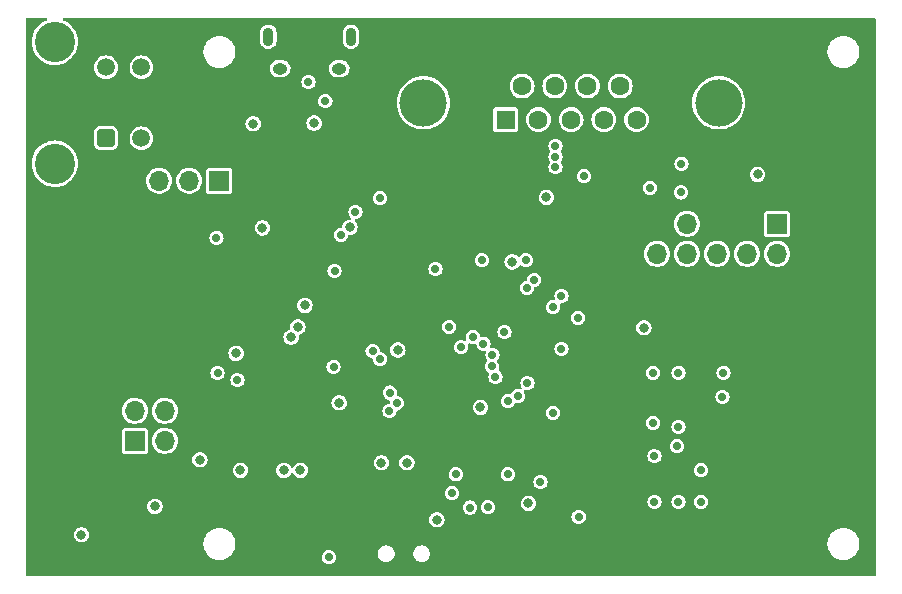
<source format=gbr>
%TF.GenerationSoftware,KiCad,Pcbnew,7.0.6*%
%TF.CreationDate,2023-10-08T21:10:43-06:00*%
%TF.ProjectId,CAN-USB RF Module,43414e2d-5553-4422-9052-46204d6f6475,2.0*%
%TF.SameCoordinates,Original*%
%TF.FileFunction,Copper,L2,Inr*%
%TF.FilePolarity,Positive*%
%FSLAX46Y46*%
G04 Gerber Fmt 4.6, Leading zero omitted, Abs format (unit mm)*
G04 Created by KiCad (PCBNEW 7.0.6) date 2023-10-08 21:10:43*
%MOMM*%
%LPD*%
G01*
G04 APERTURE LIST*
G04 Aperture macros list*
%AMRoundRect*
0 Rectangle with rounded corners*
0 $1 Rounding radius*
0 $2 $3 $4 $5 $6 $7 $8 $9 X,Y pos of 4 corners*
0 Add a 4 corners polygon primitive as box body*
4,1,4,$2,$3,$4,$5,$6,$7,$8,$9,$2,$3,0*
0 Add four circle primitives for the rounded corners*
1,1,$1+$1,$2,$3*
1,1,$1+$1,$4,$5*
1,1,$1+$1,$6,$7*
1,1,$1+$1,$8,$9*
0 Add four rect primitives between the rounded corners*
20,1,$1+$1,$2,$3,$4,$5,0*
20,1,$1+$1,$4,$5,$6,$7,0*
20,1,$1+$1,$6,$7,$8,$9,0*
20,1,$1+$1,$8,$9,$2,$3,0*%
G04 Aperture macros list end*
%TA.AperFunction,ComponentPad*%
%ADD10R,1.700000X1.700000*%
%TD*%
%TA.AperFunction,ComponentPad*%
%ADD11O,1.700000X1.700000*%
%TD*%
%TA.AperFunction,ComponentPad*%
%ADD12C,4.000000*%
%TD*%
%TA.AperFunction,ComponentPad*%
%ADD13R,1.600000X1.600000*%
%TD*%
%TA.AperFunction,ComponentPad*%
%ADD14C,1.600000*%
%TD*%
%TA.AperFunction,ComponentPad*%
%ADD15O,0.890000X1.550000*%
%TD*%
%TA.AperFunction,ComponentPad*%
%ADD16O,1.250000X0.950000*%
%TD*%
%TA.AperFunction,ComponentPad*%
%ADD17RoundRect,0.250001X0.499999X-0.499999X0.499999X0.499999X-0.499999X0.499999X-0.499999X-0.499999X0*%
%TD*%
%TA.AperFunction,ComponentPad*%
%ADD18C,1.500000*%
%TD*%
%TA.AperFunction,ComponentPad*%
%ADD19C,3.410000*%
%TD*%
%TA.AperFunction,ViaPad*%
%ADD20C,0.800000*%
%TD*%
%TA.AperFunction,ViaPad*%
%ADD21C,0.700000*%
%TD*%
G04 APERTURE END LIST*
D10*
%TO.N,+5V*%
%TO.C,J3*%
X107391200Y-106857800D03*
D11*
%TO.N,/Power Regulator/5V*%
X107391200Y-104317800D03*
%TO.N,/Power Regulator/12V*%
X109931200Y-106857800D03*
%TO.N,/Power Regulator/FUSE_OUT*%
X109931200Y-104317800D03*
%TD*%
D12*
%TO.N,N/C*%
%TO.C,J6*%
X156826000Y-78232000D03*
X131826000Y-78232000D03*
D13*
%TO.N,unconnected-(J6-Pin_1-Pad1)*%
X138786000Y-79652000D03*
D14*
%TO.N,/CAN Tranciever/CD-*%
X141556000Y-79652000D03*
%TO.N,unconnected-(J6-Pin_3-Pad3)*%
X144326000Y-79652000D03*
%TO.N,unconnected-(J6-Pin_4-Pad4)*%
X147096000Y-79652000D03*
%TO.N,unconnected-(J6-Pin_5-Pad5)*%
X149866000Y-79652000D03*
%TO.N,unconnected-(J6-Pin_6-Pad6)*%
X140171000Y-76812000D03*
%TO.N,/CAN Tranciever/CD+*%
X142941000Y-76812000D03*
%TO.N,unconnected-(J6-Pin_8-Pad8)*%
X145711000Y-76812000D03*
%TO.N,unconnected-(J6-Pin_9-Pad9)*%
X148481000Y-76812000D03*
%TD*%
D15*
%TO.N,unconnected-(J4-Shield-Pad6)*%
%TO.C,J4*%
X125690000Y-72644000D03*
D16*
X124690000Y-75344000D03*
X119690000Y-75344000D03*
D15*
X118690000Y-72644000D03*
%TD*%
D17*
%TO.N,+12V*%
%TO.C,J2*%
X104947000Y-81232000D03*
D18*
%TO.N,GND*%
X104947000Y-78232000D03*
%TO.N,/Power Regulator/5V_UP*%
X104947000Y-75232000D03*
%TO.N,+12V*%
X107947000Y-81232000D03*
%TO.N,GND*%
X107947000Y-78232000D03*
%TO.N,/Power Regulator/5V_UP*%
X107947000Y-75232000D03*
D19*
%TO.N,N/C*%
X100627000Y-83382000D03*
X100627000Y-73082000D03*
%TD*%
D10*
%TO.N,+3V3*%
%TO.C,J1*%
X161766000Y-88487500D03*
D11*
%TO.N,/DEBUG_SWDIO*%
X161766000Y-91027500D03*
%TO.N,GND*%
X159226000Y-88487500D03*
%TO.N,/DEBUG_SWCLK*%
X159226000Y-91027500D03*
%TO.N,GND*%
X156686000Y-88487500D03*
%TO.N,/DEBUG_SWO*%
X156686000Y-91027500D03*
%TO.N,unconnected-(J1-Pin_7-Pad7)*%
X154146000Y-88487500D03*
%TO.N,unconnected-(J1-Pin_8-Pad8)*%
X154146000Y-91027500D03*
%TO.N,GND*%
X151606000Y-88487500D03*
%TO.N,/NRST*%
X151606000Y-91027500D03*
%TD*%
D10*
%TO.N,VBUS_UP*%
%TO.C,JP1*%
X114539000Y-84836000D03*
D11*
%TO.N,/Power Regulator/FUSE_IN*%
X111999000Y-84836000D03*
%TO.N,+12V*%
X109459000Y-84836000D03*
%TD*%
D20*
%TO.N,GND*%
X145923000Y-111760000D03*
X146050000Y-117348000D03*
X140335000Y-117348000D03*
%TO.N,+3V3*%
X140716000Y-112141000D03*
D21*
%TO.N,Net-(U2-PB4)*%
X144961500Y-113284000D03*
X144907000Y-96432500D03*
D20*
%TO.N,GND*%
X118172649Y-83702481D03*
X166915221Y-101637254D03*
X139827000Y-104902000D03*
X125614300Y-102504051D03*
X122503000Y-82042000D03*
X108839000Y-92075000D03*
X103632000Y-109982000D03*
X161290000Y-97663000D03*
X168529000Y-96012000D03*
X118714625Y-90823081D03*
X125722882Y-108832240D03*
X147320000Y-95885000D03*
X147193000Y-116586000D03*
X136176711Y-75872846D03*
X157842877Y-83447000D03*
X165100000Y-97382250D03*
X163982935Y-88189075D03*
X101346000Y-110744000D03*
X156689443Y-93700460D03*
X159099000Y-87217500D03*
X165989000Y-90805000D03*
X157480000Y-95631000D03*
X124931500Y-82550000D03*
X121666000Y-101722500D03*
X103061494Y-80929222D03*
D21*
X134585899Y-103834135D03*
D20*
X166330503Y-92964000D03*
X138811000Y-117094000D03*
X143910398Y-111035150D03*
X100203000Y-115824000D03*
X149352000Y-94107000D03*
X138409500Y-92329000D03*
X120142000Y-101722500D03*
X165481000Y-92964000D03*
X168529000Y-92837000D03*
X162560000Y-95504000D03*
X115749048Y-75547243D03*
X138684000Y-88519000D03*
X104340000Y-86995000D03*
X158633141Y-116760954D03*
X151399571Y-116841428D03*
X133936982Y-83316425D03*
X100711000Y-98679000D03*
X105679426Y-96136440D03*
X117856000Y-101727000D03*
X159258000Y-107061000D03*
X162560000Y-96393000D03*
X129032000Y-97663000D03*
X137522548Y-103320500D03*
X100746655Y-109159931D03*
X122174000Y-115257000D03*
X110584406Y-116841663D03*
X115462850Y-114074267D03*
X169418000Y-96012000D03*
X131476500Y-100175000D03*
X131476500Y-102588000D03*
X130048000Y-93853000D03*
X161787756Y-75483293D03*
X104648000Y-110236000D03*
X164211000Y-97409000D03*
X156166098Y-73121614D03*
X127381000Y-90805000D03*
X110713412Y-78771309D03*
X126040977Y-75910635D03*
X128456175Y-81152810D03*
X162306000Y-104775000D03*
X167386000Y-107823000D03*
X151155500Y-89503500D03*
X166370000Y-96012000D03*
X144309500Y-85433500D03*
X129921000Y-96012000D03*
X103787500Y-78232000D03*
X102792512Y-116624034D03*
X127089500Y-88265000D03*
X132520500Y-101445000D03*
X115570000Y-103251000D03*
X164338000Y-93853000D03*
X100357649Y-76092560D03*
X125222000Y-77597000D03*
X105529027Y-88808401D03*
X120486500Y-83104000D03*
X137795000Y-87249000D03*
X121793000Y-111887000D03*
X116967443Y-104650295D03*
X164719000Y-96012000D03*
X113919000Y-96393000D03*
X169418000Y-92837000D03*
X108966000Y-78232000D03*
X105537000Y-93345000D03*
X163703000Y-94361000D03*
X141544011Y-73391267D03*
X131496500Y-101420500D03*
X133635500Y-102588000D03*
X167513000Y-98298000D03*
X128270000Y-114681000D03*
X167513000Y-90932000D03*
X100560196Y-101205748D03*
X156709668Y-81036868D03*
X166553301Y-111151615D03*
X135763000Y-117094000D03*
X132492500Y-102588000D03*
X127000000Y-106172000D03*
X112506942Y-110192661D03*
X156559000Y-87344500D03*
X164211000Y-96647000D03*
X149352000Y-115570000D03*
X120904000Y-111379000D03*
X167513000Y-96393000D03*
X127127000Y-95758000D03*
X163322000Y-112014000D03*
X122569000Y-88057000D03*
X101346000Y-105156000D03*
X168656000Y-98425000D03*
X122569000Y-88950800D03*
X130302000Y-83947000D03*
X137287000Y-117094000D03*
X156559000Y-83407500D03*
X156559000Y-85185500D03*
X131271774Y-73355145D03*
X164846000Y-91821000D03*
X163322000Y-115443000D03*
X165481000Y-98425000D03*
D21*
X130556000Y-98044000D03*
D20*
X133635500Y-100175000D03*
X100753311Y-85869374D03*
X125222000Y-106172000D03*
X169545000Y-98425000D03*
X162560000Y-97282000D03*
X118066963Y-98335854D03*
X123241175Y-108988500D03*
X104775000Y-98679000D03*
X105960676Y-73589999D03*
X112395000Y-97536000D03*
X166497000Y-98425000D03*
X145796000Y-89789000D03*
X145796000Y-99822000D03*
X157829000Y-85185500D03*
X139700000Y-87249000D03*
X165227000Y-90805000D03*
X143568067Y-88498675D03*
X149352000Y-112014000D03*
X167513000Y-92837000D03*
X151403079Y-96148352D03*
X145945777Y-93909134D03*
X169164000Y-90805000D03*
X148719472Y-73252264D03*
X132492500Y-100175000D03*
X165481000Y-96012000D03*
X122580400Y-87172800D03*
X113919000Y-97536000D03*
X163068000Y-94869000D03*
X158988485Y-103865164D03*
X164592000Y-92964000D03*
X166751000Y-90805000D03*
X130709990Y-111309692D03*
X112395000Y-96393000D03*
X141595776Y-116755204D03*
X133655500Y-101420500D03*
X151397821Y-78581194D03*
X168402000Y-90805000D03*
X100596812Y-93438465D03*
X100203000Y-113792000D03*
X131257507Y-91279443D03*
X117983000Y-116731298D03*
X161885887Y-109040054D03*
X161417000Y-101092000D03*
X163732288Y-81311950D03*
D21*
%TO.N,/NRST*%
X143002000Y-81893994D03*
X132842000Y-92329000D03*
X124214500Y-100584000D03*
X124293500Y-92456000D03*
X153670000Y-83389998D03*
X123825000Y-116713000D03*
X153638000Y-85820500D03*
D20*
%TO.N,+3V3*%
X142240000Y-86233000D03*
X109093000Y-112395000D03*
X132969000Y-113538000D03*
X120618000Y-98076000D03*
X160115000Y-84296500D03*
X125603000Y-88773000D03*
X121793000Y-95377000D03*
X130429000Y-108712000D03*
X128270000Y-108712000D03*
X129650616Y-99170616D03*
X124690175Y-103632000D03*
X150495000Y-97282000D03*
X136653583Y-104013000D03*
%TO.N,+5V*%
X121412000Y-109347000D03*
X118187094Y-88821868D03*
X139336852Y-91698852D03*
X116332000Y-109347000D03*
X120015000Y-109347000D03*
X121194017Y-97211729D03*
X112903000Y-108458000D03*
D21*
%TO.N,/BOOT0*%
X141192965Y-93225918D03*
X141732000Y-110363000D03*
%TO.N,/CAN_STBY*%
X128143000Y-86308000D03*
X127520444Y-99261556D03*
%TO.N,/UART2_USB_TX*%
X129558500Y-103659591D03*
X126064219Y-87470954D03*
%TO.N,/UART2_USB_RX*%
X124841000Y-89408000D03*
X128943457Y-104330498D03*
%TO.N,/SPI1_SCK*%
X155321000Y-109347000D03*
X155321000Y-112014000D03*
%TO.N,/SPI1_MISO*%
X151384000Y-112014000D03*
X151384000Y-108164500D03*
%TO.N,/SPI1_MOSI*%
X153416000Y-112014000D03*
X153289000Y-107315000D03*
%TO.N,/DIO0*%
X153416000Y-101092000D03*
X153416000Y-105664000D03*
%TO.N,/DIO1*%
X151257000Y-105322500D03*
X151257000Y-101092000D03*
%TO.N,/CAN_RX*%
X137668000Y-99568000D03*
X140500700Y-91559602D03*
%TO.N,/CAN_TX*%
X136906000Y-98627500D03*
X136779000Y-91567000D03*
%TO.N,/SX_RESET*%
X142792230Y-95536580D03*
X142792465Y-104473500D03*
%TO.N,/DIO2*%
X143510000Y-94615000D03*
X143510000Y-99060000D03*
%TO.N,/DIO3*%
X140629000Y-101981000D03*
X140589000Y-93892500D03*
%TO.N,/DEBUG_SWO*%
X134005318Y-97196793D03*
X143002000Y-82793497D03*
%TO.N,/DEBUG_SWCLK*%
X143002000Y-83693000D03*
X135019500Y-98933000D03*
%TO.N,/DEBUG_SWDIO*%
X145415000Y-84455000D03*
X136017000Y-98044000D03*
X151003000Y-85439500D03*
D20*
%TO.N,/Power Regulator/5V*%
X102870000Y-114808000D03*
%TO.N,VBUS_UP*%
X122569000Y-79960000D03*
X117409000Y-80010000D03*
D21*
%TO.N,Net-(U2-PA10)*%
X135763000Y-112505750D03*
X137636109Y-100553780D03*
%TO.N,Net-(U2-PA9)*%
X137922000Y-101473000D03*
X137287000Y-112477750D03*
%TO.N,Net-(U2-PA1)*%
X128973710Y-102770500D03*
X134239000Y-111289500D03*
%TO.N,Net-(U3-OVLO)*%
X116078000Y-101727000D03*
X114300000Y-89662000D03*
D20*
%TO.N,Net-(R10-Pad1)*%
X115966502Y-99441000D03*
D21*
X114387500Y-101116100D03*
%TO.N,/DIO4*%
X157138500Y-103124000D03*
X157226000Y-101092000D03*
X138684000Y-97663000D03*
X139827000Y-103084500D03*
%TO.N,/DIO5*%
X128142500Y-99921875D03*
X138977500Y-109690500D03*
X138977500Y-103505000D03*
X134569200Y-109690500D03*
%TO.N,Net-(J4-D+)*%
X123519000Y-78105000D03*
X122090500Y-76472687D03*
%TD*%
%TA.AperFunction,Conductor*%
%TO.N,GND*%
G36*
X99911329Y-71050185D02*
G01*
X99957084Y-71102989D01*
X99967028Y-71172147D01*
X99938003Y-71235703D01*
X99887623Y-71270682D01*
X99812579Y-71298671D01*
X99812575Y-71298673D01*
X99567081Y-71432723D01*
X99567073Y-71432728D01*
X99343156Y-71600350D01*
X99343138Y-71600366D01*
X99145366Y-71798138D01*
X99145350Y-71798156D01*
X98977728Y-72022073D01*
X98977723Y-72022081D01*
X98843673Y-72267575D01*
X98843671Y-72267579D01*
X98745917Y-72529671D01*
X98686460Y-72802986D01*
X98666505Y-73081998D01*
X98666505Y-73082001D01*
X98686460Y-73361013D01*
X98745917Y-73634328D01*
X98745919Y-73634335D01*
X98806611Y-73797059D01*
X98843671Y-73896420D01*
X98843673Y-73896424D01*
X98977723Y-74141918D01*
X98977728Y-74141926D01*
X99145350Y-74365843D01*
X99145366Y-74365861D01*
X99343138Y-74563633D01*
X99343156Y-74563649D01*
X99567073Y-74731271D01*
X99567081Y-74731276D01*
X99812575Y-74865326D01*
X99812579Y-74865328D01*
X99812581Y-74865329D01*
X100074665Y-74963081D01*
X100211328Y-74992810D01*
X100347986Y-75022539D01*
X100347988Y-75022539D01*
X100347992Y-75022540D01*
X100595934Y-75040273D01*
X100626999Y-75042495D01*
X100627000Y-75042495D01*
X100627001Y-75042495D01*
X100654952Y-75040495D01*
X100906008Y-75022540D01*
X101179335Y-74963081D01*
X101441419Y-74865329D01*
X101686924Y-74731273D01*
X101910851Y-74563643D01*
X102108643Y-74365851D01*
X102276273Y-74141924D01*
X102400729Y-73914000D01*
X113198341Y-73914000D01*
X113218936Y-74149403D01*
X113218938Y-74149413D01*
X113280094Y-74377655D01*
X113280096Y-74377659D01*
X113280097Y-74377663D01*
X113288688Y-74396086D01*
X113379964Y-74591828D01*
X113379965Y-74591830D01*
X113515505Y-74785402D01*
X113682597Y-74952494D01*
X113876169Y-75088034D01*
X113876171Y-75088035D01*
X114090337Y-75187903D01*
X114318592Y-75249063D01*
X114495034Y-75264500D01*
X114612966Y-75264500D01*
X114789408Y-75249063D01*
X115017663Y-75187903D01*
X115231829Y-75088035D01*
X115425401Y-74952495D01*
X115592495Y-74785401D01*
X115728035Y-74591830D01*
X115827903Y-74377663D01*
X115889063Y-74149408D01*
X115909659Y-73914000D01*
X166030341Y-73914000D01*
X166050936Y-74149403D01*
X166050938Y-74149413D01*
X166112094Y-74377655D01*
X166112096Y-74377659D01*
X166112097Y-74377663D01*
X166120688Y-74396086D01*
X166211964Y-74591828D01*
X166211965Y-74591830D01*
X166347505Y-74785402D01*
X166514597Y-74952494D01*
X166708169Y-75088034D01*
X166708171Y-75088035D01*
X166922337Y-75187903D01*
X167150592Y-75249063D01*
X167327034Y-75264500D01*
X167444966Y-75264500D01*
X167621408Y-75249063D01*
X167849663Y-75187903D01*
X168063829Y-75088035D01*
X168257401Y-74952495D01*
X168424495Y-74785401D01*
X168560035Y-74591830D01*
X168659903Y-74377663D01*
X168721063Y-74149408D01*
X168741659Y-73914000D01*
X168721063Y-73678592D01*
X168659903Y-73450337D01*
X168560035Y-73236171D01*
X168560034Y-73236169D01*
X168424494Y-73042597D01*
X168257402Y-72875505D01*
X168063830Y-72739965D01*
X168063828Y-72739964D01*
X167956746Y-72690031D01*
X167849663Y-72640097D01*
X167849659Y-72640096D01*
X167849655Y-72640094D01*
X167621413Y-72578938D01*
X167621403Y-72578936D01*
X167444966Y-72563500D01*
X167327034Y-72563500D01*
X167150596Y-72578936D01*
X167150586Y-72578938D01*
X166922344Y-72640094D01*
X166922335Y-72640098D01*
X166708171Y-72739964D01*
X166708169Y-72739965D01*
X166514597Y-72875505D01*
X166347506Y-73042597D01*
X166347501Y-73042604D01*
X166211967Y-73236165D01*
X166211965Y-73236169D01*
X166112098Y-73450335D01*
X166112094Y-73450344D01*
X166050938Y-73678586D01*
X166050936Y-73678596D01*
X166030341Y-73913999D01*
X166030341Y-73914000D01*
X115909659Y-73914000D01*
X115889063Y-73678592D01*
X115827903Y-73450337D01*
X115728035Y-73236171D01*
X115728034Y-73236169D01*
X115592494Y-73042597D01*
X115565968Y-73016071D01*
X117994500Y-73016071D01*
X118009750Y-73141667D01*
X118069642Y-73299589D01*
X118069643Y-73299590D01*
X118165588Y-73438590D01*
X118292007Y-73550588D01*
X118292009Y-73550589D01*
X118441561Y-73629080D01*
X118523555Y-73649289D01*
X118605550Y-73669500D01*
X118605551Y-73669500D01*
X118774450Y-73669500D01*
X118829112Y-73656026D01*
X118938439Y-73629080D01*
X119087991Y-73550589D01*
X119214413Y-73438589D01*
X119310358Y-73299589D01*
X119370250Y-73141666D01*
X119385500Y-73016071D01*
X124994500Y-73016071D01*
X125009750Y-73141667D01*
X125069642Y-73299589D01*
X125069643Y-73299590D01*
X125165588Y-73438590D01*
X125292007Y-73550588D01*
X125292009Y-73550589D01*
X125441561Y-73629080D01*
X125523555Y-73649290D01*
X125605550Y-73669500D01*
X125605551Y-73669500D01*
X125774450Y-73669500D01*
X125829112Y-73656026D01*
X125938439Y-73629080D01*
X126087991Y-73550589D01*
X126214413Y-73438589D01*
X126310358Y-73299589D01*
X126370250Y-73141666D01*
X126385500Y-73016069D01*
X126385500Y-72271931D01*
X126370250Y-72146334D01*
X126310358Y-71988411D01*
X126214413Y-71849411D01*
X126214411Y-71849409D01*
X126087992Y-71737411D01*
X125938437Y-71658919D01*
X125774450Y-71618500D01*
X125774449Y-71618500D01*
X125605551Y-71618500D01*
X125605550Y-71618500D01*
X125441562Y-71658919D01*
X125292007Y-71737411D01*
X125165588Y-71849409D01*
X125069643Y-71988409D01*
X125069642Y-71988410D01*
X125009750Y-72146332D01*
X124994500Y-72271928D01*
X124994500Y-73016071D01*
X119385500Y-73016071D01*
X119385500Y-73016069D01*
X119385500Y-72271931D01*
X119370250Y-72146334D01*
X119310358Y-71988411D01*
X119214413Y-71849411D01*
X119214411Y-71849409D01*
X119087992Y-71737411D01*
X118938437Y-71658919D01*
X118774450Y-71618500D01*
X118774449Y-71618500D01*
X118605551Y-71618500D01*
X118605550Y-71618500D01*
X118441562Y-71658919D01*
X118292007Y-71737411D01*
X118165588Y-71849409D01*
X118069643Y-71988409D01*
X118069642Y-71988410D01*
X118009750Y-72146332D01*
X117994500Y-72271928D01*
X117994500Y-73016071D01*
X115565968Y-73016071D01*
X115425402Y-72875505D01*
X115231830Y-72739965D01*
X115231828Y-72739964D01*
X115124745Y-72690031D01*
X115017663Y-72640097D01*
X115017659Y-72640096D01*
X115017655Y-72640094D01*
X114789413Y-72578938D01*
X114789403Y-72578936D01*
X114612966Y-72563500D01*
X114495034Y-72563500D01*
X114318596Y-72578936D01*
X114318586Y-72578938D01*
X114090344Y-72640094D01*
X114090335Y-72640098D01*
X113876171Y-72739964D01*
X113876169Y-72739965D01*
X113682597Y-72875505D01*
X113515506Y-73042597D01*
X113515501Y-73042604D01*
X113379967Y-73236165D01*
X113379965Y-73236169D01*
X113280098Y-73450335D01*
X113280094Y-73450344D01*
X113218938Y-73678586D01*
X113218936Y-73678596D01*
X113198341Y-73913999D01*
X113198341Y-73914000D01*
X102400729Y-73914000D01*
X102410329Y-73896419D01*
X102508081Y-73634335D01*
X102567540Y-73361008D01*
X102587495Y-73082000D01*
X102567540Y-72802992D01*
X102508081Y-72529665D01*
X102410329Y-72267581D01*
X102276273Y-72022076D01*
X102251070Y-71988409D01*
X102108649Y-71798156D01*
X102108633Y-71798138D01*
X101910861Y-71600366D01*
X101910843Y-71600350D01*
X101686926Y-71432728D01*
X101686918Y-71432723D01*
X101441424Y-71298673D01*
X101441420Y-71298671D01*
X101366377Y-71270682D01*
X101310443Y-71228811D01*
X101286026Y-71163346D01*
X101300878Y-71095073D01*
X101350283Y-71045668D01*
X101409710Y-71030500D01*
X170024500Y-71030500D01*
X170091539Y-71050185D01*
X170137294Y-71102989D01*
X170148500Y-71154500D01*
X170148500Y-118149500D01*
X170128815Y-118216539D01*
X170076011Y-118262294D01*
X170024500Y-118273500D01*
X98264500Y-118273500D01*
X98197461Y-118253815D01*
X98151706Y-118201011D01*
X98140500Y-118149500D01*
X98140500Y-115570000D01*
X113198341Y-115570000D01*
X113218936Y-115805403D01*
X113218938Y-115805413D01*
X113280094Y-116033655D01*
X113280096Y-116033659D01*
X113280097Y-116033663D01*
X113314443Y-116107318D01*
X113379964Y-116247828D01*
X113379965Y-116247830D01*
X113515505Y-116441402D01*
X113682597Y-116608494D01*
X113876169Y-116744034D01*
X113876171Y-116744035D01*
X114090337Y-116843903D01*
X114318592Y-116905063D01*
X114495034Y-116920500D01*
X114612966Y-116920500D01*
X114789408Y-116905063D01*
X115017663Y-116843903D01*
X115231829Y-116744035D01*
X115276150Y-116713001D01*
X123219318Y-116713001D01*
X123239955Y-116869760D01*
X123239956Y-116869762D01*
X123267468Y-116936183D01*
X123300464Y-117015841D01*
X123396718Y-117141282D01*
X123522159Y-117237536D01*
X123668238Y-117298044D01*
X123746618Y-117308362D01*
X123824999Y-117318682D01*
X123825000Y-117318682D01*
X123825001Y-117318682D01*
X123877253Y-117311802D01*
X123981762Y-117298044D01*
X124127841Y-117237536D01*
X124253282Y-117141282D01*
X124349536Y-117015841D01*
X124410044Y-116869762D01*
X124430682Y-116713000D01*
X124410044Y-116556238D01*
X124383873Y-116493055D01*
X127974500Y-116493055D01*
X128015210Y-116658226D01*
X128094263Y-116808849D01*
X128094266Y-116808852D01*
X128207071Y-116936183D01*
X128297318Y-116998476D01*
X128347068Y-117032817D01*
X128347069Y-117032817D01*
X128347070Y-117032818D01*
X128506128Y-117093140D01*
X128582028Y-117102356D01*
X128632626Y-117108500D01*
X128632628Y-117108500D01*
X128717374Y-117108500D01*
X128759538Y-117103380D01*
X128843872Y-117093140D01*
X129002930Y-117032818D01*
X129142929Y-116936183D01*
X129255734Y-116808852D01*
X129289754Y-116744034D01*
X129306041Y-116713001D01*
X129334790Y-116658225D01*
X129375500Y-116493056D01*
X129375500Y-116493055D01*
X130974500Y-116493055D01*
X131015210Y-116658226D01*
X131094263Y-116808849D01*
X131094266Y-116808852D01*
X131207071Y-116936183D01*
X131297318Y-116998476D01*
X131347068Y-117032817D01*
X131347069Y-117032817D01*
X131347070Y-117032818D01*
X131506128Y-117093140D01*
X131582028Y-117102356D01*
X131632626Y-117108500D01*
X131632628Y-117108500D01*
X131717374Y-117108500D01*
X131759538Y-117103380D01*
X131843872Y-117093140D01*
X132002930Y-117032818D01*
X132142929Y-116936183D01*
X132255734Y-116808852D01*
X132289754Y-116744034D01*
X132306041Y-116713001D01*
X132334790Y-116658225D01*
X132375500Y-116493056D01*
X132375500Y-116322944D01*
X132334790Y-116157775D01*
X132308308Y-116107318D01*
X132255736Y-116007150D01*
X132236560Y-115985505D01*
X132142929Y-115879817D01*
X132093177Y-115845475D01*
X132002931Y-115783182D01*
X131843874Y-115722860D01*
X131843868Y-115722859D01*
X131717374Y-115707500D01*
X131717372Y-115707500D01*
X131632628Y-115707500D01*
X131632626Y-115707500D01*
X131506131Y-115722859D01*
X131506125Y-115722860D01*
X131347068Y-115783182D01*
X131207072Y-115879816D01*
X131094263Y-116007150D01*
X131015210Y-116157773D01*
X130974500Y-116322944D01*
X130974500Y-116493055D01*
X129375500Y-116493055D01*
X129375500Y-116322944D01*
X129334790Y-116157775D01*
X129308308Y-116107318D01*
X129255736Y-116007150D01*
X129236560Y-115985505D01*
X129142929Y-115879817D01*
X129093177Y-115845475D01*
X129002931Y-115783182D01*
X128843874Y-115722860D01*
X128843868Y-115722859D01*
X128717374Y-115707500D01*
X128717372Y-115707500D01*
X128632628Y-115707500D01*
X128632626Y-115707500D01*
X128506131Y-115722859D01*
X128506125Y-115722860D01*
X128347068Y-115783182D01*
X128207072Y-115879816D01*
X128094263Y-116007150D01*
X128015210Y-116157773D01*
X127974500Y-116322944D01*
X127974500Y-116493055D01*
X124383873Y-116493055D01*
X124349536Y-116410159D01*
X124253282Y-116284718D01*
X124127841Y-116188464D01*
X124053751Y-116157775D01*
X123981762Y-116127956D01*
X123981760Y-116127955D01*
X123825001Y-116107318D01*
X123824999Y-116107318D01*
X123668239Y-116127955D01*
X123668237Y-116127956D01*
X123522160Y-116188463D01*
X123396718Y-116284718D01*
X123300463Y-116410160D01*
X123239956Y-116556237D01*
X123239955Y-116556239D01*
X123219318Y-116712998D01*
X123219318Y-116713001D01*
X115276150Y-116713001D01*
X115425401Y-116608495D01*
X115592495Y-116441401D01*
X115728035Y-116247830D01*
X115827903Y-116033663D01*
X115889063Y-115805408D01*
X115909659Y-115570000D01*
X166030341Y-115570000D01*
X166050936Y-115805403D01*
X166050938Y-115805413D01*
X166112094Y-116033655D01*
X166112096Y-116033659D01*
X166112097Y-116033663D01*
X166146443Y-116107318D01*
X166211964Y-116247828D01*
X166211965Y-116247830D01*
X166347505Y-116441402D01*
X166514597Y-116608494D01*
X166708169Y-116744034D01*
X166708171Y-116744035D01*
X166922337Y-116843903D01*
X167150592Y-116905063D01*
X167327034Y-116920500D01*
X167444966Y-116920500D01*
X167621408Y-116905063D01*
X167849663Y-116843903D01*
X168063829Y-116744035D01*
X168257401Y-116608495D01*
X168424495Y-116441401D01*
X168560035Y-116247830D01*
X168659903Y-116033663D01*
X168721063Y-115805408D01*
X168741659Y-115570000D01*
X168721063Y-115334592D01*
X168659903Y-115106337D01*
X168560035Y-114892171D01*
X168560034Y-114892169D01*
X168424494Y-114698597D01*
X168257402Y-114531505D01*
X168063830Y-114395965D01*
X168063828Y-114395964D01*
X167956745Y-114346031D01*
X167849663Y-114296097D01*
X167849659Y-114296096D01*
X167849655Y-114296094D01*
X167621413Y-114234938D01*
X167621403Y-114234936D01*
X167444966Y-114219500D01*
X167327034Y-114219500D01*
X167150596Y-114234936D01*
X167150586Y-114234938D01*
X166922344Y-114296094D01*
X166922335Y-114296098D01*
X166708171Y-114395964D01*
X166708169Y-114395965D01*
X166514597Y-114531505D01*
X166347506Y-114698597D01*
X166347501Y-114698604D01*
X166211967Y-114892165D01*
X166211965Y-114892169D01*
X166112098Y-115106335D01*
X166112094Y-115106344D01*
X166050938Y-115334586D01*
X166050936Y-115334596D01*
X166030341Y-115569999D01*
X166030341Y-115570000D01*
X115909659Y-115570000D01*
X115889063Y-115334592D01*
X115827903Y-115106337D01*
X115728035Y-114892171D01*
X115728034Y-114892169D01*
X115592494Y-114698597D01*
X115425402Y-114531505D01*
X115231830Y-114395965D01*
X115231828Y-114395964D01*
X115124746Y-114346030D01*
X115017663Y-114296097D01*
X115017659Y-114296096D01*
X115017655Y-114296094D01*
X114789413Y-114234938D01*
X114789403Y-114234936D01*
X114612966Y-114219500D01*
X114495034Y-114219500D01*
X114318596Y-114234936D01*
X114318586Y-114234938D01*
X114090344Y-114296094D01*
X114090335Y-114296098D01*
X113876171Y-114395964D01*
X113876169Y-114395965D01*
X113682597Y-114531505D01*
X113515506Y-114698597D01*
X113515501Y-114698604D01*
X113379967Y-114892165D01*
X113379965Y-114892169D01*
X113280098Y-115106335D01*
X113280094Y-115106344D01*
X113218938Y-115334586D01*
X113218936Y-115334596D01*
X113198341Y-115569999D01*
X113198341Y-115570000D01*
X98140500Y-115570000D01*
X98140500Y-114808000D01*
X102214722Y-114808000D01*
X102233762Y-114964818D01*
X102287433Y-115106335D01*
X102289780Y-115112523D01*
X102379517Y-115242530D01*
X102497760Y-115347283D01*
X102497762Y-115347284D01*
X102637634Y-115420696D01*
X102791014Y-115458500D01*
X102791015Y-115458500D01*
X102948985Y-115458500D01*
X103102365Y-115420696D01*
X103102365Y-115420695D01*
X103242240Y-115347283D01*
X103360483Y-115242530D01*
X103450220Y-115112523D01*
X103506237Y-114964818D01*
X103525278Y-114808000D01*
X103511995Y-114698599D01*
X103506237Y-114651181D01*
X103484992Y-114595164D01*
X103450220Y-114503477D01*
X103360483Y-114373470D01*
X103242240Y-114268717D01*
X103242238Y-114268716D01*
X103242237Y-114268715D01*
X103102365Y-114195303D01*
X102948986Y-114157500D01*
X102948985Y-114157500D01*
X102791015Y-114157500D01*
X102791014Y-114157500D01*
X102637634Y-114195303D01*
X102497762Y-114268715D01*
X102379516Y-114373471D01*
X102289781Y-114503475D01*
X102289780Y-114503476D01*
X102233762Y-114651181D01*
X102214722Y-114807999D01*
X102214722Y-114808000D01*
X98140500Y-114808000D01*
X98140500Y-113538000D01*
X132313721Y-113538000D01*
X132332762Y-113694818D01*
X132375890Y-113808536D01*
X132388780Y-113842523D01*
X132478517Y-113972530D01*
X132596760Y-114077283D01*
X132596762Y-114077284D01*
X132736634Y-114150696D01*
X132890014Y-114188500D01*
X132890015Y-114188500D01*
X133047985Y-114188500D01*
X133201365Y-114150696D01*
X133341240Y-114077283D01*
X133459483Y-113972530D01*
X133549220Y-113842523D01*
X133605237Y-113694818D01*
X133624278Y-113538000D01*
X133605237Y-113381182D01*
X133568381Y-113284001D01*
X144355818Y-113284001D01*
X144376455Y-113440760D01*
X144376456Y-113440762D01*
X144436964Y-113586841D01*
X144533218Y-113712282D01*
X144658659Y-113808536D01*
X144804738Y-113869044D01*
X144883118Y-113879363D01*
X144961499Y-113889682D01*
X144961500Y-113889682D01*
X144961501Y-113889682D01*
X145013754Y-113882802D01*
X145118262Y-113869044D01*
X145264341Y-113808536D01*
X145389782Y-113712282D01*
X145486036Y-113586841D01*
X145546544Y-113440762D01*
X145567182Y-113284000D01*
X145560530Y-113233476D01*
X145546544Y-113127239D01*
X145546544Y-113127238D01*
X145486036Y-112981159D01*
X145389782Y-112855718D01*
X145264341Y-112759464D01*
X145118262Y-112698956D01*
X145118260Y-112698955D01*
X144961501Y-112678318D01*
X144961499Y-112678318D01*
X144804739Y-112698955D01*
X144804737Y-112698956D01*
X144658660Y-112759463D01*
X144533218Y-112855718D01*
X144436963Y-112981160D01*
X144376456Y-113127237D01*
X144376455Y-113127239D01*
X144355818Y-113283998D01*
X144355818Y-113284001D01*
X133568381Y-113284001D01*
X133549220Y-113233477D01*
X133459483Y-113103470D01*
X133341240Y-112998717D01*
X133341238Y-112998716D01*
X133341237Y-112998715D01*
X133201365Y-112925303D01*
X133047986Y-112887500D01*
X133047985Y-112887500D01*
X132890015Y-112887500D01*
X132890014Y-112887500D01*
X132736634Y-112925303D01*
X132596762Y-112998715D01*
X132543952Y-113045500D01*
X132501136Y-113083432D01*
X132478516Y-113103471D01*
X132388781Y-113233475D01*
X132388780Y-113233476D01*
X132332762Y-113381181D01*
X132313721Y-113537999D01*
X132313721Y-113538000D01*
X98140500Y-113538000D01*
X98140500Y-112395000D01*
X108437722Y-112395000D01*
X108456762Y-112551818D01*
X108512565Y-112698955D01*
X108512780Y-112699523D01*
X108602517Y-112829530D01*
X108720760Y-112934283D01*
X108720762Y-112934284D01*
X108860634Y-113007696D01*
X109014014Y-113045500D01*
X109014015Y-113045500D01*
X109171985Y-113045500D01*
X109325365Y-113007696D01*
X109375926Y-112981159D01*
X109465240Y-112934283D01*
X109583483Y-112829530D01*
X109673220Y-112699523D01*
X109729237Y-112551818D01*
X109734831Y-112505751D01*
X135157318Y-112505751D01*
X135177955Y-112662510D01*
X135177956Y-112662512D01*
X135238464Y-112808591D01*
X135334718Y-112934032D01*
X135460159Y-113030286D01*
X135606238Y-113090794D01*
X135684619Y-113101112D01*
X135762999Y-113111432D01*
X135763000Y-113111432D01*
X135763001Y-113111432D01*
X135823478Y-113103470D01*
X135919762Y-113090794D01*
X136065841Y-113030286D01*
X136191282Y-112934032D01*
X136287536Y-112808591D01*
X136348044Y-112662512D01*
X136368682Y-112505750D01*
X136364995Y-112477751D01*
X136681318Y-112477751D01*
X136701955Y-112634510D01*
X136701956Y-112634512D01*
X136762464Y-112780591D01*
X136858718Y-112906032D01*
X136984159Y-113002286D01*
X137130238Y-113062794D01*
X137208619Y-113073112D01*
X137286999Y-113083432D01*
X137287000Y-113083432D01*
X137287001Y-113083432D01*
X137339254Y-113076552D01*
X137443762Y-113062794D01*
X137589841Y-113002286D01*
X137715282Y-112906032D01*
X137811536Y-112780591D01*
X137872044Y-112634512D01*
X137892682Y-112477750D01*
X137888439Y-112445524D01*
X137872044Y-112320989D01*
X137872044Y-112320988D01*
X137811536Y-112174909D01*
X137785517Y-112141000D01*
X140060722Y-112141000D01*
X140079762Y-112297818D01*
X140116619Y-112395000D01*
X140135780Y-112445523D01*
X140225517Y-112575530D01*
X140343760Y-112680283D01*
X140343762Y-112680284D01*
X140483634Y-112753696D01*
X140637014Y-112791500D01*
X140637015Y-112791500D01*
X140794985Y-112791500D01*
X140948365Y-112753696D01*
X140948365Y-112753695D01*
X141088240Y-112680283D01*
X141206483Y-112575530D01*
X141296220Y-112445523D01*
X141352237Y-112297818D01*
X141371278Y-112141000D01*
X141365144Y-112090477D01*
X141355858Y-112014001D01*
X150778318Y-112014001D01*
X150798955Y-112170760D01*
X150798956Y-112170762D01*
X150859464Y-112316841D01*
X150955718Y-112442282D01*
X151081159Y-112538536D01*
X151227238Y-112599044D01*
X151305619Y-112609362D01*
X151383999Y-112619682D01*
X151384000Y-112619682D01*
X151384001Y-112619682D01*
X151436254Y-112612802D01*
X151540762Y-112599044D01*
X151686841Y-112538536D01*
X151812282Y-112442282D01*
X151908536Y-112316841D01*
X151969044Y-112170762D01*
X151989682Y-112014001D01*
X152810318Y-112014001D01*
X152830955Y-112170760D01*
X152830956Y-112170762D01*
X152891464Y-112316841D01*
X152987718Y-112442282D01*
X153113159Y-112538536D01*
X153259238Y-112599044D01*
X153337619Y-112609362D01*
X153415999Y-112619682D01*
X153416000Y-112619682D01*
X153416001Y-112619682D01*
X153468253Y-112612802D01*
X153572762Y-112599044D01*
X153718841Y-112538536D01*
X153844282Y-112442282D01*
X153940536Y-112316841D01*
X154001044Y-112170762D01*
X154021682Y-112014001D01*
X154715318Y-112014001D01*
X154735955Y-112170760D01*
X154735956Y-112170762D01*
X154796464Y-112316841D01*
X154892718Y-112442282D01*
X155018159Y-112538536D01*
X155164238Y-112599044D01*
X155242618Y-112609363D01*
X155320999Y-112619682D01*
X155321000Y-112619682D01*
X155321001Y-112619682D01*
X155373253Y-112612802D01*
X155477762Y-112599044D01*
X155623841Y-112538536D01*
X155749282Y-112442282D01*
X155845536Y-112316841D01*
X155906044Y-112170762D01*
X155926682Y-112014000D01*
X155922756Y-111984182D01*
X155906044Y-111857239D01*
X155906044Y-111857238D01*
X155845536Y-111711159D01*
X155749282Y-111585718D01*
X155623841Y-111489464D01*
X155519537Y-111446260D01*
X155477762Y-111428956D01*
X155477760Y-111428955D01*
X155321001Y-111408318D01*
X155320999Y-111408318D01*
X155164239Y-111428955D01*
X155164237Y-111428956D01*
X155018160Y-111489463D01*
X154892718Y-111585718D01*
X154796463Y-111711160D01*
X154735956Y-111857237D01*
X154735955Y-111857239D01*
X154715318Y-112013998D01*
X154715318Y-112014001D01*
X154021682Y-112014001D01*
X154021682Y-112014000D01*
X154017756Y-111984182D01*
X154001044Y-111857239D01*
X154001044Y-111857238D01*
X153940536Y-111711159D01*
X153844282Y-111585718D01*
X153718841Y-111489464D01*
X153614537Y-111446260D01*
X153572762Y-111428956D01*
X153572760Y-111428955D01*
X153416001Y-111408318D01*
X153415999Y-111408318D01*
X153259239Y-111428955D01*
X153259237Y-111428956D01*
X153113160Y-111489463D01*
X152987718Y-111585718D01*
X152891463Y-111711160D01*
X152830956Y-111857237D01*
X152830955Y-111857239D01*
X152810318Y-112013998D01*
X152810318Y-112014001D01*
X151989682Y-112014001D01*
X151989682Y-112014000D01*
X151985756Y-111984182D01*
X151969044Y-111857239D01*
X151969044Y-111857238D01*
X151908536Y-111711159D01*
X151812282Y-111585718D01*
X151686841Y-111489464D01*
X151582537Y-111446260D01*
X151540762Y-111428956D01*
X151540760Y-111428955D01*
X151384001Y-111408318D01*
X151383999Y-111408318D01*
X151227239Y-111428955D01*
X151227237Y-111428956D01*
X151081160Y-111489463D01*
X150955718Y-111585718D01*
X150859463Y-111711160D01*
X150798956Y-111857237D01*
X150798955Y-111857239D01*
X150778318Y-112013998D01*
X150778318Y-112014001D01*
X141355858Y-112014001D01*
X141352237Y-111984181D01*
X141310656Y-111874543D01*
X141296220Y-111836477D01*
X141206483Y-111706470D01*
X141088240Y-111601717D01*
X141088238Y-111601716D01*
X141088237Y-111601715D01*
X140948365Y-111528303D01*
X140794986Y-111490500D01*
X140794985Y-111490500D01*
X140637015Y-111490500D01*
X140637014Y-111490500D01*
X140483634Y-111528303D01*
X140343762Y-111601715D01*
X140225516Y-111706471D01*
X140135781Y-111836475D01*
X140135780Y-111836476D01*
X140079762Y-111984181D01*
X140060722Y-112140999D01*
X140060722Y-112141000D01*
X137785517Y-112141000D01*
X137715282Y-112049468D01*
X137589841Y-111953214D01*
X137511357Y-111920705D01*
X137443762Y-111892706D01*
X137443760Y-111892705D01*
X137287001Y-111872068D01*
X137286999Y-111872068D01*
X137130239Y-111892705D01*
X137130237Y-111892706D01*
X136984160Y-111953213D01*
X136858718Y-112049468D01*
X136762463Y-112174910D01*
X136701956Y-112320987D01*
X136701955Y-112320989D01*
X136681318Y-112477748D01*
X136681318Y-112477751D01*
X136364995Y-112477751D01*
X136364995Y-112477748D01*
X136348044Y-112348989D01*
X136348044Y-112348988D01*
X136287536Y-112202909D01*
X136191282Y-112077468D01*
X136065841Y-111981214D01*
X135919762Y-111920706D01*
X135919760Y-111920705D01*
X135763001Y-111900068D01*
X135762999Y-111900068D01*
X135606239Y-111920705D01*
X135606237Y-111920706D01*
X135460160Y-111981213D01*
X135334718Y-112077468D01*
X135238463Y-112202910D01*
X135177956Y-112348987D01*
X135177955Y-112348989D01*
X135157318Y-112505748D01*
X135157318Y-112505751D01*
X109734831Y-112505751D01*
X109748278Y-112395000D01*
X109739292Y-112320988D01*
X109729237Y-112238181D01*
X109692380Y-112140999D01*
X109673220Y-112090477D01*
X109583483Y-111960470D01*
X109465240Y-111855717D01*
X109465238Y-111855716D01*
X109465237Y-111855715D01*
X109325365Y-111782303D01*
X109171986Y-111744500D01*
X109171985Y-111744500D01*
X109014015Y-111744500D01*
X109014014Y-111744500D01*
X108860634Y-111782303D01*
X108720762Y-111855715D01*
X108647403Y-111920705D01*
X108610708Y-111953214D01*
X108602516Y-111960471D01*
X108512781Y-112090475D01*
X108512780Y-112090476D01*
X108456762Y-112238181D01*
X108437722Y-112394999D01*
X108437722Y-112395000D01*
X98140500Y-112395000D01*
X98140500Y-111289501D01*
X133633318Y-111289501D01*
X133653955Y-111446260D01*
X133653956Y-111446262D01*
X133711720Y-111585718D01*
X133714464Y-111592341D01*
X133810718Y-111717782D01*
X133936159Y-111814036D01*
X134082238Y-111874544D01*
X134160618Y-111884862D01*
X134238999Y-111895182D01*
X134239000Y-111895182D01*
X134239001Y-111895182D01*
X134291254Y-111888302D01*
X134395762Y-111874544D01*
X134541841Y-111814036D01*
X134667282Y-111717782D01*
X134763536Y-111592341D01*
X134824044Y-111446262D01*
X134844682Y-111289500D01*
X134824044Y-111132738D01*
X134763536Y-110986659D01*
X134667282Y-110861218D01*
X134541841Y-110764964D01*
X134395762Y-110704456D01*
X134395760Y-110704455D01*
X134239001Y-110683818D01*
X134238999Y-110683818D01*
X134082239Y-110704455D01*
X134082237Y-110704456D01*
X133936160Y-110764963D01*
X133810718Y-110861218D01*
X133714463Y-110986660D01*
X133653956Y-111132737D01*
X133653955Y-111132739D01*
X133633318Y-111289498D01*
X133633318Y-111289501D01*
X98140500Y-111289501D01*
X98140500Y-110363001D01*
X141126318Y-110363001D01*
X141146955Y-110519760D01*
X141146956Y-110519762D01*
X141207464Y-110665841D01*
X141303718Y-110791282D01*
X141429159Y-110887536D01*
X141575238Y-110948044D01*
X141653619Y-110958362D01*
X141731999Y-110968682D01*
X141732000Y-110968682D01*
X141732001Y-110968682D01*
X141784254Y-110961802D01*
X141888762Y-110948044D01*
X142034841Y-110887536D01*
X142160282Y-110791282D01*
X142256536Y-110665841D01*
X142317044Y-110519762D01*
X142337682Y-110363000D01*
X142317044Y-110206238D01*
X142256536Y-110060159D01*
X142160282Y-109934718D01*
X142034841Y-109838464D01*
X141888762Y-109777956D01*
X141888760Y-109777955D01*
X141732001Y-109757318D01*
X141731999Y-109757318D01*
X141575239Y-109777955D01*
X141575237Y-109777956D01*
X141429160Y-109838463D01*
X141303718Y-109934718D01*
X141207463Y-110060160D01*
X141146956Y-110206237D01*
X141146955Y-110206239D01*
X141126318Y-110362998D01*
X141126318Y-110363001D01*
X98140500Y-110363001D01*
X98140500Y-109347000D01*
X115676721Y-109347000D01*
X115695762Y-109503818D01*
X115743807Y-109630499D01*
X115751780Y-109651523D01*
X115841517Y-109781530D01*
X115959760Y-109886283D01*
X115959762Y-109886284D01*
X116099634Y-109959696D01*
X116253014Y-109997500D01*
X116253015Y-109997500D01*
X116410985Y-109997500D01*
X116564365Y-109959696D01*
X116611956Y-109934718D01*
X116704240Y-109886283D01*
X116822483Y-109781530D01*
X116912220Y-109651523D01*
X116968237Y-109503818D01*
X116987278Y-109347000D01*
X119359721Y-109347000D01*
X119378762Y-109503818D01*
X119426807Y-109630499D01*
X119434780Y-109651523D01*
X119524517Y-109781530D01*
X119642760Y-109886283D01*
X119642762Y-109886284D01*
X119782634Y-109959696D01*
X119936014Y-109997500D01*
X119936015Y-109997500D01*
X120093985Y-109997500D01*
X120247365Y-109959696D01*
X120294956Y-109934718D01*
X120387240Y-109886283D01*
X120505483Y-109781530D01*
X120595220Y-109651523D01*
X120597558Y-109645357D01*
X120639735Y-109589655D01*
X120705332Y-109565597D01*
X120773523Y-109580823D01*
X120822656Y-109630499D01*
X120829441Y-109645357D01*
X120831780Y-109651523D01*
X120921517Y-109781530D01*
X121039760Y-109886283D01*
X121039762Y-109886284D01*
X121179634Y-109959696D01*
X121333014Y-109997500D01*
X121333015Y-109997500D01*
X121490985Y-109997500D01*
X121644365Y-109959696D01*
X121691956Y-109934718D01*
X121784240Y-109886283D01*
X121902483Y-109781530D01*
X121965316Y-109690501D01*
X133963518Y-109690501D01*
X133984155Y-109847260D01*
X133984156Y-109847262D01*
X134020381Y-109934718D01*
X134044664Y-109993341D01*
X134140918Y-110118782D01*
X134266359Y-110215036D01*
X134412438Y-110275544D01*
X134490819Y-110285862D01*
X134569199Y-110296182D01*
X134569200Y-110296182D01*
X134569201Y-110296182D01*
X134621454Y-110289302D01*
X134725962Y-110275544D01*
X134872041Y-110215036D01*
X134997482Y-110118782D01*
X135093736Y-109993341D01*
X135154244Y-109847262D01*
X135174882Y-109690501D01*
X138371818Y-109690501D01*
X138392455Y-109847260D01*
X138392456Y-109847262D01*
X138428681Y-109934718D01*
X138452964Y-109993341D01*
X138549218Y-110118782D01*
X138674659Y-110215036D01*
X138820738Y-110275544D01*
X138899118Y-110285862D01*
X138977499Y-110296182D01*
X138977500Y-110296182D01*
X138977501Y-110296182D01*
X139029753Y-110289302D01*
X139134262Y-110275544D01*
X139280341Y-110215036D01*
X139405782Y-110118782D01*
X139502036Y-109993341D01*
X139562544Y-109847262D01*
X139583182Y-109690500D01*
X139578050Y-109651521D01*
X139562544Y-109533739D01*
X139562544Y-109533738D01*
X139502036Y-109387659D01*
X139470838Y-109347001D01*
X154715318Y-109347001D01*
X154735955Y-109503760D01*
X154735956Y-109503762D01*
X154796464Y-109649841D01*
X154892718Y-109775282D01*
X155018159Y-109871536D01*
X155164238Y-109932044D01*
X155242619Y-109942362D01*
X155320999Y-109952682D01*
X155321000Y-109952682D01*
X155321001Y-109952682D01*
X155373254Y-109945802D01*
X155477762Y-109932044D01*
X155623841Y-109871536D01*
X155749282Y-109775282D01*
X155845536Y-109649841D01*
X155906044Y-109503762D01*
X155926682Y-109347000D01*
X155906044Y-109190238D01*
X155845536Y-109044159D01*
X155749282Y-108918718D01*
X155623841Y-108822464D01*
X155477762Y-108761956D01*
X155477760Y-108761955D01*
X155321001Y-108741318D01*
X155320999Y-108741318D01*
X155164239Y-108761955D01*
X155164237Y-108761956D01*
X155018160Y-108822463D01*
X154892718Y-108918718D01*
X154796463Y-109044160D01*
X154735956Y-109190237D01*
X154735955Y-109190239D01*
X154715318Y-109346998D01*
X154715318Y-109347001D01*
X139470838Y-109347001D01*
X139405782Y-109262218D01*
X139280341Y-109165964D01*
X139233423Y-109146530D01*
X139134262Y-109105456D01*
X139134260Y-109105455D01*
X138977501Y-109084818D01*
X138977499Y-109084818D01*
X138820739Y-109105455D01*
X138820737Y-109105456D01*
X138674660Y-109165963D01*
X138549218Y-109262218D01*
X138452963Y-109387660D01*
X138392456Y-109533737D01*
X138392455Y-109533739D01*
X138371818Y-109690498D01*
X138371818Y-109690501D01*
X135174882Y-109690501D01*
X135174882Y-109690500D01*
X135169750Y-109651521D01*
X135154244Y-109533739D01*
X135154244Y-109533738D01*
X135093736Y-109387659D01*
X134997482Y-109262218D01*
X134872041Y-109165964D01*
X134825123Y-109146530D01*
X134725962Y-109105456D01*
X134725960Y-109105455D01*
X134569201Y-109084818D01*
X134569199Y-109084818D01*
X134412439Y-109105455D01*
X134412437Y-109105456D01*
X134266360Y-109165963D01*
X134140918Y-109262218D01*
X134044663Y-109387660D01*
X133984156Y-109533737D01*
X133984155Y-109533739D01*
X133963518Y-109690498D01*
X133963518Y-109690501D01*
X121965316Y-109690501D01*
X121992220Y-109651523D01*
X122048237Y-109503818D01*
X122067278Y-109347000D01*
X122048237Y-109190182D01*
X122039052Y-109165964D01*
X122015684Y-109104346D01*
X121992220Y-109042477D01*
X121902483Y-108912470D01*
X121784240Y-108807717D01*
X121784238Y-108807716D01*
X121784237Y-108807715D01*
X121644365Y-108734303D01*
X121553875Y-108712000D01*
X127614721Y-108712000D01*
X127633762Y-108868818D01*
X127689779Y-109016522D01*
X127689780Y-109016523D01*
X127779517Y-109146530D01*
X127897760Y-109251283D01*
X127897762Y-109251284D01*
X128037634Y-109324696D01*
X128191014Y-109362500D01*
X128191015Y-109362500D01*
X128348985Y-109362500D01*
X128502365Y-109324696D01*
X128502364Y-109324695D01*
X128642240Y-109251283D01*
X128760483Y-109146530D01*
X128850220Y-109016523D01*
X128906237Y-108868818D01*
X128925278Y-108712000D01*
X129773721Y-108712000D01*
X129792762Y-108868818D01*
X129848779Y-109016522D01*
X129848780Y-109016523D01*
X129938517Y-109146530D01*
X130056760Y-109251283D01*
X130056762Y-109251284D01*
X130196634Y-109324696D01*
X130350014Y-109362500D01*
X130350015Y-109362500D01*
X130507985Y-109362500D01*
X130661365Y-109324696D01*
X130661365Y-109324695D01*
X130801240Y-109251283D01*
X130919483Y-109146530D01*
X131009220Y-109016523D01*
X131065237Y-108868818D01*
X131084278Y-108712000D01*
X131069803Y-108592782D01*
X131065237Y-108555181D01*
X131031923Y-108467341D01*
X131009220Y-108407477D01*
X130919483Y-108277470D01*
X130801240Y-108172717D01*
X130801238Y-108172716D01*
X130801237Y-108172715D01*
X130785587Y-108164501D01*
X150778318Y-108164501D01*
X150798955Y-108321260D01*
X150798956Y-108321262D01*
X150859464Y-108467341D01*
X150955718Y-108592782D01*
X151081159Y-108689036D01*
X151227238Y-108749544D01*
X151305619Y-108759862D01*
X151383999Y-108770182D01*
X151384000Y-108770182D01*
X151384001Y-108770182D01*
X151436254Y-108763302D01*
X151540762Y-108749544D01*
X151686841Y-108689036D01*
X151812282Y-108592782D01*
X151908536Y-108467341D01*
X151969044Y-108321262D01*
X151988600Y-108172717D01*
X151989682Y-108164501D01*
X151989682Y-108164498D01*
X151969044Y-108007739D01*
X151969044Y-108007738D01*
X151908536Y-107861659D01*
X151812282Y-107736218D01*
X151686841Y-107639964D01*
X151633431Y-107617841D01*
X151540762Y-107579456D01*
X151540760Y-107579455D01*
X151384001Y-107558818D01*
X151383999Y-107558818D01*
X151227239Y-107579455D01*
X151227237Y-107579456D01*
X151081160Y-107639963D01*
X150955718Y-107736218D01*
X150859463Y-107861660D01*
X150798956Y-108007737D01*
X150798955Y-108007739D01*
X150778318Y-108164498D01*
X150778318Y-108164501D01*
X130785587Y-108164501D01*
X130661365Y-108099303D01*
X130507986Y-108061500D01*
X130507985Y-108061500D01*
X130350015Y-108061500D01*
X130350014Y-108061500D01*
X130196634Y-108099303D01*
X130056762Y-108172715D01*
X129938516Y-108277471D01*
X129848781Y-108407475D01*
X129848780Y-108407476D01*
X129792762Y-108555181D01*
X129773721Y-108711999D01*
X129773721Y-108712000D01*
X128925278Y-108712000D01*
X128910803Y-108592782D01*
X128906237Y-108555181D01*
X128872923Y-108467341D01*
X128850220Y-108407477D01*
X128760483Y-108277470D01*
X128642240Y-108172717D01*
X128642238Y-108172716D01*
X128642237Y-108172715D01*
X128502365Y-108099303D01*
X128348986Y-108061500D01*
X128348985Y-108061500D01*
X128191015Y-108061500D01*
X128191014Y-108061500D01*
X128037634Y-108099303D01*
X127897762Y-108172715D01*
X127779516Y-108277471D01*
X127689781Y-108407475D01*
X127689780Y-108407476D01*
X127633762Y-108555181D01*
X127614721Y-108711999D01*
X127614721Y-108712000D01*
X121553875Y-108712000D01*
X121490986Y-108696500D01*
X121490985Y-108696500D01*
X121333015Y-108696500D01*
X121333014Y-108696500D01*
X121179634Y-108734303D01*
X121039762Y-108807715D01*
X120921516Y-108912471D01*
X120831781Y-109042475D01*
X120831779Y-109042478D01*
X120829441Y-109048644D01*
X120787262Y-109104346D01*
X120721665Y-109128402D01*
X120653475Y-109113174D01*
X120604342Y-109063497D01*
X120597559Y-109048644D01*
X120595220Y-109042478D01*
X120595220Y-109042477D01*
X120505483Y-108912470D01*
X120387240Y-108807717D01*
X120387238Y-108807716D01*
X120387237Y-108807715D01*
X120247365Y-108734303D01*
X120093986Y-108696500D01*
X120093985Y-108696500D01*
X119936015Y-108696500D01*
X119936014Y-108696500D01*
X119782634Y-108734303D01*
X119642762Y-108807715D01*
X119524516Y-108912471D01*
X119434781Y-109042475D01*
X119434780Y-109042476D01*
X119378762Y-109190181D01*
X119359721Y-109346999D01*
X119359721Y-109347000D01*
X116987278Y-109347000D01*
X116968237Y-109190182D01*
X116959052Y-109165964D01*
X116935684Y-109104346D01*
X116912220Y-109042477D01*
X116822483Y-108912470D01*
X116704240Y-108807717D01*
X116704238Y-108807716D01*
X116704237Y-108807715D01*
X116564365Y-108734303D01*
X116410986Y-108696500D01*
X116410985Y-108696500D01*
X116253015Y-108696500D01*
X116253014Y-108696500D01*
X116099634Y-108734303D01*
X115959762Y-108807715D01*
X115841516Y-108912471D01*
X115751781Y-109042475D01*
X115751780Y-109042476D01*
X115695762Y-109190181D01*
X115676721Y-109346999D01*
X115676721Y-109347000D01*
X98140500Y-109347000D01*
X98140500Y-108458000D01*
X112247722Y-108458000D01*
X112266762Y-108614818D01*
X112312078Y-108734304D01*
X112322780Y-108762523D01*
X112412517Y-108892530D01*
X112530760Y-108997283D01*
X112530762Y-108997284D01*
X112670634Y-109070696D01*
X112824014Y-109108500D01*
X112824015Y-109108500D01*
X112981985Y-109108500D01*
X113135365Y-109070696D01*
X113189135Y-109042475D01*
X113275240Y-108997283D01*
X113393483Y-108892530D01*
X113483220Y-108762523D01*
X113539237Y-108614818D01*
X113558278Y-108458000D01*
X113552144Y-108407477D01*
X113539237Y-108301181D01*
X113517992Y-108245164D01*
X113483220Y-108153477D01*
X113393483Y-108023470D01*
X113275240Y-107918717D01*
X113275238Y-107918716D01*
X113275237Y-107918715D01*
X113135365Y-107845303D01*
X112981986Y-107807500D01*
X112981985Y-107807500D01*
X112824015Y-107807500D01*
X112824014Y-107807500D01*
X112670634Y-107845303D01*
X112530762Y-107918715D01*
X112412516Y-108023471D01*
X112322781Y-108153475D01*
X112322780Y-108153476D01*
X112266762Y-108301181D01*
X112247722Y-108457999D01*
X112247722Y-108458000D01*
X98140500Y-108458000D01*
X98140500Y-107732478D01*
X106290700Y-107732478D01*
X106305232Y-107805535D01*
X106305233Y-107805539D01*
X106323605Y-107833035D01*
X106360599Y-107888401D01*
X106443460Y-107943766D01*
X106443464Y-107943767D01*
X106516521Y-107958299D01*
X106516524Y-107958300D01*
X106516526Y-107958300D01*
X108265876Y-107958300D01*
X108265877Y-107958299D01*
X108338940Y-107943766D01*
X108421801Y-107888401D01*
X108477166Y-107805540D01*
X108491700Y-107732474D01*
X108491700Y-106857800D01*
X108825985Y-106857800D01*
X108844802Y-107060882D01*
X108900617Y-107257047D01*
X108900622Y-107257060D01*
X108991527Y-107439621D01*
X109114437Y-107602381D01*
X109265158Y-107739780D01*
X109265160Y-107739782D01*
X109270813Y-107743282D01*
X109438563Y-107847148D01*
X109628744Y-107920824D01*
X109829224Y-107958300D01*
X109829226Y-107958300D01*
X110033174Y-107958300D01*
X110033176Y-107958300D01*
X110233656Y-107920824D01*
X110423837Y-107847148D01*
X110597241Y-107739781D01*
X110747964Y-107602379D01*
X110870873Y-107439621D01*
X110932926Y-107315001D01*
X152683318Y-107315001D01*
X152703955Y-107471760D01*
X152703956Y-107471762D01*
X152764464Y-107617841D01*
X152860718Y-107743282D01*
X152986159Y-107839536D01*
X153132238Y-107900044D01*
X153210619Y-107910363D01*
X153288999Y-107920682D01*
X153289000Y-107920682D01*
X153289001Y-107920682D01*
X153341254Y-107913802D01*
X153445762Y-107900044D01*
X153591841Y-107839536D01*
X153717282Y-107743282D01*
X153813536Y-107617841D01*
X153874044Y-107471762D01*
X153894682Y-107315000D01*
X153887052Y-107257047D01*
X153874044Y-107158239D01*
X153874044Y-107158238D01*
X153813536Y-107012159D01*
X153717282Y-106886718D01*
X153591841Y-106790464D01*
X153445762Y-106729956D01*
X153445760Y-106729955D01*
X153289001Y-106709318D01*
X153288999Y-106709318D01*
X153132239Y-106729955D01*
X153132237Y-106729956D01*
X152986160Y-106790463D01*
X152860718Y-106886718D01*
X152764463Y-107012160D01*
X152703956Y-107158237D01*
X152703955Y-107158239D01*
X152683318Y-107314998D01*
X152683318Y-107315001D01*
X110932926Y-107315001D01*
X110961782Y-107257050D01*
X111017597Y-107060883D01*
X111036415Y-106857800D01*
X111030175Y-106790463D01*
X111017597Y-106654717D01*
X111017596Y-106654717D01*
X110961782Y-106458550D01*
X110870873Y-106275979D01*
X110747964Y-106113221D01*
X110747962Y-106113218D01*
X110597241Y-105975819D01*
X110597239Y-105975817D01*
X110423842Y-105868455D01*
X110423835Y-105868451D01*
X110300729Y-105820760D01*
X110233656Y-105794776D01*
X110033176Y-105757300D01*
X109829224Y-105757300D01*
X109628744Y-105794776D01*
X109628741Y-105794776D01*
X109628741Y-105794777D01*
X109438564Y-105868451D01*
X109438557Y-105868455D01*
X109265160Y-105975817D01*
X109265158Y-105975819D01*
X109114437Y-106113218D01*
X108991527Y-106275978D01*
X108900622Y-106458539D01*
X108900617Y-106458552D01*
X108844802Y-106654717D01*
X108825985Y-106857799D01*
X108825985Y-106857800D01*
X108491700Y-106857800D01*
X108491700Y-105983126D01*
X108491700Y-105983125D01*
X108491700Y-105983123D01*
X108491699Y-105983121D01*
X108477167Y-105910064D01*
X108477166Y-105910060D01*
X108475484Y-105907543D01*
X108421801Y-105827199D01*
X108338940Y-105771834D01*
X108338939Y-105771833D01*
X108338935Y-105771832D01*
X108265877Y-105757300D01*
X108265874Y-105757300D01*
X106516526Y-105757300D01*
X106516523Y-105757300D01*
X106443464Y-105771832D01*
X106443460Y-105771833D01*
X106360599Y-105827199D01*
X106305233Y-105910060D01*
X106305232Y-105910064D01*
X106290700Y-105983121D01*
X106290700Y-107732478D01*
X98140500Y-107732478D01*
X98140500Y-104317800D01*
X106285985Y-104317800D01*
X106304802Y-104520882D01*
X106360617Y-104717047D01*
X106360622Y-104717060D01*
X106451527Y-104899621D01*
X106574437Y-105062381D01*
X106725158Y-105199780D01*
X106725160Y-105199782D01*
X106783199Y-105235718D01*
X106898563Y-105307148D01*
X107088744Y-105380824D01*
X107289224Y-105418300D01*
X107289226Y-105418300D01*
X107493174Y-105418300D01*
X107493176Y-105418300D01*
X107693656Y-105380824D01*
X107883837Y-105307148D01*
X108057241Y-105199781D01*
X108207964Y-105062379D01*
X108330873Y-104899621D01*
X108421782Y-104717050D01*
X108477597Y-104520883D01*
X108496415Y-104317800D01*
X108825985Y-104317800D01*
X108844802Y-104520882D01*
X108900617Y-104717047D01*
X108900622Y-104717060D01*
X108991527Y-104899621D01*
X109114437Y-105062381D01*
X109265158Y-105199780D01*
X109265160Y-105199782D01*
X109323199Y-105235718D01*
X109438563Y-105307148D01*
X109628744Y-105380824D01*
X109829224Y-105418300D01*
X109829226Y-105418300D01*
X110033174Y-105418300D01*
X110033176Y-105418300D01*
X110233656Y-105380824D01*
X110384206Y-105322501D01*
X150651318Y-105322501D01*
X150671955Y-105479260D01*
X150671956Y-105479262D01*
X150732464Y-105625341D01*
X150828718Y-105750782D01*
X150954159Y-105847036D01*
X151100238Y-105907544D01*
X151178619Y-105917862D01*
X151256999Y-105928182D01*
X151257000Y-105928182D01*
X151257001Y-105928182D01*
X151309254Y-105921302D01*
X151413762Y-105907544D01*
X151559841Y-105847036D01*
X151685282Y-105750782D01*
X151751871Y-105664001D01*
X152810318Y-105664001D01*
X152830955Y-105820760D01*
X152830956Y-105820762D01*
X152867944Y-105910060D01*
X152891464Y-105966841D01*
X152987718Y-106092282D01*
X153113159Y-106188536D01*
X153259238Y-106249044D01*
X153337619Y-106259363D01*
X153415999Y-106269682D01*
X153416000Y-106269682D01*
X153416001Y-106269682D01*
X153468253Y-106262802D01*
X153572762Y-106249044D01*
X153718841Y-106188536D01*
X153844282Y-106092282D01*
X153940536Y-105966841D01*
X154001044Y-105820762D01*
X154021682Y-105664000D01*
X154016592Y-105625341D01*
X154001044Y-105507239D01*
X154001044Y-105507238D01*
X153940536Y-105361159D01*
X153844282Y-105235718D01*
X153718841Y-105139464D01*
X153572762Y-105078956D01*
X153572760Y-105078955D01*
X153416001Y-105058318D01*
X153415999Y-105058318D01*
X153259239Y-105078955D01*
X153259237Y-105078956D01*
X153113160Y-105139463D01*
X152987718Y-105235718D01*
X152891463Y-105361160D01*
X152830956Y-105507237D01*
X152830955Y-105507239D01*
X152810318Y-105663998D01*
X152810318Y-105664001D01*
X151751871Y-105664001D01*
X151781536Y-105625341D01*
X151842044Y-105479262D01*
X151857592Y-105361160D01*
X151862682Y-105322501D01*
X151862682Y-105322498D01*
X151842044Y-105165739D01*
X151842044Y-105165738D01*
X151781536Y-105019659D01*
X151685282Y-104894218D01*
X151559841Y-104797964D01*
X151413762Y-104737456D01*
X151413760Y-104737455D01*
X151257001Y-104716818D01*
X151256999Y-104716818D01*
X151100239Y-104737455D01*
X151100237Y-104737456D01*
X150954160Y-104797963D01*
X150828718Y-104894218D01*
X150732463Y-105019660D01*
X150671956Y-105165737D01*
X150671955Y-105165739D01*
X150651318Y-105322498D01*
X150651318Y-105322501D01*
X110384206Y-105322501D01*
X110423837Y-105307148D01*
X110597241Y-105199781D01*
X110747964Y-105062379D01*
X110870873Y-104899621D01*
X110961782Y-104717050D01*
X111017597Y-104520883D01*
X111035238Y-104330499D01*
X128337775Y-104330499D01*
X128358412Y-104487258D01*
X128358413Y-104487260D01*
X128417645Y-104630260D01*
X128418921Y-104633339D01*
X128515175Y-104758780D01*
X128640616Y-104855034D01*
X128786695Y-104915542D01*
X128865075Y-104925860D01*
X128943456Y-104936180D01*
X128943457Y-104936180D01*
X128943458Y-104936180D01*
X128995710Y-104929300D01*
X129100219Y-104915542D01*
X129246298Y-104855034D01*
X129371739Y-104758780D01*
X129467993Y-104633339D01*
X129528501Y-104487260D01*
X129545293Y-104359710D01*
X129573559Y-104295814D01*
X129631884Y-104257343D01*
X129652042Y-104252957D01*
X129715262Y-104244635D01*
X129861341Y-104184127D01*
X129986782Y-104087873D01*
X130044234Y-104013000D01*
X135998305Y-104013000D01*
X136017345Y-104169818D01*
X136065130Y-104295814D01*
X136073363Y-104317523D01*
X136163100Y-104447530D01*
X136281343Y-104552283D01*
X136281345Y-104552284D01*
X136421217Y-104625696D01*
X136574597Y-104663500D01*
X136574598Y-104663500D01*
X136732568Y-104663500D01*
X136885948Y-104625696D01*
X136885948Y-104625695D01*
X137025823Y-104552283D01*
X137114750Y-104473501D01*
X142186783Y-104473501D01*
X142207420Y-104630260D01*
X142207421Y-104630262D01*
X142260654Y-104758779D01*
X142267929Y-104776341D01*
X142364183Y-104901782D01*
X142489624Y-104998036D01*
X142635703Y-105058544D01*
X142714084Y-105068862D01*
X142792464Y-105079182D01*
X142792465Y-105079182D01*
X142792466Y-105079182D01*
X142844719Y-105072302D01*
X142949227Y-105058544D01*
X143095306Y-104998036D01*
X143220747Y-104901782D01*
X143317001Y-104776341D01*
X143377509Y-104630262D01*
X143391909Y-104520882D01*
X143398147Y-104473501D01*
X143398147Y-104473498D01*
X143379321Y-104330499D01*
X143377509Y-104316738D01*
X143317001Y-104170659D01*
X143220747Y-104045218D01*
X143095306Y-103948964D01*
X143065273Y-103936524D01*
X142949227Y-103888456D01*
X142949225Y-103888455D01*
X142792466Y-103867818D01*
X142792464Y-103867818D01*
X142635704Y-103888455D01*
X142635702Y-103888456D01*
X142489625Y-103948963D01*
X142364183Y-104045218D01*
X142267928Y-104170660D01*
X142207421Y-104316737D01*
X142207420Y-104316739D01*
X142186783Y-104473498D01*
X142186783Y-104473501D01*
X137114750Y-104473501D01*
X137144066Y-104447530D01*
X137233803Y-104317523D01*
X137289820Y-104169818D01*
X137308861Y-104013000D01*
X137299182Y-103933281D01*
X137289820Y-103856181D01*
X137244233Y-103735979D01*
X137233803Y-103708477D01*
X137144066Y-103578470D01*
X137061136Y-103505001D01*
X138371818Y-103505001D01*
X138392455Y-103661760D01*
X138392456Y-103661762D01*
X138452964Y-103807841D01*
X138549218Y-103933282D01*
X138674659Y-104029536D01*
X138820738Y-104090044D01*
X138899118Y-104100362D01*
X138977499Y-104110682D01*
X138977500Y-104110682D01*
X138977501Y-104110682D01*
X139029753Y-104103802D01*
X139134262Y-104090044D01*
X139280341Y-104029536D01*
X139405782Y-103933282D01*
X139502036Y-103807841D01*
X139528786Y-103743259D01*
X139572626Y-103688856D01*
X139638920Y-103666791D01*
X139662056Y-103669419D01*
X139662180Y-103668483D01*
X139670237Y-103669543D01*
X139670238Y-103669544D01*
X139749894Y-103680030D01*
X139826999Y-103690182D01*
X139827000Y-103690182D01*
X139827001Y-103690182D01*
X139879254Y-103683302D01*
X139983762Y-103669544D01*
X140129841Y-103609036D01*
X140255282Y-103512782D01*
X140351536Y-103387341D01*
X140412044Y-103241262D01*
X140427481Y-103124001D01*
X156532818Y-103124001D01*
X156553455Y-103280760D01*
X156553456Y-103280762D01*
X156602971Y-103400303D01*
X156613964Y-103426841D01*
X156710218Y-103552282D01*
X156835659Y-103648536D01*
X156981738Y-103709044D01*
X157060119Y-103719362D01*
X157138499Y-103729682D01*
X157138500Y-103729682D01*
X157138501Y-103729682D01*
X157190754Y-103722802D01*
X157295262Y-103709044D01*
X157441341Y-103648536D01*
X157566782Y-103552282D01*
X157663036Y-103426841D01*
X157723544Y-103280762D01*
X157744182Y-103124000D01*
X157738981Y-103084498D01*
X157723544Y-102967239D01*
X157723544Y-102967238D01*
X157663036Y-102821159D01*
X157566782Y-102695718D01*
X157441341Y-102599464D01*
X157384037Y-102575728D01*
X157295262Y-102538956D01*
X157295260Y-102538955D01*
X157138501Y-102518318D01*
X157138499Y-102518318D01*
X156981739Y-102538955D01*
X156981737Y-102538956D01*
X156835660Y-102599463D01*
X156710218Y-102695718D01*
X156613963Y-102821160D01*
X156553456Y-102967237D01*
X156553455Y-102967239D01*
X156532818Y-103123998D01*
X156532818Y-103124001D01*
X140427481Y-103124001D01*
X140431600Y-103092717D01*
X140432682Y-103084501D01*
X140432682Y-103084498D01*
X140416642Y-102962660D01*
X140412044Y-102927738D01*
X140351536Y-102781659D01*
X140351535Y-102781658D01*
X140351535Y-102781657D01*
X140334404Y-102759332D01*
X140309209Y-102694163D01*
X140323247Y-102625718D01*
X140372060Y-102575728D01*
X140440152Y-102560064D01*
X140464872Y-102564070D01*
X140472236Y-102566043D01*
X140472238Y-102566044D01*
X140545796Y-102575728D01*
X140628999Y-102586682D01*
X140629000Y-102586682D01*
X140629001Y-102586682D01*
X140712204Y-102575728D01*
X140785762Y-102566044D01*
X140931841Y-102505536D01*
X141057282Y-102409282D01*
X141153536Y-102283841D01*
X141214044Y-102137762D01*
X141234682Y-101981000D01*
X141214044Y-101824238D01*
X141153536Y-101678159D01*
X141057282Y-101552718D01*
X140931841Y-101456464D01*
X140853852Y-101424160D01*
X140785762Y-101395956D01*
X140785760Y-101395955D01*
X140629001Y-101375318D01*
X140628999Y-101375318D01*
X140472239Y-101395955D01*
X140472237Y-101395956D01*
X140326160Y-101456463D01*
X140200718Y-101552718D01*
X140104463Y-101678160D01*
X140043956Y-101824237D01*
X140043955Y-101824239D01*
X140023318Y-101980998D01*
X140023318Y-101981001D01*
X140043955Y-102137760D01*
X140043956Y-102137762D01*
X140063711Y-102185456D01*
X140104464Y-102283841D01*
X140121596Y-102306168D01*
X140146790Y-102371336D01*
X140132752Y-102439781D01*
X140083938Y-102489771D01*
X140015847Y-102505435D01*
X139991133Y-102501430D01*
X139983767Y-102499456D01*
X139827001Y-102478818D01*
X139826999Y-102478818D01*
X139670239Y-102499455D01*
X139670237Y-102499456D01*
X139524160Y-102559963D01*
X139398718Y-102656218D01*
X139302464Y-102781659D01*
X139275713Y-102846241D01*
X139231871Y-102900644D01*
X139165577Y-102922708D01*
X139142443Y-102920082D01*
X139142320Y-102921017D01*
X139134262Y-102919956D01*
X139054605Y-102909469D01*
X138977501Y-102899318D01*
X138977499Y-102899318D01*
X138820739Y-102919955D01*
X138820737Y-102919956D01*
X138674660Y-102980463D01*
X138549218Y-103076718D01*
X138452963Y-103202160D01*
X138392456Y-103348237D01*
X138392455Y-103348239D01*
X138371818Y-103504998D01*
X138371818Y-103505001D01*
X137061136Y-103505001D01*
X137025823Y-103473717D01*
X137025821Y-103473716D01*
X137025820Y-103473715D01*
X136885948Y-103400303D01*
X136732569Y-103362500D01*
X136732568Y-103362500D01*
X136574598Y-103362500D01*
X136574597Y-103362500D01*
X136421217Y-103400303D01*
X136281345Y-103473715D01*
X136281342Y-103473717D01*
X136281343Y-103473717D01*
X136192661Y-103552282D01*
X136163099Y-103578471D01*
X136073364Y-103708475D01*
X136073363Y-103708476D01*
X136017345Y-103856181D01*
X135998305Y-104012999D01*
X135998305Y-104013000D01*
X130044234Y-104013000D01*
X130083036Y-103962432D01*
X130143544Y-103816353D01*
X130163896Y-103661762D01*
X130164182Y-103659592D01*
X130164182Y-103659589D01*
X130143830Y-103505000D01*
X130143544Y-103502829D01*
X130083036Y-103356750D01*
X129986782Y-103231309D01*
X129861341Y-103135055D01*
X129715262Y-103074547D01*
X129691848Y-103071464D01*
X129665298Y-103067969D01*
X129601402Y-103039702D01*
X129562931Y-102981377D01*
X129558545Y-102928844D01*
X129558752Y-102927264D01*
X129558754Y-102927262D01*
X129579392Y-102770500D01*
X129558754Y-102613738D01*
X129498246Y-102467659D01*
X129401992Y-102342218D01*
X129276551Y-102245964D01*
X129130472Y-102185456D01*
X129130470Y-102185455D01*
X128973711Y-102164818D01*
X128973709Y-102164818D01*
X128816949Y-102185455D01*
X128816947Y-102185456D01*
X128670870Y-102245963D01*
X128545428Y-102342218D01*
X128449173Y-102467660D01*
X128388666Y-102613737D01*
X128388665Y-102613739D01*
X128368028Y-102770498D01*
X128368028Y-102770501D01*
X128388665Y-102927260D01*
X128388666Y-102927262D01*
X128449174Y-103073341D01*
X128545428Y-103198782D01*
X128670869Y-103295036D01*
X128816948Y-103355544D01*
X128866910Y-103362121D01*
X128930806Y-103390387D01*
X128969278Y-103448711D01*
X128973664Y-103501246D01*
X128956663Y-103630378D01*
X128928396Y-103694274D01*
X128870072Y-103732745D01*
X128849911Y-103737131D01*
X128786695Y-103745454D01*
X128786694Y-103745454D01*
X128640617Y-103805961D01*
X128515175Y-103902216D01*
X128418920Y-104027658D01*
X128358413Y-104173735D01*
X128358412Y-104173737D01*
X128337775Y-104330496D01*
X128337775Y-104330499D01*
X111035238Y-104330499D01*
X111036415Y-104317800D01*
X111036389Y-104317524D01*
X111017597Y-104114717D01*
X111010577Y-104090044D01*
X110961782Y-103918550D01*
X110870873Y-103735979D01*
X110792352Y-103632000D01*
X124034897Y-103632000D01*
X124053937Y-103788818D01*
X124108725Y-103933281D01*
X124109955Y-103936523D01*
X124199692Y-104066530D01*
X124317935Y-104171283D01*
X124317937Y-104171284D01*
X124457809Y-104244696D01*
X124611189Y-104282500D01*
X124611190Y-104282500D01*
X124769160Y-104282500D01*
X124922540Y-104244696D01*
X124922658Y-104244634D01*
X125062415Y-104171283D01*
X125180658Y-104066530D01*
X125270395Y-103936523D01*
X125326412Y-103788818D01*
X125345453Y-103632000D01*
X125338954Y-103578471D01*
X125326412Y-103475181D01*
X125305167Y-103419164D01*
X125270395Y-103327477D01*
X125180658Y-103197470D01*
X125062415Y-103092717D01*
X125062413Y-103092716D01*
X125062412Y-103092715D01*
X124922540Y-103019303D01*
X124769161Y-102981500D01*
X124769160Y-102981500D01*
X124611190Y-102981500D01*
X124611189Y-102981500D01*
X124457809Y-103019303D01*
X124317937Y-103092715D01*
X124199691Y-103197471D01*
X124109956Y-103327475D01*
X124109955Y-103327476D01*
X124053937Y-103475181D01*
X124034897Y-103631999D01*
X124034897Y-103632000D01*
X110792352Y-103632000D01*
X110747964Y-103573221D01*
X110747962Y-103573218D01*
X110597241Y-103435819D01*
X110597239Y-103435817D01*
X110423842Y-103328455D01*
X110423835Y-103328451D01*
X110300729Y-103280760D01*
X110233656Y-103254776D01*
X110033176Y-103217300D01*
X109829224Y-103217300D01*
X109628744Y-103254776D01*
X109628741Y-103254776D01*
X109628741Y-103254777D01*
X109438564Y-103328451D01*
X109438557Y-103328455D01*
X109265160Y-103435817D01*
X109265158Y-103435819D01*
X109114437Y-103573218D01*
X108991527Y-103735978D01*
X108900622Y-103918539D01*
X108900617Y-103918552D01*
X108844802Y-104114717D01*
X108825985Y-104317799D01*
X108825985Y-104317800D01*
X108496415Y-104317800D01*
X108496389Y-104317524D01*
X108477597Y-104114717D01*
X108470577Y-104090044D01*
X108421782Y-103918550D01*
X108330873Y-103735979D01*
X108207964Y-103573221D01*
X108207962Y-103573218D01*
X108057241Y-103435819D01*
X108057239Y-103435817D01*
X107883842Y-103328455D01*
X107883835Y-103328451D01*
X107760729Y-103280760D01*
X107693656Y-103254776D01*
X107493176Y-103217300D01*
X107289224Y-103217300D01*
X107088744Y-103254776D01*
X107088741Y-103254776D01*
X107088741Y-103254777D01*
X106898564Y-103328451D01*
X106898557Y-103328455D01*
X106725160Y-103435817D01*
X106725158Y-103435819D01*
X106574437Y-103573218D01*
X106451527Y-103735978D01*
X106360622Y-103918539D01*
X106360617Y-103918552D01*
X106304802Y-104114717D01*
X106285985Y-104317799D01*
X106285985Y-104317800D01*
X98140500Y-104317800D01*
X98140500Y-101727001D01*
X115472318Y-101727001D01*
X115492955Y-101883760D01*
X115492956Y-101883762D01*
X115533232Y-101980998D01*
X115553464Y-102029841D01*
X115649718Y-102155282D01*
X115775159Y-102251536D01*
X115921238Y-102312044D01*
X115999618Y-102322363D01*
X116077999Y-102332682D01*
X116078000Y-102332682D01*
X116078001Y-102332682D01*
X116130254Y-102325802D01*
X116234762Y-102312044D01*
X116380841Y-102251536D01*
X116506282Y-102155282D01*
X116602536Y-102029841D01*
X116663044Y-101883762D01*
X116683682Y-101727000D01*
X116663044Y-101570238D01*
X116602536Y-101424159D01*
X116506282Y-101298718D01*
X116380841Y-101202464D01*
X116302852Y-101170160D01*
X116234762Y-101141956D01*
X116234760Y-101141955D01*
X116078001Y-101121318D01*
X116077999Y-101121318D01*
X115921239Y-101141955D01*
X115921237Y-101141956D01*
X115775160Y-101202463D01*
X115649718Y-101298718D01*
X115553463Y-101424160D01*
X115492956Y-101570237D01*
X115492955Y-101570239D01*
X115472318Y-101726998D01*
X115472318Y-101727001D01*
X98140500Y-101727001D01*
X98140500Y-101116101D01*
X113781818Y-101116101D01*
X113802455Y-101272860D01*
X113802456Y-101272862D01*
X113852980Y-101394839D01*
X113862964Y-101418941D01*
X113959218Y-101544382D01*
X114084659Y-101640636D01*
X114230738Y-101701144D01*
X114309119Y-101711462D01*
X114387499Y-101721782D01*
X114387500Y-101721782D01*
X114387501Y-101721782D01*
X114439753Y-101714902D01*
X114544262Y-101701144D01*
X114690341Y-101640636D01*
X114815782Y-101544382D01*
X114912036Y-101418941D01*
X114972544Y-101272862D01*
X114993182Y-101116100D01*
X114990009Y-101092001D01*
X114972544Y-100959339D01*
X114972544Y-100959338D01*
X114912036Y-100813259D01*
X114815782Y-100687818D01*
X114690341Y-100591564D01*
X114672082Y-100584001D01*
X123608818Y-100584001D01*
X123629455Y-100740760D01*
X123629456Y-100740762D01*
X123677445Y-100856619D01*
X123689964Y-100886841D01*
X123786218Y-101012282D01*
X123911659Y-101108536D01*
X124057738Y-101169044D01*
X124136119Y-101179362D01*
X124214499Y-101189682D01*
X124214500Y-101189682D01*
X124214501Y-101189682D01*
X124266754Y-101182802D01*
X124371262Y-101169044D01*
X124517341Y-101108536D01*
X124642782Y-101012282D01*
X124739036Y-100886841D01*
X124799544Y-100740762D01*
X124820182Y-100584000D01*
X124816203Y-100553780D01*
X124799544Y-100427239D01*
X124799544Y-100427238D01*
X124739036Y-100281159D01*
X124642782Y-100155718D01*
X124517341Y-100059464D01*
X124491243Y-100048654D01*
X124371262Y-99998956D01*
X124371260Y-99998955D01*
X124214501Y-99978318D01*
X124214499Y-99978318D01*
X124057739Y-99998955D01*
X124057737Y-99998956D01*
X123911660Y-100059463D01*
X123786218Y-100155718D01*
X123689963Y-100281160D01*
X123629456Y-100427237D01*
X123629455Y-100427239D01*
X123608818Y-100583998D01*
X123608818Y-100584001D01*
X114672082Y-100584001D01*
X114544262Y-100531056D01*
X114544260Y-100531055D01*
X114387501Y-100510418D01*
X114387499Y-100510418D01*
X114230739Y-100531055D01*
X114230737Y-100531056D01*
X114084660Y-100591563D01*
X113959218Y-100687818D01*
X113862963Y-100813260D01*
X113802456Y-100959337D01*
X113802455Y-100959339D01*
X113781818Y-101116098D01*
X113781818Y-101116101D01*
X98140500Y-101116101D01*
X98140500Y-99441000D01*
X115311224Y-99441000D01*
X115330264Y-99597818D01*
X115372772Y-99709900D01*
X115386282Y-99745523D01*
X115476019Y-99875530D01*
X115594262Y-99980283D01*
X115594264Y-99980284D01*
X115734136Y-100053696D01*
X115887516Y-100091500D01*
X115887517Y-100091500D01*
X116045487Y-100091500D01*
X116198867Y-100053696D01*
X116208474Y-100048654D01*
X116338742Y-99980283D01*
X116456985Y-99875530D01*
X116546722Y-99745523D01*
X116602739Y-99597818D01*
X116621780Y-99441000D01*
X116618167Y-99411239D01*
X116602739Y-99284181D01*
X116594159Y-99261557D01*
X126914762Y-99261557D01*
X126935399Y-99418316D01*
X126935400Y-99418318D01*
X126976707Y-99518043D01*
X126995908Y-99564397D01*
X127092162Y-99689838D01*
X127217603Y-99786092D01*
X127363682Y-99846600D01*
X127435452Y-99856048D01*
X127499348Y-99884314D01*
X127537820Y-99942638D01*
X127542206Y-99962802D01*
X127557455Y-100078635D01*
X127557456Y-100078637D01*
X127617964Y-100224716D01*
X127714218Y-100350157D01*
X127839659Y-100446411D01*
X127985738Y-100506919D01*
X128012316Y-100510418D01*
X128142499Y-100527557D01*
X128142500Y-100527557D01*
X128142501Y-100527557D01*
X128194753Y-100520677D01*
X128299262Y-100506919D01*
X128445341Y-100446411D01*
X128570782Y-100350157D01*
X128667036Y-100224716D01*
X128727544Y-100078637D01*
X128748182Y-99921875D01*
X128741463Y-99870842D01*
X128727544Y-99765114D01*
X128727544Y-99765113D01*
X128667036Y-99619034D01*
X128570782Y-99493593D01*
X128445341Y-99397339D01*
X128443786Y-99396695D01*
X128402554Y-99379616D01*
X128299262Y-99336831D01*
X128256001Y-99331135D01*
X128227490Y-99327382D01*
X128163594Y-99299115D01*
X128125123Y-99240791D01*
X128120738Y-99220636D01*
X128114153Y-99170616D01*
X128995337Y-99170616D01*
X129014378Y-99327434D01*
X129057448Y-99440999D01*
X129070396Y-99475139D01*
X129160133Y-99605146D01*
X129278376Y-99709899D01*
X129278378Y-99709900D01*
X129418250Y-99783312D01*
X129571630Y-99821116D01*
X129571631Y-99821116D01*
X129729601Y-99821116D01*
X129882981Y-99783312D01*
X129917656Y-99765113D01*
X130022856Y-99709899D01*
X130141099Y-99605146D01*
X130230836Y-99475139D01*
X130286853Y-99327434D01*
X130305894Y-99170616D01*
X130296077Y-99089760D01*
X130286853Y-99013797D01*
X130256210Y-98933001D01*
X134413818Y-98933001D01*
X134434455Y-99089760D01*
X134434456Y-99089762D01*
X134493862Y-99233182D01*
X134494964Y-99235841D01*
X134591218Y-99361282D01*
X134716659Y-99457536D01*
X134862738Y-99518044D01*
X134941119Y-99528362D01*
X135019499Y-99538682D01*
X135019500Y-99538682D01*
X135019501Y-99538682D01*
X135071754Y-99531802D01*
X135176262Y-99518044D01*
X135322341Y-99457536D01*
X135447782Y-99361282D01*
X135544036Y-99235841D01*
X135604544Y-99089762D01*
X135621322Y-98962318D01*
X135625182Y-98933001D01*
X135625182Y-98932998D01*
X135612053Y-98833274D01*
X135604544Y-98776238D01*
X135592550Y-98747283D01*
X135585082Y-98677817D01*
X135616356Y-98615338D01*
X135676445Y-98579685D01*
X135746270Y-98582178D01*
X135754547Y-98585265D01*
X135860238Y-98629044D01*
X135938618Y-98639363D01*
X136016999Y-98649682D01*
X136017000Y-98649682D01*
X136173762Y-98629044D01*
X136173764Y-98629043D01*
X136175421Y-98628825D01*
X136244457Y-98639590D01*
X136296713Y-98685970D01*
X136314546Y-98735577D01*
X136316088Y-98747287D01*
X136319899Y-98776237D01*
X136320956Y-98784261D01*
X136320956Y-98784262D01*
X136370237Y-98903238D01*
X136381464Y-98930341D01*
X136477718Y-99055782D01*
X136603159Y-99152036D01*
X136749238Y-99212544D01*
X136827618Y-99222862D01*
X136905999Y-99233182D01*
X136906000Y-99233182D01*
X136958233Y-99226305D01*
X137027267Y-99237070D01*
X137079523Y-99283450D01*
X137098409Y-99350718D01*
X137088980Y-99396695D01*
X137082956Y-99411237D01*
X137082955Y-99411239D01*
X137062318Y-99567998D01*
X137062318Y-99568001D01*
X137082955Y-99724760D01*
X137082956Y-99724762D01*
X137143464Y-99870842D01*
X137215774Y-99965078D01*
X137240968Y-100030247D01*
X137226930Y-100098692D01*
X137212203Y-100118612D01*
X137212775Y-100119051D01*
X137207829Y-100125496D01*
X137207827Y-100125498D01*
X137131696Y-100224714D01*
X137111572Y-100250940D01*
X137051065Y-100397017D01*
X137051064Y-100397019D01*
X137030427Y-100553778D01*
X137030427Y-100553781D01*
X137051064Y-100710540D01*
X137051065Y-100710542D01*
X137088545Y-100801028D01*
X137111573Y-100856621D01*
X137190391Y-100959339D01*
X137207828Y-100982063D01*
X137335361Y-101079922D01*
X137376564Y-101136350D01*
X137380719Y-101206096D01*
X137374437Y-101225749D01*
X137336956Y-101316238D01*
X137336955Y-101316239D01*
X137316318Y-101472998D01*
X137316318Y-101473001D01*
X137336955Y-101629760D01*
X137336956Y-101629762D01*
X137377232Y-101726998D01*
X137397464Y-101775841D01*
X137493718Y-101901282D01*
X137619159Y-101997536D01*
X137765238Y-102058044D01*
X137843618Y-102068363D01*
X137921999Y-102078682D01*
X137922000Y-102078682D01*
X137922001Y-102078682D01*
X137974254Y-102071802D01*
X138078762Y-102058044D01*
X138224841Y-101997536D01*
X138350282Y-101901282D01*
X138446536Y-101775841D01*
X138507044Y-101629762D01*
X138527682Y-101473000D01*
X138507044Y-101316238D01*
X138446536Y-101170159D01*
X138386563Y-101092001D01*
X150651318Y-101092001D01*
X150671955Y-101248760D01*
X150671956Y-101248762D01*
X150699905Y-101316238D01*
X150732464Y-101394841D01*
X150828718Y-101520282D01*
X150954159Y-101616536D01*
X151100238Y-101677044D01*
X151178618Y-101687363D01*
X151256999Y-101697682D01*
X151257000Y-101697682D01*
X151257001Y-101697682D01*
X151309253Y-101690802D01*
X151413762Y-101677044D01*
X151559841Y-101616536D01*
X151685282Y-101520282D01*
X151781536Y-101394841D01*
X151842044Y-101248762D01*
X151859509Y-101116100D01*
X151862682Y-101092001D01*
X152810318Y-101092001D01*
X152830955Y-101248760D01*
X152830956Y-101248762D01*
X152858905Y-101316238D01*
X152891464Y-101394841D01*
X152987718Y-101520282D01*
X153113159Y-101616536D01*
X153259238Y-101677044D01*
X153337619Y-101687363D01*
X153415999Y-101697682D01*
X153416000Y-101697682D01*
X153416001Y-101697682D01*
X153468253Y-101690802D01*
X153572762Y-101677044D01*
X153718841Y-101616536D01*
X153844282Y-101520282D01*
X153940536Y-101394841D01*
X154001044Y-101248762D01*
X154018509Y-101116100D01*
X154021682Y-101092001D01*
X156620318Y-101092001D01*
X156640955Y-101248760D01*
X156640956Y-101248762D01*
X156668905Y-101316238D01*
X156701464Y-101394841D01*
X156797718Y-101520282D01*
X156923159Y-101616536D01*
X157069238Y-101677044D01*
X157147618Y-101687363D01*
X157225999Y-101697682D01*
X157226000Y-101697682D01*
X157226001Y-101697682D01*
X157278254Y-101690802D01*
X157382762Y-101677044D01*
X157528841Y-101616536D01*
X157654282Y-101520282D01*
X157750536Y-101394841D01*
X157811044Y-101248762D01*
X157828509Y-101116100D01*
X157831682Y-101092001D01*
X157831682Y-101091998D01*
X157811044Y-100935239D01*
X157811044Y-100935238D01*
X157750536Y-100789159D01*
X157654282Y-100663718D01*
X157528841Y-100567464D01*
X157495807Y-100553781D01*
X157382762Y-100506956D01*
X157382760Y-100506955D01*
X157226001Y-100486318D01*
X157225999Y-100486318D01*
X157069239Y-100506955D01*
X157069237Y-100506956D01*
X156923160Y-100567463D01*
X156797718Y-100663718D01*
X156701463Y-100789160D01*
X156640956Y-100935237D01*
X156640955Y-100935239D01*
X156620318Y-101091998D01*
X156620318Y-101092001D01*
X154021682Y-101092001D01*
X154021682Y-101091998D01*
X154001044Y-100935239D01*
X154001044Y-100935238D01*
X153940536Y-100789159D01*
X153844282Y-100663718D01*
X153718841Y-100567464D01*
X153685807Y-100553781D01*
X153572762Y-100506956D01*
X153572760Y-100506955D01*
X153416001Y-100486318D01*
X153415999Y-100486318D01*
X153259239Y-100506955D01*
X153259237Y-100506956D01*
X153113160Y-100567463D01*
X152987718Y-100663718D01*
X152891463Y-100789160D01*
X152830956Y-100935237D01*
X152830955Y-100935239D01*
X152810318Y-101091998D01*
X152810318Y-101092001D01*
X151862682Y-101092001D01*
X151862682Y-101091998D01*
X151842044Y-100935239D01*
X151842044Y-100935238D01*
X151781536Y-100789159D01*
X151685282Y-100663718D01*
X151559841Y-100567464D01*
X151526807Y-100553781D01*
X151413762Y-100506956D01*
X151413760Y-100506955D01*
X151257001Y-100486318D01*
X151256999Y-100486318D01*
X151100239Y-100506955D01*
X151100237Y-100506956D01*
X150954160Y-100567463D01*
X150828718Y-100663718D01*
X150732463Y-100789160D01*
X150671956Y-100935237D01*
X150671955Y-100935239D01*
X150651318Y-101091998D01*
X150651318Y-101092001D01*
X138386563Y-101092001D01*
X138350282Y-101044718D01*
X138224841Y-100948464D01*
X138224839Y-100948463D01*
X138222746Y-100946857D01*
X138181544Y-100890429D01*
X138177389Y-100820683D01*
X138183672Y-100801028D01*
X138188588Y-100789160D01*
X138221153Y-100710542D01*
X138237812Y-100584001D01*
X138241791Y-100553781D01*
X138241791Y-100553778D01*
X138225132Y-100427239D01*
X138221153Y-100397018D01*
X138160645Y-100250939D01*
X138160644Y-100250938D01*
X138160644Y-100250937D01*
X138088334Y-100156701D01*
X138063140Y-100091532D01*
X138077178Y-100023087D01*
X138091907Y-100003168D01*
X138091334Y-100002729D01*
X138096279Y-99996284D01*
X138096282Y-99996282D01*
X138192536Y-99870841D01*
X138253044Y-99724762D01*
X138273682Y-99568000D01*
X138273207Y-99564395D01*
X138253044Y-99411239D01*
X138253044Y-99411238D01*
X138192536Y-99265159D01*
X138096282Y-99139718D01*
X137992392Y-99060001D01*
X142904318Y-99060001D01*
X142924955Y-99216760D01*
X142924956Y-99216762D01*
X142985464Y-99362841D01*
X143081718Y-99488282D01*
X143207159Y-99584536D01*
X143353238Y-99645044D01*
X143431619Y-99655363D01*
X143509999Y-99665682D01*
X143510000Y-99665682D01*
X143510001Y-99665682D01*
X143562254Y-99658802D01*
X143666762Y-99645044D01*
X143812841Y-99584536D01*
X143938282Y-99488282D01*
X144034536Y-99362841D01*
X144095044Y-99216762D01*
X144115682Y-99060000D01*
X144109599Y-99013798D01*
X144095044Y-98903239D01*
X144095044Y-98903238D01*
X144034536Y-98757159D01*
X143938282Y-98631718D01*
X143812841Y-98535464D01*
X143752640Y-98510528D01*
X143666762Y-98474956D01*
X143666760Y-98474955D01*
X143510001Y-98454318D01*
X143509999Y-98454318D01*
X143353239Y-98474955D01*
X143353237Y-98474956D01*
X143207160Y-98535463D01*
X143081718Y-98631718D01*
X142985463Y-98757160D01*
X142924956Y-98903237D01*
X142924955Y-98903239D01*
X142904318Y-99059998D01*
X142904318Y-99060001D01*
X137992392Y-99060001D01*
X137970841Y-99043464D01*
X137824762Y-98982956D01*
X137824760Y-98982955D01*
X137668001Y-98962318D01*
X137667997Y-98962318D01*
X137615765Y-98969194D01*
X137546730Y-98958428D01*
X137494475Y-98912047D01*
X137475590Y-98844778D01*
X137485021Y-98798802D01*
X137491044Y-98784262D01*
X137511127Y-98631718D01*
X137511682Y-98627501D01*
X137511682Y-98627498D01*
X137496282Y-98510528D01*
X137491044Y-98470738D01*
X137430536Y-98324659D01*
X137334282Y-98199218D01*
X137208841Y-98102964D01*
X137180638Y-98091282D01*
X137062762Y-98042456D01*
X137062760Y-98042455D01*
X136906001Y-98021818D01*
X136905999Y-98021818D01*
X136747577Y-98042674D01*
X136678542Y-98031908D01*
X136626286Y-97985528D01*
X136608453Y-97935920D01*
X136602044Y-97887239D01*
X136602044Y-97887238D01*
X136541536Y-97741159D01*
X136481563Y-97663001D01*
X138078318Y-97663001D01*
X138098955Y-97819760D01*
X138098956Y-97819762D01*
X138126905Y-97887238D01*
X138159464Y-97965841D01*
X138255718Y-98091282D01*
X138381159Y-98187536D01*
X138527238Y-98248044D01*
X138605619Y-98258363D01*
X138683999Y-98268682D01*
X138684000Y-98268682D01*
X138684001Y-98268682D01*
X138736254Y-98261802D01*
X138840762Y-98248044D01*
X138986841Y-98187536D01*
X139112282Y-98091282D01*
X139208536Y-97965841D01*
X139269044Y-97819762D01*
X139289682Y-97663000D01*
X139269044Y-97506238D01*
X139208536Y-97360159D01*
X139148563Y-97282000D01*
X149839722Y-97282000D01*
X149858762Y-97438818D01*
X149895890Y-97536715D01*
X149914780Y-97586523D01*
X150004517Y-97716530D01*
X150122760Y-97821283D01*
X150122762Y-97821284D01*
X150262634Y-97894696D01*
X150416014Y-97932500D01*
X150416015Y-97932500D01*
X150573985Y-97932500D01*
X150727365Y-97894696D01*
X150741577Y-97887237D01*
X150867240Y-97821283D01*
X150985483Y-97716530D01*
X151075220Y-97586523D01*
X151131237Y-97438818D01*
X151150278Y-97282000D01*
X151131237Y-97125182D01*
X151075220Y-96977477D01*
X150985483Y-96847470D01*
X150867240Y-96742717D01*
X150867238Y-96742716D01*
X150867237Y-96742715D01*
X150727365Y-96669303D01*
X150573986Y-96631500D01*
X150573985Y-96631500D01*
X150416015Y-96631500D01*
X150416014Y-96631500D01*
X150262634Y-96669303D01*
X150122762Y-96742715D01*
X150004516Y-96847471D01*
X149914781Y-96977475D01*
X149914780Y-96977476D01*
X149858762Y-97125181D01*
X149839722Y-97281999D01*
X149839722Y-97282000D01*
X139148563Y-97282000D01*
X139112282Y-97234718D01*
X138986841Y-97138464D01*
X138954775Y-97125182D01*
X138840762Y-97077956D01*
X138840760Y-97077955D01*
X138684001Y-97057318D01*
X138683999Y-97057318D01*
X138527239Y-97077955D01*
X138527237Y-97077956D01*
X138381160Y-97138463D01*
X138255718Y-97234718D01*
X138159463Y-97360160D01*
X138098956Y-97506237D01*
X138098955Y-97506239D01*
X138078318Y-97662998D01*
X138078318Y-97663001D01*
X136481563Y-97663001D01*
X136445282Y-97615718D01*
X136319841Y-97519464D01*
X136287908Y-97506237D01*
X136173762Y-97458956D01*
X136173760Y-97458955D01*
X136017001Y-97438318D01*
X136016999Y-97438318D01*
X135860239Y-97458955D01*
X135860237Y-97458956D01*
X135714160Y-97519463D01*
X135588718Y-97615718D01*
X135492463Y-97741160D01*
X135431956Y-97887237D01*
X135431955Y-97887239D01*
X135411318Y-98043998D01*
X135411318Y-98044001D01*
X135431955Y-98200760D01*
X135431957Y-98200765D01*
X135443948Y-98229714D01*
X135451417Y-98299183D01*
X135420141Y-98361662D01*
X135360052Y-98397314D01*
X135290227Y-98394820D01*
X135281934Y-98391727D01*
X135254885Y-98380523D01*
X135176262Y-98347956D01*
X135176260Y-98347955D01*
X135019501Y-98327318D01*
X135019499Y-98327318D01*
X134862739Y-98347955D01*
X134862737Y-98347956D01*
X134716660Y-98408463D01*
X134591218Y-98504718D01*
X134494963Y-98630160D01*
X134434456Y-98776237D01*
X134434455Y-98776239D01*
X134413818Y-98932998D01*
X134413818Y-98933001D01*
X130256210Y-98933001D01*
X130256210Y-98933000D01*
X130230836Y-98866093D01*
X130141099Y-98736086D01*
X130022856Y-98631333D01*
X130022854Y-98631332D01*
X130022853Y-98631331D01*
X129882981Y-98557919D01*
X129729602Y-98520116D01*
X129729601Y-98520116D01*
X129571631Y-98520116D01*
X129571630Y-98520116D01*
X129418250Y-98557919D01*
X129278378Y-98631331D01*
X129227380Y-98676511D01*
X129170954Y-98726500D01*
X129160132Y-98736087D01*
X129070397Y-98866091D01*
X129070396Y-98866092D01*
X129014378Y-99013797D01*
X128995337Y-99170615D01*
X128995337Y-99170616D01*
X128114153Y-99170616D01*
X128105488Y-99104794D01*
X128044980Y-98958715D01*
X127948726Y-98833274D01*
X127823285Y-98737020D01*
X127821030Y-98736086D01*
X127677206Y-98676512D01*
X127677204Y-98676511D01*
X127520445Y-98655874D01*
X127520443Y-98655874D01*
X127363683Y-98676511D01*
X127363681Y-98676512D01*
X127217604Y-98737019D01*
X127092162Y-98833274D01*
X126995907Y-98958716D01*
X126935400Y-99104793D01*
X126935399Y-99104795D01*
X126914762Y-99261554D01*
X126914762Y-99261557D01*
X116594159Y-99261557D01*
X116559669Y-99170616D01*
X116546722Y-99136477D01*
X116456985Y-99006470D01*
X116338742Y-98901717D01*
X116338740Y-98901716D01*
X116338739Y-98901715D01*
X116198867Y-98828303D01*
X116045488Y-98790500D01*
X116045487Y-98790500D01*
X115887517Y-98790500D01*
X115887516Y-98790500D01*
X115734136Y-98828303D01*
X115594264Y-98901715D01*
X115476018Y-99006471D01*
X115386283Y-99136475D01*
X115386282Y-99136476D01*
X115330264Y-99284181D01*
X115311224Y-99440999D01*
X115311224Y-99441000D01*
X98140500Y-99441000D01*
X98140500Y-98076000D01*
X119962721Y-98076000D01*
X119981762Y-98232818D01*
X120025429Y-98347956D01*
X120037780Y-98380523D01*
X120127517Y-98510530D01*
X120245760Y-98615283D01*
X120245762Y-98615284D01*
X120385634Y-98688696D01*
X120539014Y-98726500D01*
X120539015Y-98726500D01*
X120696985Y-98726500D01*
X120850365Y-98688696D01*
X120912901Y-98655874D01*
X120990240Y-98615283D01*
X121108483Y-98510530D01*
X121198220Y-98380523D01*
X121254237Y-98232818D01*
X121273278Y-98076000D01*
X121261309Y-97977427D01*
X121272769Y-97908505D01*
X121319673Y-97856719D01*
X121354731Y-97842085D01*
X121426382Y-97824425D01*
X121432367Y-97821284D01*
X121566257Y-97751012D01*
X121684500Y-97646259D01*
X121774237Y-97516252D01*
X121830254Y-97368547D01*
X121849295Y-97211729D01*
X121847482Y-97196794D01*
X133399636Y-97196794D01*
X133420273Y-97353553D01*
X133420274Y-97353555D01*
X133465733Y-97463304D01*
X133480782Y-97499634D01*
X133577036Y-97625075D01*
X133702477Y-97721329D01*
X133848556Y-97781837D01*
X133926936Y-97792155D01*
X134005317Y-97802475D01*
X134005318Y-97802475D01*
X134005319Y-97802475D01*
X134057572Y-97795595D01*
X134162080Y-97781837D01*
X134308159Y-97721329D01*
X134433600Y-97625075D01*
X134529854Y-97499634D01*
X134590362Y-97353555D01*
X134611000Y-97196793D01*
X134590362Y-97040031D01*
X134529854Y-96893952D01*
X134433600Y-96768511D01*
X134308159Y-96672257D01*
X134301027Y-96669303D01*
X134162080Y-96611749D01*
X134162078Y-96611748D01*
X134005319Y-96591111D01*
X134005317Y-96591111D01*
X133848557Y-96611748D01*
X133848555Y-96611749D01*
X133702478Y-96672256D01*
X133577036Y-96768511D01*
X133480781Y-96893953D01*
X133420274Y-97040030D01*
X133420273Y-97040032D01*
X133399636Y-97196791D01*
X133399636Y-97196794D01*
X121847482Y-97196794D01*
X121847482Y-97196793D01*
X121830254Y-97054910D01*
X121793135Y-96957036D01*
X121774237Y-96907206D01*
X121684500Y-96777199D01*
X121566257Y-96672446D01*
X121566255Y-96672445D01*
X121566254Y-96672444D01*
X121426382Y-96599032D01*
X121273003Y-96561229D01*
X121273002Y-96561229D01*
X121115032Y-96561229D01*
X121115031Y-96561229D01*
X120961651Y-96599032D01*
X120821779Y-96672444D01*
X120703533Y-96777200D01*
X120613798Y-96907204D01*
X120613797Y-96907205D01*
X120557779Y-97054910D01*
X120538739Y-97211728D01*
X120538739Y-97211729D01*
X120550707Y-97310300D01*
X120539246Y-97379224D01*
X120492342Y-97431009D01*
X120457287Y-97445643D01*
X120385632Y-97463304D01*
X120245762Y-97536715D01*
X120245759Y-97536717D01*
X120245760Y-97536717D01*
X120146025Y-97625074D01*
X120127516Y-97641471D01*
X120037781Y-97771475D01*
X120037780Y-97771476D01*
X119981762Y-97919181D01*
X119962721Y-98075999D01*
X119962721Y-98076000D01*
X98140500Y-98076000D01*
X98140500Y-96432501D01*
X144301318Y-96432501D01*
X144321955Y-96589260D01*
X144321956Y-96589262D01*
X144355110Y-96669304D01*
X144382464Y-96735341D01*
X144478718Y-96860782D01*
X144604159Y-96957036D01*
X144750238Y-97017544D01*
X144828618Y-97027862D01*
X144906999Y-97038182D01*
X144907000Y-97038182D01*
X144907001Y-97038182D01*
X144959253Y-97031302D01*
X145063762Y-97017544D01*
X145209841Y-96957036D01*
X145335282Y-96860782D01*
X145431536Y-96735341D01*
X145492044Y-96589262D01*
X145512682Y-96432500D01*
X145492044Y-96275738D01*
X145431536Y-96129659D01*
X145335282Y-96004218D01*
X145209841Y-95907964D01*
X145063762Y-95847456D01*
X145063760Y-95847455D01*
X144907001Y-95826818D01*
X144906999Y-95826818D01*
X144750239Y-95847455D01*
X144750237Y-95847456D01*
X144604160Y-95907963D01*
X144478718Y-96004218D01*
X144382463Y-96129660D01*
X144321956Y-96275737D01*
X144321955Y-96275739D01*
X144301318Y-96432498D01*
X144301318Y-96432501D01*
X98140500Y-96432501D01*
X98140500Y-95377000D01*
X121137721Y-95377000D01*
X121156762Y-95533818D01*
X121212779Y-95681522D01*
X121212780Y-95681523D01*
X121302517Y-95811530D01*
X121420760Y-95916283D01*
X121420762Y-95916284D01*
X121560634Y-95989696D01*
X121714014Y-96027500D01*
X121714015Y-96027500D01*
X121871985Y-96027500D01*
X122025365Y-95989696D01*
X122025364Y-95989696D01*
X122165240Y-95916283D01*
X122283483Y-95811530D01*
X122373220Y-95681523D01*
X122428189Y-95536581D01*
X142186548Y-95536581D01*
X142207185Y-95693340D01*
X142207186Y-95693342D01*
X142267694Y-95839421D01*
X142363948Y-95964862D01*
X142489389Y-96061116D01*
X142635468Y-96121624D01*
X142696500Y-96129659D01*
X142792229Y-96142262D01*
X142792230Y-96142262D01*
X142792231Y-96142262D01*
X142844483Y-96135382D01*
X142948992Y-96121624D01*
X143095071Y-96061116D01*
X143220512Y-95964862D01*
X143316766Y-95839421D01*
X143377274Y-95693342D01*
X143397912Y-95536580D01*
X143397548Y-95533818D01*
X143377274Y-95379819D01*
X143377273Y-95379817D01*
X143377273Y-95379816D01*
X143376252Y-95376005D01*
X143376331Y-95372660D01*
X143376213Y-95371760D01*
X143376353Y-95371741D01*
X143377915Y-95306155D01*
X143417078Y-95248293D01*
X143481307Y-95220789D01*
X143501873Y-95220912D01*
X143501873Y-95220682D01*
X143510001Y-95220682D01*
X143562254Y-95213802D01*
X143666762Y-95200044D01*
X143812841Y-95139536D01*
X143938282Y-95043282D01*
X144034536Y-94917841D01*
X144095044Y-94771762D01*
X144115682Y-94615000D01*
X144095044Y-94458238D01*
X144034536Y-94312159D01*
X143938282Y-94186718D01*
X143812841Y-94090464D01*
X143666762Y-94029956D01*
X143666760Y-94029955D01*
X143510001Y-94009318D01*
X143509999Y-94009318D01*
X143353239Y-94029955D01*
X143353237Y-94029956D01*
X143207160Y-94090463D01*
X143081718Y-94186718D01*
X142985463Y-94312160D01*
X142924956Y-94458237D01*
X142924955Y-94458239D01*
X142904318Y-94614998D01*
X142904318Y-94615001D01*
X142924956Y-94771763D01*
X142925979Y-94775581D01*
X142925899Y-94778925D01*
X142926017Y-94779820D01*
X142925877Y-94779838D01*
X142924312Y-94845431D01*
X142885145Y-94903291D01*
X142820915Y-94930791D01*
X142800357Y-94930669D01*
X142800357Y-94930898D01*
X142792229Y-94930898D01*
X142635469Y-94951535D01*
X142635467Y-94951536D01*
X142489390Y-95012043D01*
X142363948Y-95108298D01*
X142267693Y-95233740D01*
X142207186Y-95379817D01*
X142207185Y-95379819D01*
X142186548Y-95536578D01*
X142186548Y-95536581D01*
X122428189Y-95536581D01*
X122429237Y-95533818D01*
X122448278Y-95377000D01*
X122447640Y-95371741D01*
X122429237Y-95220181D01*
X122386805Y-95108298D01*
X122373220Y-95072477D01*
X122283483Y-94942470D01*
X122165240Y-94837717D01*
X122165238Y-94837716D01*
X122165237Y-94837715D01*
X122025365Y-94764303D01*
X121871986Y-94726500D01*
X121871985Y-94726500D01*
X121714015Y-94726500D01*
X121714014Y-94726500D01*
X121560634Y-94764303D01*
X121420762Y-94837715D01*
X121302516Y-94942471D01*
X121212781Y-95072475D01*
X121212780Y-95072476D01*
X121156762Y-95220181D01*
X121137721Y-95376999D01*
X121137721Y-95377000D01*
X98140500Y-95377000D01*
X98140500Y-93892501D01*
X139983318Y-93892501D01*
X140003955Y-94049260D01*
X140003956Y-94049262D01*
X140064464Y-94195341D01*
X140160718Y-94320782D01*
X140286159Y-94417036D01*
X140432238Y-94477544D01*
X140510618Y-94487862D01*
X140588999Y-94498182D01*
X140589000Y-94498182D01*
X140589001Y-94498182D01*
X140641254Y-94491302D01*
X140745762Y-94477544D01*
X140891841Y-94417036D01*
X141017282Y-94320782D01*
X141113536Y-94195341D01*
X141174044Y-94049262D01*
X141190452Y-93924629D01*
X141218718Y-93860733D01*
X141277043Y-93822262D01*
X141297202Y-93817876D01*
X141349727Y-93810962D01*
X141495806Y-93750454D01*
X141621247Y-93654200D01*
X141717501Y-93528759D01*
X141778009Y-93382680D01*
X141798647Y-93225918D01*
X141778009Y-93069156D01*
X141717501Y-92923077D01*
X141621247Y-92797636D01*
X141495806Y-92701382D01*
X141349727Y-92640874D01*
X141349725Y-92640873D01*
X141192966Y-92620236D01*
X141192964Y-92620236D01*
X141036204Y-92640873D01*
X141036202Y-92640874D01*
X140890125Y-92701381D01*
X140764683Y-92797636D01*
X140668428Y-92923078D01*
X140607921Y-93069155D01*
X140607921Y-93069157D01*
X140591512Y-93193788D01*
X140563245Y-93257685D01*
X140504920Y-93296155D01*
X140484760Y-93300541D01*
X140432238Y-93307456D01*
X140432237Y-93307456D01*
X140286160Y-93367963D01*
X140160718Y-93464218D01*
X140064463Y-93589660D01*
X140003956Y-93735737D01*
X140003955Y-93735739D01*
X139983318Y-93892498D01*
X139983318Y-93892501D01*
X98140500Y-93892501D01*
X98140500Y-92456001D01*
X123687818Y-92456001D01*
X123708455Y-92612760D01*
X123708456Y-92612762D01*
X123768964Y-92758841D01*
X123865218Y-92884282D01*
X123990659Y-92980536D01*
X124136738Y-93041044D01*
X124215118Y-93051362D01*
X124293499Y-93061682D01*
X124293500Y-93061682D01*
X124293501Y-93061682D01*
X124345753Y-93054802D01*
X124450262Y-93041044D01*
X124596341Y-92980536D01*
X124721782Y-92884282D01*
X124818036Y-92758841D01*
X124878544Y-92612762D01*
X124899182Y-92456000D01*
X124882462Y-92329001D01*
X132236318Y-92329001D01*
X132256955Y-92485760D01*
X132256956Y-92485762D01*
X132317464Y-92631841D01*
X132413718Y-92757282D01*
X132539159Y-92853536D01*
X132685238Y-92914044D01*
X132763618Y-92924363D01*
X132841999Y-92934682D01*
X132842000Y-92934682D01*
X132842001Y-92934682D01*
X132894254Y-92927802D01*
X132998762Y-92914044D01*
X133144841Y-92853536D01*
X133270282Y-92757282D01*
X133366536Y-92631841D01*
X133427044Y-92485762D01*
X133447682Y-92329000D01*
X133445384Y-92311548D01*
X133427044Y-92172239D01*
X133427044Y-92172238D01*
X133366536Y-92026159D01*
X133270282Y-91900718D01*
X133144841Y-91804464D01*
X132998762Y-91743956D01*
X132998760Y-91743955D01*
X132842001Y-91723318D01*
X132841999Y-91723318D01*
X132685239Y-91743955D01*
X132685237Y-91743956D01*
X132539160Y-91804463D01*
X132413718Y-91900718D01*
X132317463Y-92026160D01*
X132256956Y-92172237D01*
X132256955Y-92172239D01*
X132236318Y-92328998D01*
X132236318Y-92329001D01*
X124882462Y-92329001D01*
X124878544Y-92299238D01*
X124818036Y-92153159D01*
X124721782Y-92027718D01*
X124596341Y-91931464D01*
X124543269Y-91909481D01*
X124450262Y-91870956D01*
X124450260Y-91870955D01*
X124293501Y-91850318D01*
X124293499Y-91850318D01*
X124136739Y-91870955D01*
X124136737Y-91870956D01*
X123990660Y-91931463D01*
X123865218Y-92027718D01*
X123768963Y-92153160D01*
X123708456Y-92299237D01*
X123708455Y-92299239D01*
X123687818Y-92455998D01*
X123687818Y-92456001D01*
X98140500Y-92456001D01*
X98140500Y-91567001D01*
X136173318Y-91567001D01*
X136193955Y-91723760D01*
X136193956Y-91723762D01*
X136251399Y-91862443D01*
X136254464Y-91869841D01*
X136350718Y-91995282D01*
X136476159Y-92091536D01*
X136622238Y-92152044D01*
X136700619Y-92162363D01*
X136778999Y-92172682D01*
X136779000Y-92172682D01*
X136779001Y-92172682D01*
X136835194Y-92165284D01*
X136935762Y-92152044D01*
X137081841Y-92091536D01*
X137207282Y-91995282D01*
X137303536Y-91869841D01*
X137364044Y-91723762D01*
X137367323Y-91698852D01*
X138681574Y-91698852D01*
X138700614Y-91855670D01*
X138744351Y-91970992D01*
X138756632Y-92003375D01*
X138846369Y-92133382D01*
X138964612Y-92238135D01*
X138964614Y-92238136D01*
X139104486Y-92311548D01*
X139257866Y-92349352D01*
X139257867Y-92349352D01*
X139415837Y-92349352D01*
X139569217Y-92311548D01*
X139569216Y-92311548D01*
X139709092Y-92238135D01*
X139827335Y-92133382D01*
X139903773Y-92022641D01*
X139958056Y-91978652D01*
X140027504Y-91970992D01*
X140081306Y-91994704D01*
X140197859Y-92084138D01*
X140343938Y-92144646D01*
X140400124Y-92152043D01*
X140500699Y-92165284D01*
X140500700Y-92165284D01*
X140500701Y-92165284D01*
X140592791Y-92153160D01*
X140657462Y-92144646D01*
X140803541Y-92084138D01*
X140928982Y-91987884D01*
X141025236Y-91862443D01*
X141085744Y-91716364D01*
X141106382Y-91559602D01*
X141085744Y-91402840D01*
X141025236Y-91256761D01*
X140928982Y-91131320D01*
X140803541Y-91035066D01*
X140785275Y-91027500D01*
X150500785Y-91027500D01*
X150519602Y-91230582D01*
X150575417Y-91426747D01*
X150575422Y-91426760D01*
X150666327Y-91609321D01*
X150789237Y-91772081D01*
X150939958Y-91909480D01*
X150939960Y-91909482D01*
X151039141Y-91970892D01*
X151113363Y-92016848D01*
X151303544Y-92090524D01*
X151504024Y-92128000D01*
X151504026Y-92128000D01*
X151707974Y-92128000D01*
X151707976Y-92128000D01*
X151908456Y-92090524D01*
X152098637Y-92016848D01*
X152272041Y-91909481D01*
X152422764Y-91772079D01*
X152545673Y-91609321D01*
X152636582Y-91426750D01*
X152692397Y-91230583D01*
X152711215Y-91027500D01*
X153040785Y-91027500D01*
X153059602Y-91230582D01*
X153115417Y-91426747D01*
X153115422Y-91426760D01*
X153206327Y-91609321D01*
X153329237Y-91772081D01*
X153479958Y-91909480D01*
X153479960Y-91909482D01*
X153579141Y-91970892D01*
X153653363Y-92016848D01*
X153843544Y-92090524D01*
X154044024Y-92128000D01*
X154044026Y-92128000D01*
X154247974Y-92128000D01*
X154247976Y-92128000D01*
X154448456Y-92090524D01*
X154638637Y-92016848D01*
X154812041Y-91909481D01*
X154962764Y-91772079D01*
X155085673Y-91609321D01*
X155176582Y-91426750D01*
X155232397Y-91230583D01*
X155251215Y-91027500D01*
X155580785Y-91027500D01*
X155599602Y-91230582D01*
X155655417Y-91426747D01*
X155655422Y-91426760D01*
X155746327Y-91609321D01*
X155869237Y-91772081D01*
X156019958Y-91909480D01*
X156019960Y-91909482D01*
X156119141Y-91970892D01*
X156193363Y-92016848D01*
X156383544Y-92090524D01*
X156584024Y-92128000D01*
X156584026Y-92128000D01*
X156787974Y-92128000D01*
X156787976Y-92128000D01*
X156988456Y-92090524D01*
X157178637Y-92016848D01*
X157352041Y-91909481D01*
X157502764Y-91772079D01*
X157625673Y-91609321D01*
X157716582Y-91426750D01*
X157772397Y-91230583D01*
X157791215Y-91027500D01*
X158120785Y-91027500D01*
X158139602Y-91230582D01*
X158195417Y-91426747D01*
X158195422Y-91426760D01*
X158286327Y-91609321D01*
X158409237Y-91772081D01*
X158559958Y-91909480D01*
X158559960Y-91909482D01*
X158659141Y-91970892D01*
X158733363Y-92016848D01*
X158923544Y-92090524D01*
X159124024Y-92128000D01*
X159124026Y-92128000D01*
X159327974Y-92128000D01*
X159327976Y-92128000D01*
X159528456Y-92090524D01*
X159718637Y-92016848D01*
X159892041Y-91909481D01*
X160042764Y-91772079D01*
X160165673Y-91609321D01*
X160256582Y-91426750D01*
X160312397Y-91230583D01*
X160331215Y-91027500D01*
X160660785Y-91027500D01*
X160679602Y-91230582D01*
X160735417Y-91426747D01*
X160735422Y-91426760D01*
X160826327Y-91609321D01*
X160949237Y-91772081D01*
X161099958Y-91909480D01*
X161099960Y-91909482D01*
X161199141Y-91970892D01*
X161273363Y-92016848D01*
X161463544Y-92090524D01*
X161664024Y-92128000D01*
X161664026Y-92128000D01*
X161867974Y-92128000D01*
X161867976Y-92128000D01*
X162068456Y-92090524D01*
X162258637Y-92016848D01*
X162432041Y-91909481D01*
X162582764Y-91772079D01*
X162705673Y-91609321D01*
X162796582Y-91426750D01*
X162852397Y-91230583D01*
X162871215Y-91027500D01*
X162865082Y-90961318D01*
X162852397Y-90824417D01*
X162852396Y-90824416D01*
X162796582Y-90628250D01*
X162705673Y-90445679D01*
X162582764Y-90282921D01*
X162582762Y-90282918D01*
X162432041Y-90145519D01*
X162432039Y-90145517D01*
X162258642Y-90038155D01*
X162258635Y-90038151D01*
X162069398Y-89964841D01*
X162068456Y-89964476D01*
X161867976Y-89927000D01*
X161664024Y-89927000D01*
X161463544Y-89964476D01*
X161463541Y-89964476D01*
X161463541Y-89964477D01*
X161273364Y-90038151D01*
X161273357Y-90038155D01*
X161099960Y-90145517D01*
X161099958Y-90145519D01*
X160949237Y-90282918D01*
X160826327Y-90445678D01*
X160735422Y-90628239D01*
X160735417Y-90628252D01*
X160679602Y-90824417D01*
X160660785Y-91027499D01*
X160660785Y-91027500D01*
X160331215Y-91027500D01*
X160325082Y-90961318D01*
X160312397Y-90824417D01*
X160312396Y-90824416D01*
X160256582Y-90628250D01*
X160165673Y-90445679D01*
X160042764Y-90282921D01*
X160042762Y-90282918D01*
X159892041Y-90145519D01*
X159892039Y-90145517D01*
X159718642Y-90038155D01*
X159718635Y-90038151D01*
X159529398Y-89964841D01*
X159528456Y-89964476D01*
X159327976Y-89927000D01*
X159124024Y-89927000D01*
X158923544Y-89964476D01*
X158923541Y-89964476D01*
X158923541Y-89964477D01*
X158733364Y-90038151D01*
X158733357Y-90038155D01*
X158559960Y-90145517D01*
X158559958Y-90145519D01*
X158409237Y-90282918D01*
X158286327Y-90445678D01*
X158195422Y-90628239D01*
X158195417Y-90628252D01*
X158139602Y-90824417D01*
X158120785Y-91027499D01*
X158120785Y-91027500D01*
X157791215Y-91027500D01*
X157785082Y-90961318D01*
X157772397Y-90824417D01*
X157772397Y-90824416D01*
X157716582Y-90628250D01*
X157625673Y-90445679D01*
X157502764Y-90282921D01*
X157502762Y-90282918D01*
X157352041Y-90145519D01*
X157352039Y-90145517D01*
X157178642Y-90038155D01*
X157178635Y-90038151D01*
X156989398Y-89964841D01*
X156988456Y-89964476D01*
X156787976Y-89927000D01*
X156584024Y-89927000D01*
X156383544Y-89964476D01*
X156383541Y-89964476D01*
X156383541Y-89964477D01*
X156193364Y-90038151D01*
X156193357Y-90038155D01*
X156019960Y-90145517D01*
X156019958Y-90145519D01*
X155869237Y-90282918D01*
X155746327Y-90445678D01*
X155655422Y-90628239D01*
X155655417Y-90628252D01*
X155599602Y-90824417D01*
X155580785Y-91027499D01*
X155580785Y-91027500D01*
X155251215Y-91027500D01*
X155245082Y-90961318D01*
X155232397Y-90824417D01*
X155232397Y-90824416D01*
X155176582Y-90628250D01*
X155085673Y-90445679D01*
X154962764Y-90282921D01*
X154962762Y-90282918D01*
X154812041Y-90145519D01*
X154812039Y-90145517D01*
X154638642Y-90038155D01*
X154638635Y-90038151D01*
X154449398Y-89964841D01*
X154448456Y-89964476D01*
X154247976Y-89927000D01*
X154044024Y-89927000D01*
X153843544Y-89964476D01*
X153843541Y-89964476D01*
X153843541Y-89964477D01*
X153653364Y-90038151D01*
X153653357Y-90038155D01*
X153479960Y-90145517D01*
X153479958Y-90145519D01*
X153329237Y-90282918D01*
X153206327Y-90445678D01*
X153115422Y-90628239D01*
X153115417Y-90628252D01*
X153059602Y-90824417D01*
X153040785Y-91027499D01*
X153040785Y-91027500D01*
X152711215Y-91027500D01*
X152705082Y-90961318D01*
X152692397Y-90824417D01*
X152636582Y-90628250D01*
X152545673Y-90445679D01*
X152422764Y-90282921D01*
X152422762Y-90282918D01*
X152272041Y-90145519D01*
X152272039Y-90145517D01*
X152098642Y-90038155D01*
X152098635Y-90038151D01*
X151909398Y-89964841D01*
X151908456Y-89964476D01*
X151707976Y-89927000D01*
X151504024Y-89927000D01*
X151303544Y-89964476D01*
X151303541Y-89964476D01*
X151303541Y-89964477D01*
X151113364Y-90038151D01*
X151113357Y-90038155D01*
X150939960Y-90145517D01*
X150939958Y-90145519D01*
X150789237Y-90282918D01*
X150666327Y-90445678D01*
X150575422Y-90628239D01*
X150575417Y-90628252D01*
X150519602Y-90824417D01*
X150500785Y-91027499D01*
X150500785Y-91027500D01*
X140785275Y-91027500D01*
X140657462Y-90974558D01*
X140657460Y-90974557D01*
X140500701Y-90953920D01*
X140500699Y-90953920D01*
X140343939Y-90974557D01*
X140343937Y-90974558D01*
X140197860Y-91035065D01*
X140072416Y-91131321D01*
X139993485Y-91234188D01*
X139937057Y-91275391D01*
X139867311Y-91279546D01*
X139812882Y-91251518D01*
X139789250Y-91230582D01*
X139709092Y-91159569D01*
X139709090Y-91159568D01*
X139709089Y-91159567D01*
X139569217Y-91086155D01*
X139415838Y-91048352D01*
X139415837Y-91048352D01*
X139257867Y-91048352D01*
X139257866Y-91048352D01*
X139104486Y-91086155D01*
X138964614Y-91159567D01*
X138846368Y-91264323D01*
X138756633Y-91394327D01*
X138756632Y-91394328D01*
X138700614Y-91542033D01*
X138681574Y-91698851D01*
X138681574Y-91698852D01*
X137367323Y-91698852D01*
X137384682Y-91567000D01*
X137364044Y-91410238D01*
X137303536Y-91264159D01*
X137207282Y-91138718D01*
X137081841Y-91042464D01*
X137063978Y-91035065D01*
X136935762Y-90981956D01*
X136935760Y-90981955D01*
X136779001Y-90961318D01*
X136778999Y-90961318D01*
X136622239Y-90981955D01*
X136622237Y-90981956D01*
X136476160Y-91042463D01*
X136350718Y-91138718D01*
X136254463Y-91264160D01*
X136193956Y-91410237D01*
X136193955Y-91410239D01*
X136173318Y-91566998D01*
X136173318Y-91567001D01*
X98140500Y-91567001D01*
X98140500Y-89662001D01*
X113694318Y-89662001D01*
X113714955Y-89818760D01*
X113714956Y-89818762D01*
X113775464Y-89964841D01*
X113871718Y-90090282D01*
X113997159Y-90186536D01*
X114143238Y-90247044D01*
X114221619Y-90257363D01*
X114299999Y-90267682D01*
X114300000Y-90267682D01*
X114300001Y-90267682D01*
X114352254Y-90260802D01*
X114456762Y-90247044D01*
X114602841Y-90186536D01*
X114728282Y-90090282D01*
X114824536Y-89964841D01*
X114885044Y-89818762D01*
X114905682Y-89662000D01*
X114894026Y-89573467D01*
X114885044Y-89505239D01*
X114885044Y-89505238D01*
X114824536Y-89359159D01*
X114728282Y-89233718D01*
X114602841Y-89137464D01*
X114576108Y-89126391D01*
X114456762Y-89076956D01*
X114456760Y-89076955D01*
X114300001Y-89056318D01*
X114299999Y-89056318D01*
X114143239Y-89076955D01*
X114143237Y-89076956D01*
X113997160Y-89137463D01*
X113871718Y-89233718D01*
X113775463Y-89359160D01*
X113714956Y-89505237D01*
X113714955Y-89505239D01*
X113694318Y-89661998D01*
X113694318Y-89662001D01*
X98140500Y-89662001D01*
X98140500Y-88821868D01*
X117531816Y-88821868D01*
X117550856Y-88978686D01*
X117588341Y-89077523D01*
X117606874Y-89126391D01*
X117696611Y-89256398D01*
X117814854Y-89361151D01*
X117814856Y-89361152D01*
X117954728Y-89434564D01*
X118108108Y-89472368D01*
X118108109Y-89472368D01*
X118266079Y-89472368D01*
X118419459Y-89434564D01*
X118470070Y-89408001D01*
X124235318Y-89408001D01*
X124255955Y-89564760D01*
X124255956Y-89564762D01*
X124296232Y-89661998D01*
X124316464Y-89710841D01*
X124412718Y-89836282D01*
X124538159Y-89932536D01*
X124684238Y-89993044D01*
X124762618Y-90003363D01*
X124840999Y-90013682D01*
X124841000Y-90013682D01*
X124841001Y-90013682D01*
X124893254Y-90006802D01*
X124997762Y-89993044D01*
X125143841Y-89932536D01*
X125269282Y-89836282D01*
X125365536Y-89710841D01*
X125426044Y-89564762D01*
X125430447Y-89531313D01*
X125458713Y-89467419D01*
X125517037Y-89428947D01*
X125553386Y-89423500D01*
X125681985Y-89423500D01*
X125835365Y-89385696D01*
X125866258Y-89369482D01*
X125975240Y-89312283D01*
X126093483Y-89207530D01*
X126183220Y-89077523D01*
X126239237Y-88929818D01*
X126258278Y-88773000D01*
X126245171Y-88665049D01*
X126239237Y-88616181D01*
X126201753Y-88517345D01*
X126190434Y-88487500D01*
X153040785Y-88487500D01*
X153059602Y-88690582D01*
X153115417Y-88886747D01*
X153115422Y-88886760D01*
X153206327Y-89069321D01*
X153329237Y-89232081D01*
X153479958Y-89369480D01*
X153479960Y-89369482D01*
X153506147Y-89385696D01*
X153653363Y-89476848D01*
X153843544Y-89550524D01*
X154044024Y-89588000D01*
X154044026Y-89588000D01*
X154247974Y-89588000D01*
X154247976Y-89588000D01*
X154448456Y-89550524D01*
X154638637Y-89476848D01*
X154812041Y-89369481D01*
X154820054Y-89362176D01*
X160665499Y-89362176D01*
X160665500Y-89362178D01*
X160680032Y-89435235D01*
X160680033Y-89435239D01*
X160680034Y-89435240D01*
X160735399Y-89518101D01*
X160818259Y-89573465D01*
X160818260Y-89573466D01*
X160818264Y-89573467D01*
X160891321Y-89587999D01*
X160891324Y-89588000D01*
X160891326Y-89588000D01*
X162640676Y-89588000D01*
X162640677Y-89587999D01*
X162713740Y-89573466D01*
X162796601Y-89518101D01*
X162851966Y-89435240D01*
X162866500Y-89362174D01*
X162866500Y-87612826D01*
X162866500Y-87612823D01*
X162866499Y-87612821D01*
X162851967Y-87539764D01*
X162851966Y-87539760D01*
X162796601Y-87456899D01*
X162713740Y-87401534D01*
X162713739Y-87401533D01*
X162713735Y-87401532D01*
X162640677Y-87387000D01*
X162640674Y-87387000D01*
X160891326Y-87387000D01*
X160891323Y-87387000D01*
X160818264Y-87401532D01*
X160818260Y-87401533D01*
X160735399Y-87456899D01*
X160680033Y-87539760D01*
X160680032Y-87539764D01*
X160665500Y-87612821D01*
X160665499Y-87612823D01*
X160665499Y-89362176D01*
X154820054Y-89362176D01*
X154962764Y-89232079D01*
X155085673Y-89069321D01*
X155176582Y-88886750D01*
X155232397Y-88690583D01*
X155251215Y-88487500D01*
X155232397Y-88284417D01*
X155176582Y-88088250D01*
X155176067Y-88087216D01*
X155111003Y-87956549D01*
X155085673Y-87905679D01*
X154986079Y-87773795D01*
X154962762Y-87742918D01*
X154812041Y-87605519D01*
X154812039Y-87605517D01*
X154638642Y-87498155D01*
X154638635Y-87498151D01*
X154532150Y-87456899D01*
X154448456Y-87424476D01*
X154247976Y-87387000D01*
X154044024Y-87387000D01*
X153843544Y-87424476D01*
X153843541Y-87424476D01*
X153843541Y-87424477D01*
X153653364Y-87498151D01*
X153653357Y-87498155D01*
X153479960Y-87605517D01*
X153479958Y-87605519D01*
X153329237Y-87742918D01*
X153206327Y-87905678D01*
X153115422Y-88088239D01*
X153115417Y-88088252D01*
X153059602Y-88284417D01*
X153040785Y-88487499D01*
X153040785Y-88487500D01*
X126190434Y-88487500D01*
X126183220Y-88468477D01*
X126093483Y-88338470D01*
X126093481Y-88338468D01*
X126035868Y-88287427D01*
X125998741Y-88228238D01*
X125999509Y-88158372D01*
X126037927Y-88100013D01*
X126101794Y-88071689D01*
X126220981Y-88055998D01*
X126367060Y-87995490D01*
X126492501Y-87899236D01*
X126588755Y-87773795D01*
X126649263Y-87627716D01*
X126666320Y-87498152D01*
X126669901Y-87470955D01*
X126669901Y-87470952D01*
X126649263Y-87314193D01*
X126649263Y-87314192D01*
X126588755Y-87168113D01*
X126492501Y-87042672D01*
X126367060Y-86946418D01*
X126288028Y-86913682D01*
X126220981Y-86885910D01*
X126220979Y-86885909D01*
X126064220Y-86865272D01*
X126064218Y-86865272D01*
X125907458Y-86885909D01*
X125907456Y-86885910D01*
X125761379Y-86946417D01*
X125635937Y-87042672D01*
X125539682Y-87168114D01*
X125479175Y-87314191D01*
X125479174Y-87314193D01*
X125458537Y-87470952D01*
X125458537Y-87470955D01*
X125479174Y-87627714D01*
X125479175Y-87627716D01*
X125526894Y-87742921D01*
X125539683Y-87773795D01*
X125635937Y-87899236D01*
X125637094Y-87900124D01*
X125637823Y-87901122D01*
X125641684Y-87904983D01*
X125641082Y-87905584D01*
X125678297Y-87956549D01*
X125682454Y-88026295D01*
X125648243Y-88087216D01*
X125586526Y-88119971D01*
X125561609Y-88122500D01*
X125524014Y-88122500D01*
X125370634Y-88160303D01*
X125230762Y-88233715D01*
X125112516Y-88338471D01*
X125022781Y-88468475D01*
X125022780Y-88468476D01*
X125004247Y-88517345D01*
X124966763Y-88616182D01*
X124957730Y-88690583D01*
X124957404Y-88693264D01*
X124929783Y-88757442D01*
X124871849Y-88796499D01*
X124848898Y-88800056D01*
X124849057Y-88801257D01*
X124684239Y-88822955D01*
X124684237Y-88822956D01*
X124538160Y-88883463D01*
X124412718Y-88979718D01*
X124316463Y-89105160D01*
X124255956Y-89251237D01*
X124255955Y-89251239D01*
X124235318Y-89407998D01*
X124235318Y-89408001D01*
X118470070Y-89408001D01*
X118559334Y-89361151D01*
X118677577Y-89256398D01*
X118767314Y-89126391D01*
X118823331Y-88978686D01*
X118842372Y-88821868D01*
X118839870Y-88801257D01*
X118823331Y-88665049D01*
X118802086Y-88609032D01*
X118767314Y-88517345D01*
X118677577Y-88387338D01*
X118559334Y-88282585D01*
X118559332Y-88282584D01*
X118559331Y-88282583D01*
X118419459Y-88209171D01*
X118266080Y-88171368D01*
X118266079Y-88171368D01*
X118108109Y-88171368D01*
X118108108Y-88171368D01*
X117954728Y-88209171D01*
X117814856Y-88282583D01*
X117696610Y-88387339D01*
X117606875Y-88517343D01*
X117606874Y-88517344D01*
X117550856Y-88665049D01*
X117531816Y-88821867D01*
X117531816Y-88821868D01*
X98140500Y-88821868D01*
X98140500Y-86308001D01*
X127537318Y-86308001D01*
X127557955Y-86464760D01*
X127557956Y-86464762D01*
X127618464Y-86610841D01*
X127714718Y-86736282D01*
X127840159Y-86832536D01*
X127986238Y-86893044D01*
X128064618Y-86903363D01*
X128142999Y-86913682D01*
X128143000Y-86913682D01*
X128143001Y-86913682D01*
X128195253Y-86906802D01*
X128299762Y-86893044D01*
X128445841Y-86832536D01*
X128571282Y-86736282D01*
X128667536Y-86610841D01*
X128728044Y-86464762D01*
X128748682Y-86308000D01*
X128738808Y-86233000D01*
X141584722Y-86233000D01*
X141603762Y-86389818D01*
X141632185Y-86464762D01*
X141659780Y-86537523D01*
X141749517Y-86667530D01*
X141867760Y-86772283D01*
X141867762Y-86772284D01*
X142007634Y-86845696D01*
X142161014Y-86883500D01*
X142161015Y-86883500D01*
X142318985Y-86883500D01*
X142472365Y-86845696D01*
X142497439Y-86832536D01*
X142612240Y-86772283D01*
X142730483Y-86667530D01*
X142820220Y-86537523D01*
X142876237Y-86389818D01*
X142895278Y-86233000D01*
X142885351Y-86151239D01*
X142876237Y-86076181D01*
X142849302Y-86005160D01*
X142820220Y-85928477D01*
X142730483Y-85798470D01*
X142612240Y-85693717D01*
X142612238Y-85693716D01*
X142612237Y-85693715D01*
X142472365Y-85620303D01*
X142318986Y-85582500D01*
X142318985Y-85582500D01*
X142161015Y-85582500D01*
X142161014Y-85582500D01*
X142007634Y-85620303D01*
X141867762Y-85693715D01*
X141812874Y-85742341D01*
X141766456Y-85783464D01*
X141749516Y-85798471D01*
X141659781Y-85928475D01*
X141659780Y-85928476D01*
X141603762Y-86076181D01*
X141584722Y-86232999D01*
X141584722Y-86233000D01*
X128738808Y-86233000D01*
X128728044Y-86151238D01*
X128667536Y-86005159D01*
X128571282Y-85879718D01*
X128445841Y-85783464D01*
X128346561Y-85742341D01*
X128299762Y-85722956D01*
X128299760Y-85722955D01*
X128143001Y-85702318D01*
X128142999Y-85702318D01*
X127986239Y-85722955D01*
X127986237Y-85722956D01*
X127840160Y-85783463D01*
X127714718Y-85879718D01*
X127618463Y-86005160D01*
X127557956Y-86151237D01*
X127557955Y-86151239D01*
X127537318Y-86307998D01*
X127537318Y-86308001D01*
X98140500Y-86308001D01*
X98140500Y-83382001D01*
X98666505Y-83382001D01*
X98686460Y-83661013D01*
X98745917Y-83934328D01*
X98745919Y-83934335D01*
X98780376Y-84026718D01*
X98843671Y-84196420D01*
X98843673Y-84196424D01*
X98977723Y-84441918D01*
X98977728Y-84441926D01*
X99145350Y-84665843D01*
X99145366Y-84665861D01*
X99343138Y-84863633D01*
X99343156Y-84863649D01*
X99567073Y-85031271D01*
X99567081Y-85031276D01*
X99812575Y-85165326D01*
X99812579Y-85165328D01*
X99812581Y-85165329D01*
X100074665Y-85263081D01*
X100165031Y-85282739D01*
X100347986Y-85322539D01*
X100347988Y-85322539D01*
X100347992Y-85322540D01*
X100595934Y-85340273D01*
X100626999Y-85342495D01*
X100627000Y-85342495D01*
X100627001Y-85342495D01*
X100654952Y-85340495D01*
X100906008Y-85322540D01*
X101179335Y-85263081D01*
X101441419Y-85165329D01*
X101686924Y-85031273D01*
X101910851Y-84863643D01*
X101938494Y-84836000D01*
X108353785Y-84836000D01*
X108372602Y-85039082D01*
X108428417Y-85235247D01*
X108428422Y-85235260D01*
X108519327Y-85417821D01*
X108642237Y-85580581D01*
X108792958Y-85717980D01*
X108792960Y-85717982D01*
X108892141Y-85779392D01*
X108966363Y-85825348D01*
X109156544Y-85899024D01*
X109357024Y-85936500D01*
X109357026Y-85936500D01*
X109560974Y-85936500D01*
X109560976Y-85936500D01*
X109761456Y-85899024D01*
X109951637Y-85825348D01*
X110125041Y-85717981D01*
X110275764Y-85580579D01*
X110398673Y-85417821D01*
X110489582Y-85235250D01*
X110545397Y-85039083D01*
X110564215Y-84836000D01*
X110893785Y-84836000D01*
X110912602Y-85039082D01*
X110968417Y-85235247D01*
X110968422Y-85235260D01*
X111059327Y-85417821D01*
X111182237Y-85580581D01*
X111332958Y-85717980D01*
X111332960Y-85717982D01*
X111432141Y-85779392D01*
X111506363Y-85825348D01*
X111696544Y-85899024D01*
X111897024Y-85936500D01*
X111897026Y-85936500D01*
X112100974Y-85936500D01*
X112100976Y-85936500D01*
X112301456Y-85899024D01*
X112491637Y-85825348D01*
X112665041Y-85717981D01*
X112673052Y-85710678D01*
X113438500Y-85710678D01*
X113453032Y-85783735D01*
X113453033Y-85783739D01*
X113453034Y-85783740D01*
X113508399Y-85866601D01*
X113591259Y-85921966D01*
X113591260Y-85921966D01*
X113591264Y-85921967D01*
X113664321Y-85936499D01*
X113664324Y-85936500D01*
X113664326Y-85936500D01*
X115413676Y-85936500D01*
X115413677Y-85936499D01*
X115486740Y-85921966D01*
X115569601Y-85866601D01*
X115624966Y-85783740D01*
X115639500Y-85710674D01*
X115639500Y-85439501D01*
X150397318Y-85439501D01*
X150417955Y-85596260D01*
X150417956Y-85596262D01*
X150445905Y-85663738D01*
X150478464Y-85742341D01*
X150574718Y-85867782D01*
X150700159Y-85964036D01*
X150846238Y-86024544D01*
X150924619Y-86034862D01*
X151002999Y-86045182D01*
X151003000Y-86045182D01*
X151003001Y-86045182D01*
X151055254Y-86038302D01*
X151159762Y-86024544D01*
X151305841Y-85964036D01*
X151431282Y-85867782D01*
X151467562Y-85820501D01*
X153032318Y-85820501D01*
X153052955Y-85977260D01*
X153052956Y-85977262D01*
X153113464Y-86123341D01*
X153209718Y-86248782D01*
X153335159Y-86345036D01*
X153481238Y-86405544D01*
X153559619Y-86415862D01*
X153637999Y-86426182D01*
X153638000Y-86426182D01*
X153638001Y-86426182D01*
X153690254Y-86419302D01*
X153794762Y-86405544D01*
X153940841Y-86345036D01*
X154066282Y-86248782D01*
X154162536Y-86123341D01*
X154223044Y-85977262D01*
X154243682Y-85820500D01*
X154238842Y-85783740D01*
X154226991Y-85693717D01*
X154223044Y-85663738D01*
X154162536Y-85517659D01*
X154066282Y-85392218D01*
X153940841Y-85295964D01*
X153908908Y-85282737D01*
X153794762Y-85235456D01*
X153794760Y-85235455D01*
X153638001Y-85214818D01*
X153637999Y-85214818D01*
X153481239Y-85235455D01*
X153481237Y-85235456D01*
X153335160Y-85295963D01*
X153209718Y-85392218D01*
X153113463Y-85517660D01*
X153052956Y-85663737D01*
X153052955Y-85663739D01*
X153032318Y-85820498D01*
X153032318Y-85820501D01*
X151467562Y-85820501D01*
X151527536Y-85742341D01*
X151588044Y-85596262D01*
X151608682Y-85439500D01*
X151588044Y-85282738D01*
X151527536Y-85136659D01*
X151431282Y-85011218D01*
X151305841Y-84914964D01*
X151159762Y-84854456D01*
X151159760Y-84854455D01*
X151003001Y-84833818D01*
X151002999Y-84833818D01*
X150846239Y-84854455D01*
X150846237Y-84854456D01*
X150700160Y-84914963D01*
X150574718Y-85011218D01*
X150478463Y-85136660D01*
X150417956Y-85282737D01*
X150417955Y-85282739D01*
X150397318Y-85439498D01*
X150397318Y-85439501D01*
X115639500Y-85439501D01*
X115639500Y-84455001D01*
X144809318Y-84455001D01*
X144829955Y-84611760D01*
X144829956Y-84611762D01*
X144879358Y-84731030D01*
X144890464Y-84757841D01*
X144986718Y-84883282D01*
X145112159Y-84979536D01*
X145258238Y-85040044D01*
X145336618Y-85050363D01*
X145414999Y-85060682D01*
X145415000Y-85060682D01*
X145415001Y-85060682D01*
X145467254Y-85053802D01*
X145571762Y-85040044D01*
X145717841Y-84979536D01*
X145843282Y-84883282D01*
X145939536Y-84757841D01*
X146000044Y-84611762D01*
X146020682Y-84455000D01*
X146018279Y-84436750D01*
X146000044Y-84298239D01*
X146000044Y-84298238D01*
X145999324Y-84296500D01*
X159459722Y-84296500D01*
X159478762Y-84453318D01*
X159534780Y-84601023D01*
X159624517Y-84731030D01*
X159742760Y-84835783D01*
X159754860Y-84842133D01*
X159882634Y-84909196D01*
X160036014Y-84947000D01*
X160036015Y-84947000D01*
X160193985Y-84947000D01*
X160347365Y-84909196D01*
X160434146Y-84863649D01*
X160487240Y-84835783D01*
X160605483Y-84731030D01*
X160695220Y-84601023D01*
X160751237Y-84453318D01*
X160770278Y-84296500D01*
X160751237Y-84139682D01*
X160744258Y-84121281D01*
X160696685Y-83995841D01*
X160695220Y-83991977D01*
X160605483Y-83861970D01*
X160487240Y-83757217D01*
X160487238Y-83757216D01*
X160487237Y-83757215D01*
X160347365Y-83683803D01*
X160193986Y-83646000D01*
X160193985Y-83646000D01*
X160036015Y-83646000D01*
X160036014Y-83646000D01*
X159882634Y-83683803D01*
X159742762Y-83757215D01*
X159624516Y-83861971D01*
X159534781Y-83991975D01*
X159534780Y-83991976D01*
X159478762Y-84139681D01*
X159459722Y-84296499D01*
X159459722Y-84296500D01*
X145999324Y-84296500D01*
X145939536Y-84152159D01*
X145843282Y-84026718D01*
X145717841Y-83930464D01*
X145571762Y-83869956D01*
X145571760Y-83869955D01*
X145415001Y-83849318D01*
X145414999Y-83849318D01*
X145258239Y-83869955D01*
X145258237Y-83869956D01*
X145112160Y-83930463D01*
X144986718Y-84026718D01*
X144890463Y-84152160D01*
X144829956Y-84298237D01*
X144829955Y-84298239D01*
X144809318Y-84454998D01*
X144809318Y-84455001D01*
X115639500Y-84455001D01*
X115639500Y-83961326D01*
X115639500Y-83961325D01*
X115639500Y-83961323D01*
X115639499Y-83961321D01*
X115624967Y-83888264D01*
X115624966Y-83888260D01*
X115612735Y-83869955D01*
X115569601Y-83805399D01*
X115514235Y-83768405D01*
X115486739Y-83750033D01*
X115486735Y-83750032D01*
X115413677Y-83735500D01*
X115413674Y-83735500D01*
X113664326Y-83735500D01*
X113664323Y-83735500D01*
X113591264Y-83750032D01*
X113591260Y-83750033D01*
X113508399Y-83805399D01*
X113453033Y-83888260D01*
X113453032Y-83888264D01*
X113438500Y-83961321D01*
X113438500Y-85710678D01*
X112673052Y-85710678D01*
X112815764Y-85580579D01*
X112938673Y-85417821D01*
X113029582Y-85235250D01*
X113085397Y-85039083D01*
X113104215Y-84836000D01*
X113096972Y-84757839D01*
X113085397Y-84632917D01*
X113079377Y-84611760D01*
X113029582Y-84436750D01*
X112938673Y-84254179D01*
X112815764Y-84091421D01*
X112815762Y-84091418D01*
X112665041Y-83954019D01*
X112665039Y-83954017D01*
X112491642Y-83846655D01*
X112491635Y-83846651D01*
X112385150Y-83805399D01*
X112301456Y-83772976D01*
X112100976Y-83735500D01*
X111897024Y-83735500D01*
X111696544Y-83772976D01*
X111696541Y-83772976D01*
X111696541Y-83772977D01*
X111506364Y-83846651D01*
X111506357Y-83846655D01*
X111332960Y-83954017D01*
X111332958Y-83954019D01*
X111182237Y-84091418D01*
X111059327Y-84254178D01*
X110968422Y-84436739D01*
X110968417Y-84436752D01*
X110912602Y-84632917D01*
X110893785Y-84835999D01*
X110893785Y-84836000D01*
X110564215Y-84836000D01*
X110556972Y-84757839D01*
X110545397Y-84632917D01*
X110539377Y-84611760D01*
X110489582Y-84436750D01*
X110398673Y-84254179D01*
X110275764Y-84091421D01*
X110275762Y-84091418D01*
X110125041Y-83954019D01*
X110125039Y-83954017D01*
X109951642Y-83846655D01*
X109951635Y-83846651D01*
X109845150Y-83805399D01*
X109761456Y-83772976D01*
X109560976Y-83735500D01*
X109357024Y-83735500D01*
X109156544Y-83772976D01*
X109156541Y-83772976D01*
X109156541Y-83772977D01*
X108966364Y-83846651D01*
X108966357Y-83846655D01*
X108792960Y-83954017D01*
X108792958Y-83954019D01*
X108642237Y-84091418D01*
X108519327Y-84254178D01*
X108428422Y-84436739D01*
X108428417Y-84436752D01*
X108372602Y-84632917D01*
X108353785Y-84835999D01*
X108353785Y-84836000D01*
X101938494Y-84836000D01*
X102108643Y-84665851D01*
X102276273Y-84441924D01*
X102410329Y-84196419D01*
X102508081Y-83934335D01*
X102560580Y-83693001D01*
X142396318Y-83693001D01*
X142416955Y-83849760D01*
X142416956Y-83849762D01*
X142475862Y-83991975D01*
X142477464Y-83995841D01*
X142573718Y-84121282D01*
X142699159Y-84217536D01*
X142845238Y-84278044D01*
X142923618Y-84288363D01*
X143001999Y-84298682D01*
X143002000Y-84298682D01*
X143002001Y-84298682D01*
X143054253Y-84291802D01*
X143158762Y-84278044D01*
X143304841Y-84217536D01*
X143430282Y-84121282D01*
X143526536Y-83995841D01*
X143587044Y-83849762D01*
X143607682Y-83693000D01*
X143606471Y-83683804D01*
X143587044Y-83536239D01*
X143587044Y-83536238D01*
X143526536Y-83390159D01*
X143526535Y-83390158D01*
X143526535Y-83390157D01*
X143526414Y-83389999D01*
X153064318Y-83389999D01*
X153084955Y-83546758D01*
X153084956Y-83546760D01*
X153141721Y-83683804D01*
X153145464Y-83692839D01*
X153241718Y-83818280D01*
X153367159Y-83914534D01*
X153513238Y-83975042D01*
X153591619Y-83985361D01*
X153669999Y-83995680D01*
X153670000Y-83995680D01*
X153670001Y-83995680D01*
X153722254Y-83988800D01*
X153826762Y-83975042D01*
X153972841Y-83914534D01*
X154098282Y-83818280D01*
X154194536Y-83692839D01*
X154255044Y-83546760D01*
X154275682Y-83389998D01*
X154255044Y-83233236D01*
X154194536Y-83087157D01*
X154098282Y-82961716D01*
X153972841Y-82865462D01*
X153826762Y-82804954D01*
X153826760Y-82804953D01*
X153670001Y-82784316D01*
X153669999Y-82784316D01*
X153513239Y-82804953D01*
X153513237Y-82804954D01*
X153367160Y-82865461D01*
X153241718Y-82961716D01*
X153145463Y-83087158D01*
X153084956Y-83233235D01*
X153084955Y-83233237D01*
X153064318Y-83389996D01*
X153064318Y-83389999D01*
X143526414Y-83389999D01*
X143471730Y-83318734D01*
X143446536Y-83253565D01*
X143460574Y-83185120D01*
X143471729Y-83167763D01*
X143526536Y-83096338D01*
X143587044Y-82950259D01*
X143607682Y-82793497D01*
X143606473Y-82784316D01*
X143587044Y-82636736D01*
X143587044Y-82636735D01*
X143526536Y-82490656D01*
X143526535Y-82490655D01*
X143526535Y-82490654D01*
X143471730Y-82419231D01*
X143446536Y-82354062D01*
X143460574Y-82285617D01*
X143471729Y-82268260D01*
X143526536Y-82196835D01*
X143587044Y-82050756D01*
X143607682Y-81893994D01*
X143600505Y-81839482D01*
X143587044Y-81737233D01*
X143587044Y-81737232D01*
X143526536Y-81591153D01*
X143430282Y-81465712D01*
X143304841Y-81369458D01*
X143158762Y-81308950D01*
X143158760Y-81308949D01*
X143002001Y-81288312D01*
X143001999Y-81288312D01*
X142845239Y-81308949D01*
X142845237Y-81308950D01*
X142699160Y-81369457D01*
X142573718Y-81465712D01*
X142477463Y-81591154D01*
X142416956Y-81737231D01*
X142416955Y-81737233D01*
X142396318Y-81893992D01*
X142396318Y-81893995D01*
X142416955Y-82050754D01*
X142416956Y-82050756D01*
X142477464Y-82196836D01*
X142532269Y-82268259D01*
X142557463Y-82333428D01*
X142543425Y-82401873D01*
X142532269Y-82419231D01*
X142477464Y-82490654D01*
X142416956Y-82636734D01*
X142416955Y-82636736D01*
X142396318Y-82793495D01*
X142396318Y-82793498D01*
X142416955Y-82950257D01*
X142416956Y-82950259D01*
X142477464Y-83096339D01*
X142532269Y-83167762D01*
X142557463Y-83232931D01*
X142543425Y-83301376D01*
X142532269Y-83318734D01*
X142477464Y-83390157D01*
X142416956Y-83536237D01*
X142416955Y-83536239D01*
X142396318Y-83692998D01*
X142396318Y-83693001D01*
X102560580Y-83693001D01*
X102567540Y-83661008D01*
X102587495Y-83382000D01*
X102567540Y-83102992D01*
X102564095Y-83087157D01*
X102508082Y-82829671D01*
X102508081Y-82829665D01*
X102410329Y-82567581D01*
X102276273Y-82322076D01*
X102235986Y-82268259D01*
X102108649Y-82098156D01*
X102108633Y-82098138D01*
X101910861Y-81900366D01*
X101910843Y-81900350D01*
X101749891Y-81779863D01*
X103946500Y-81779863D01*
X103946501Y-81779882D01*
X103952908Y-81839481D01*
X104003202Y-81974327D01*
X104003203Y-81974328D01*
X104003204Y-81974330D01*
X104089454Y-82089546D01*
X104204670Y-82175796D01*
X104204671Y-82175796D01*
X104204672Y-82175797D01*
X104339518Y-82226091D01*
X104339517Y-82226091D01*
X104346445Y-82226835D01*
X104399128Y-82232500D01*
X104399137Y-82232500D01*
X105494863Y-82232500D01*
X105494872Y-82232500D01*
X105554482Y-82226091D01*
X105689330Y-82175796D01*
X105804546Y-82089546D01*
X105890796Y-81974330D01*
X105941091Y-81839482D01*
X105947500Y-81779872D01*
X105947500Y-81232000D01*
X106941659Y-81232000D01*
X106960975Y-81428129D01*
X106960976Y-81428132D01*
X107012709Y-81598673D01*
X107018188Y-81616733D01*
X107111086Y-81790532D01*
X107111090Y-81790539D01*
X107236116Y-81942883D01*
X107388460Y-82067909D01*
X107388467Y-82067913D01*
X107562266Y-82160811D01*
X107562269Y-82160811D01*
X107562273Y-82160814D01*
X107750868Y-82218024D01*
X107947000Y-82237341D01*
X108143132Y-82218024D01*
X108331727Y-82160814D01*
X108505538Y-82067910D01*
X108657883Y-81942883D01*
X108782910Y-81790538D01*
X108875814Y-81616727D01*
X108933024Y-81428132D01*
X108952341Y-81232000D01*
X108933024Y-81035868D01*
X108875814Y-80847273D01*
X108875811Y-80847269D01*
X108875811Y-80847266D01*
X108782913Y-80673467D01*
X108782909Y-80673460D01*
X108657883Y-80521116D01*
X108505539Y-80396090D01*
X108505532Y-80396086D01*
X108331733Y-80303188D01*
X108331727Y-80303186D01*
X108143132Y-80245976D01*
X108143129Y-80245975D01*
X107947000Y-80226659D01*
X107750870Y-80245975D01*
X107562266Y-80303188D01*
X107388467Y-80396086D01*
X107388460Y-80396090D01*
X107236116Y-80521116D01*
X107111090Y-80673460D01*
X107111086Y-80673467D01*
X107018188Y-80847266D01*
X106960975Y-81035870D01*
X106941659Y-81232000D01*
X105947500Y-81232000D01*
X105947500Y-80684128D01*
X105941091Y-80624518D01*
X105905721Y-80529685D01*
X105890797Y-80489672D01*
X105890796Y-80489671D01*
X105890796Y-80489670D01*
X105804546Y-80374454D01*
X105689330Y-80288204D01*
X105689328Y-80288203D01*
X105689327Y-80288202D01*
X105554481Y-80237908D01*
X105554482Y-80237908D01*
X105494882Y-80231501D01*
X105494880Y-80231500D01*
X105494872Y-80231500D01*
X104399128Y-80231500D01*
X104399120Y-80231500D01*
X104399117Y-80231501D01*
X104339518Y-80237908D01*
X104204672Y-80288202D01*
X104204670Y-80288204D01*
X104089454Y-80374454D01*
X104003204Y-80489670D01*
X104003202Y-80489672D01*
X103952908Y-80624518D01*
X103946501Y-80684117D01*
X103946500Y-80684136D01*
X103946500Y-81779863D01*
X101749891Y-81779863D01*
X101686926Y-81732728D01*
X101686918Y-81732723D01*
X101441424Y-81598673D01*
X101441420Y-81598671D01*
X101342059Y-81561611D01*
X101179335Y-81500919D01*
X101179331Y-81500918D01*
X101179328Y-81500917D01*
X100906013Y-81441460D01*
X100627001Y-81421505D01*
X100626999Y-81421505D01*
X100347986Y-81441460D01*
X100074671Y-81500917D01*
X100074666Y-81500918D01*
X100074665Y-81500919D01*
X100011300Y-81524552D01*
X99812579Y-81598671D01*
X99812575Y-81598673D01*
X99567081Y-81732723D01*
X99567073Y-81732728D01*
X99343156Y-81900350D01*
X99343138Y-81900366D01*
X99145366Y-82098138D01*
X99145350Y-82098156D01*
X98977728Y-82322073D01*
X98977723Y-82322081D01*
X98843673Y-82567575D01*
X98843671Y-82567579D01*
X98745917Y-82829671D01*
X98686460Y-83102986D01*
X98666505Y-83381998D01*
X98666505Y-83382001D01*
X98140500Y-83382001D01*
X98140500Y-80010000D01*
X116753721Y-80010000D01*
X116772762Y-80166818D01*
X116824480Y-80303186D01*
X116828780Y-80314523D01*
X116918517Y-80444530D01*
X117036760Y-80549283D01*
X117036762Y-80549284D01*
X117176634Y-80622696D01*
X117330014Y-80660500D01*
X117330015Y-80660500D01*
X117487985Y-80660500D01*
X117641365Y-80622696D01*
X117664602Y-80610500D01*
X117781240Y-80549283D01*
X117899483Y-80444530D01*
X117989220Y-80314523D01*
X118045237Y-80166818D01*
X118064278Y-80010000D01*
X118058207Y-79960000D01*
X121913721Y-79960000D01*
X121932762Y-80116818D01*
X121981746Y-80245975D01*
X121988780Y-80264523D01*
X122078517Y-80394530D01*
X122196760Y-80499283D01*
X122196762Y-80499284D01*
X122336634Y-80572696D01*
X122490014Y-80610500D01*
X122490015Y-80610500D01*
X122647985Y-80610500D01*
X122801365Y-80572696D01*
X122845974Y-80549283D01*
X122941240Y-80499283D01*
X123059483Y-80394530D01*
X123149220Y-80264523D01*
X123205237Y-80116818D01*
X123224278Y-79960000D01*
X123205237Y-79803182D01*
X123149220Y-79655477D01*
X123059483Y-79525470D01*
X122941240Y-79420717D01*
X122941238Y-79420716D01*
X122941237Y-79420715D01*
X122801365Y-79347303D01*
X122647986Y-79309500D01*
X122647985Y-79309500D01*
X122490015Y-79309500D01*
X122490014Y-79309500D01*
X122336634Y-79347303D01*
X122196762Y-79420715D01*
X122078516Y-79525471D01*
X121988781Y-79655475D01*
X121988780Y-79655476D01*
X121932762Y-79803181D01*
X121913721Y-79959999D01*
X121913721Y-79960000D01*
X118058207Y-79960000D01*
X118045237Y-79853182D01*
X117989220Y-79705477D01*
X117899483Y-79575470D01*
X117781240Y-79470717D01*
X117781238Y-79470716D01*
X117781237Y-79470715D01*
X117641365Y-79397303D01*
X117487986Y-79359500D01*
X117487985Y-79359500D01*
X117330015Y-79359500D01*
X117330014Y-79359500D01*
X117176634Y-79397303D01*
X117036762Y-79470715D01*
X116918516Y-79575471D01*
X116828781Y-79705475D01*
X116828780Y-79705476D01*
X116772762Y-79853181D01*
X116753721Y-80009999D01*
X116753721Y-80010000D01*
X98140500Y-80010000D01*
X98140500Y-78105001D01*
X122913318Y-78105001D01*
X122933955Y-78261760D01*
X122933956Y-78261762D01*
X122994464Y-78407841D01*
X123090718Y-78533282D01*
X123216159Y-78629536D01*
X123362238Y-78690044D01*
X123440618Y-78700363D01*
X123518999Y-78710682D01*
X123519000Y-78710682D01*
X123519001Y-78710682D01*
X123571254Y-78703802D01*
X123675762Y-78690044D01*
X123821841Y-78629536D01*
X123947282Y-78533282D01*
X124043536Y-78407841D01*
X124104044Y-78261762D01*
X124107961Y-78232007D01*
X129570671Y-78232007D01*
X129589964Y-78526363D01*
X129589965Y-78526373D01*
X129589966Y-78526380D01*
X129635294Y-78754264D01*
X129647518Y-78815716D01*
X129647521Y-78815730D01*
X129742349Y-79095080D01*
X129872825Y-79359660D01*
X129872829Y-79359667D01*
X130036725Y-79604955D01*
X130231241Y-79826758D01*
X130453044Y-80021274D01*
X130596036Y-80116818D01*
X130698335Y-80185172D01*
X130962923Y-80315652D01*
X131242278Y-80410481D01*
X131531620Y-80468034D01*
X131559888Y-80469886D01*
X131825993Y-80487329D01*
X131826000Y-80487329D01*
X131826007Y-80487329D01*
X131988494Y-80476678D01*
X137735500Y-80476678D01*
X137750032Y-80549735D01*
X137750033Y-80549739D01*
X137750034Y-80549740D01*
X137805399Y-80632601D01*
X137882516Y-80684128D01*
X137888260Y-80687966D01*
X137888264Y-80687967D01*
X137961321Y-80702499D01*
X137961324Y-80702500D01*
X137961326Y-80702500D01*
X139610676Y-80702500D01*
X139610677Y-80702499D01*
X139683740Y-80687966D01*
X139766601Y-80632601D01*
X139821966Y-80549740D01*
X139836500Y-80476674D01*
X139836500Y-79652000D01*
X140500417Y-79652000D01*
X140502632Y-79674497D01*
X140520699Y-79857932D01*
X140520700Y-79857934D01*
X140580768Y-80055954D01*
X140678315Y-80238450D01*
X140699713Y-80264524D01*
X140809589Y-80398410D01*
X140894429Y-80468035D01*
X140969550Y-80529685D01*
X141152046Y-80627232D01*
X141350066Y-80687300D01*
X141350065Y-80687300D01*
X141368529Y-80689118D01*
X141556000Y-80707583D01*
X141761934Y-80687300D01*
X141959954Y-80627232D01*
X142142450Y-80529685D01*
X142302410Y-80398410D01*
X142433685Y-80238450D01*
X142531232Y-80055954D01*
X142591300Y-79857934D01*
X142611583Y-79652000D01*
X143270417Y-79652000D01*
X143272632Y-79674497D01*
X143290699Y-79857932D01*
X143290700Y-79857934D01*
X143350768Y-80055954D01*
X143448315Y-80238450D01*
X143469713Y-80264524D01*
X143579589Y-80398410D01*
X143664429Y-80468035D01*
X143739550Y-80529685D01*
X143922046Y-80627232D01*
X144120066Y-80687300D01*
X144120065Y-80687300D01*
X144138529Y-80689118D01*
X144326000Y-80707583D01*
X144531934Y-80687300D01*
X144729954Y-80627232D01*
X144912450Y-80529685D01*
X145072410Y-80398410D01*
X145203685Y-80238450D01*
X145301232Y-80055954D01*
X145361300Y-79857934D01*
X145381583Y-79652000D01*
X146040417Y-79652000D01*
X146042632Y-79674497D01*
X146060699Y-79857932D01*
X146060700Y-79857934D01*
X146120768Y-80055954D01*
X146218315Y-80238450D01*
X146239713Y-80264524D01*
X146349589Y-80398410D01*
X146434429Y-80468035D01*
X146509550Y-80529685D01*
X146692046Y-80627232D01*
X146890066Y-80687300D01*
X146890065Y-80687300D01*
X146908529Y-80689118D01*
X147096000Y-80707583D01*
X147301934Y-80687300D01*
X147499954Y-80627232D01*
X147682450Y-80529685D01*
X147842410Y-80398410D01*
X147973685Y-80238450D01*
X148071232Y-80055954D01*
X148131300Y-79857934D01*
X148151583Y-79652000D01*
X148810417Y-79652000D01*
X148812632Y-79674497D01*
X148830699Y-79857932D01*
X148830700Y-79857934D01*
X148890768Y-80055954D01*
X148988315Y-80238450D01*
X149009713Y-80264524D01*
X149119589Y-80398410D01*
X149204429Y-80468035D01*
X149279550Y-80529685D01*
X149462046Y-80627232D01*
X149660066Y-80687300D01*
X149660065Y-80687300D01*
X149678529Y-80689118D01*
X149866000Y-80707583D01*
X150071934Y-80687300D01*
X150269954Y-80627232D01*
X150452450Y-80529685D01*
X150612410Y-80398410D01*
X150743685Y-80238450D01*
X150841232Y-80055954D01*
X150901300Y-79857934D01*
X150921583Y-79652000D01*
X150901300Y-79446066D01*
X150841232Y-79248046D01*
X150743685Y-79065550D01*
X150691702Y-79002209D01*
X150612410Y-78905589D01*
X150452452Y-78774317D01*
X150452453Y-78774317D01*
X150452450Y-78774315D01*
X150269954Y-78676768D01*
X150071934Y-78616700D01*
X150071932Y-78616699D01*
X150071934Y-78616699D01*
X149884463Y-78598235D01*
X149866000Y-78596417D01*
X149865999Y-78596417D01*
X149660067Y-78616699D01*
X149462043Y-78676769D01*
X149351898Y-78735643D01*
X149279550Y-78774315D01*
X149279548Y-78774316D01*
X149279547Y-78774317D01*
X149119589Y-78905589D01*
X148988317Y-79065547D01*
X148988315Y-79065550D01*
X148972531Y-79095080D01*
X148890769Y-79248043D01*
X148830699Y-79446067D01*
X148815050Y-79604957D01*
X148810417Y-79652000D01*
X148151583Y-79652000D01*
X148131300Y-79446066D01*
X148071232Y-79248046D01*
X147973685Y-79065550D01*
X147921702Y-79002209D01*
X147842410Y-78905589D01*
X147682452Y-78774317D01*
X147682453Y-78774317D01*
X147682450Y-78774315D01*
X147499954Y-78676768D01*
X147301934Y-78616700D01*
X147301932Y-78616699D01*
X147301934Y-78616699D01*
X147096000Y-78596417D01*
X146890067Y-78616699D01*
X146692043Y-78676769D01*
X146581897Y-78735643D01*
X146509550Y-78774315D01*
X146509548Y-78774316D01*
X146509547Y-78774317D01*
X146349589Y-78905589D01*
X146218317Y-79065547D01*
X146218315Y-79065550D01*
X146202531Y-79095080D01*
X146120769Y-79248043D01*
X146060699Y-79446067D01*
X146045050Y-79604957D01*
X146040417Y-79652000D01*
X145381583Y-79652000D01*
X145361300Y-79446066D01*
X145301232Y-79248046D01*
X145203685Y-79065550D01*
X145151702Y-79002209D01*
X145072410Y-78905589D01*
X144912452Y-78774317D01*
X144912453Y-78774317D01*
X144912450Y-78774315D01*
X144729954Y-78676768D01*
X144531934Y-78616700D01*
X144531932Y-78616699D01*
X144531934Y-78616699D01*
X144326000Y-78596417D01*
X144120067Y-78616699D01*
X143922043Y-78676769D01*
X143811898Y-78735643D01*
X143739550Y-78774315D01*
X143739548Y-78774316D01*
X143739547Y-78774317D01*
X143579589Y-78905589D01*
X143448317Y-79065547D01*
X143448315Y-79065550D01*
X143432531Y-79095080D01*
X143350769Y-79248043D01*
X143290699Y-79446067D01*
X143275050Y-79604957D01*
X143270417Y-79652000D01*
X142611583Y-79652000D01*
X142591300Y-79446066D01*
X142531232Y-79248046D01*
X142433685Y-79065550D01*
X142381702Y-79002209D01*
X142302410Y-78905589D01*
X142142452Y-78774317D01*
X142142453Y-78774317D01*
X142142450Y-78774315D01*
X141959954Y-78676768D01*
X141761934Y-78616700D01*
X141761932Y-78616699D01*
X141761934Y-78616699D01*
X141556000Y-78596417D01*
X141350067Y-78616699D01*
X141152043Y-78676769D01*
X141041897Y-78735643D01*
X140969550Y-78774315D01*
X140969548Y-78774316D01*
X140969547Y-78774317D01*
X140809589Y-78905589D01*
X140678317Y-79065547D01*
X140678315Y-79065550D01*
X140662531Y-79095080D01*
X140580769Y-79248043D01*
X140520699Y-79446067D01*
X140505050Y-79604957D01*
X140500417Y-79652000D01*
X139836500Y-79652000D01*
X139836500Y-78827326D01*
X139836500Y-78827323D01*
X139836499Y-78827321D01*
X139821967Y-78754264D01*
X139821966Y-78754260D01*
X139766601Y-78671399D01*
X139684737Y-78616700D01*
X139683739Y-78616033D01*
X139683735Y-78616032D01*
X139610677Y-78601500D01*
X139610674Y-78601500D01*
X137961326Y-78601500D01*
X137961323Y-78601500D01*
X137888264Y-78616032D01*
X137888260Y-78616033D01*
X137805399Y-78671399D01*
X137750033Y-78754260D01*
X137750032Y-78754264D01*
X137735500Y-78827321D01*
X137735500Y-80476678D01*
X131988494Y-80476678D01*
X132061675Y-80471881D01*
X132120380Y-80468034D01*
X132409722Y-80410481D01*
X132689077Y-80315652D01*
X132953665Y-80185172D01*
X133198957Y-80021273D01*
X133420758Y-79826758D01*
X133615273Y-79604957D01*
X133779172Y-79359665D01*
X133909652Y-79095077D01*
X134004481Y-78815722D01*
X134062034Y-78526380D01*
X134069804Y-78407839D01*
X134081329Y-78232007D01*
X154570671Y-78232007D01*
X154589964Y-78526363D01*
X154589965Y-78526373D01*
X154589966Y-78526380D01*
X154635294Y-78754264D01*
X154647518Y-78815716D01*
X154647521Y-78815730D01*
X154742349Y-79095080D01*
X154872825Y-79359660D01*
X154872829Y-79359667D01*
X155036725Y-79604955D01*
X155231241Y-79826758D01*
X155453044Y-80021274D01*
X155596036Y-80116818D01*
X155698335Y-80185172D01*
X155962923Y-80315652D01*
X156242278Y-80410481D01*
X156531620Y-80468034D01*
X156559888Y-80469886D01*
X156825993Y-80487329D01*
X156826000Y-80487329D01*
X156826007Y-80487329D01*
X157061675Y-80471881D01*
X157120380Y-80468034D01*
X157409722Y-80410481D01*
X157689077Y-80315652D01*
X157953665Y-80185172D01*
X158198957Y-80021273D01*
X158420758Y-79826758D01*
X158615273Y-79604957D01*
X158779172Y-79359665D01*
X158909652Y-79095077D01*
X159004481Y-78815722D01*
X159062034Y-78526380D01*
X159069804Y-78407839D01*
X159081329Y-78232007D01*
X159081329Y-78231992D01*
X159062035Y-77937636D01*
X159062034Y-77937620D01*
X159004481Y-77648278D01*
X158909652Y-77368923D01*
X158779172Y-77104336D01*
X158761821Y-77078369D01*
X158707602Y-76997223D01*
X158615273Y-76859043D01*
X158542030Y-76775526D01*
X158420758Y-76637241D01*
X158198955Y-76442725D01*
X157953667Y-76278829D01*
X157953660Y-76278825D01*
X157689080Y-76148349D01*
X157409730Y-76053521D01*
X157409724Y-76053519D01*
X157409722Y-76053519D01*
X157120380Y-75995966D01*
X157120373Y-75995965D01*
X157120363Y-75995964D01*
X156826007Y-75976671D01*
X156825993Y-75976671D01*
X156531636Y-75995964D01*
X156531624Y-75995965D01*
X156531620Y-75995966D01*
X156531612Y-75995967D01*
X156531609Y-75995968D01*
X156242283Y-76053518D01*
X156242269Y-76053521D01*
X155962919Y-76148349D01*
X155698334Y-76278828D01*
X155453041Y-76442728D01*
X155231241Y-76637241D01*
X155036728Y-76859041D01*
X154872828Y-77104334D01*
X154742349Y-77368919D01*
X154647521Y-77648269D01*
X154647518Y-77648283D01*
X154589968Y-77937609D01*
X154589964Y-77937636D01*
X154570671Y-78231992D01*
X154570671Y-78232007D01*
X134081329Y-78232007D01*
X134081329Y-78231992D01*
X134062035Y-77937636D01*
X134062034Y-77937620D01*
X134004481Y-77648278D01*
X133909652Y-77368923D01*
X133779172Y-77104336D01*
X133761821Y-77078369D01*
X133707602Y-76997223D01*
X133615273Y-76859043D01*
X133574017Y-76812000D01*
X139115417Y-76812000D01*
X139135699Y-77017932D01*
X139161909Y-77104334D01*
X139195768Y-77215954D01*
X139293315Y-77398450D01*
X139293317Y-77398452D01*
X139424589Y-77558410D01*
X139521209Y-77637702D01*
X139584550Y-77689685D01*
X139767046Y-77787232D01*
X139965066Y-77847300D01*
X139965065Y-77847300D01*
X139985347Y-77849297D01*
X140171000Y-77867583D01*
X140376934Y-77847300D01*
X140574954Y-77787232D01*
X140757450Y-77689685D01*
X140917410Y-77558410D01*
X141048685Y-77398450D01*
X141146232Y-77215954D01*
X141206300Y-77017934D01*
X141226583Y-76812000D01*
X141885417Y-76812000D01*
X141905699Y-77017932D01*
X141931909Y-77104334D01*
X141965768Y-77215954D01*
X142063315Y-77398450D01*
X142063317Y-77398452D01*
X142194589Y-77558410D01*
X142291209Y-77637702D01*
X142354550Y-77689685D01*
X142537046Y-77787232D01*
X142735066Y-77847300D01*
X142735065Y-77847300D01*
X142753529Y-77849118D01*
X142941000Y-77867583D01*
X143146934Y-77847300D01*
X143344954Y-77787232D01*
X143527450Y-77689685D01*
X143687410Y-77558410D01*
X143818685Y-77398450D01*
X143916232Y-77215954D01*
X143976300Y-77017934D01*
X143996583Y-76812000D01*
X144655417Y-76812000D01*
X144675699Y-77017932D01*
X144701909Y-77104334D01*
X144735768Y-77215954D01*
X144833315Y-77398450D01*
X144833317Y-77398452D01*
X144964589Y-77558410D01*
X145061209Y-77637702D01*
X145124550Y-77689685D01*
X145307046Y-77787232D01*
X145505066Y-77847300D01*
X145505065Y-77847300D01*
X145525348Y-77849297D01*
X145711000Y-77867583D01*
X145916934Y-77847300D01*
X146114954Y-77787232D01*
X146297450Y-77689685D01*
X146457410Y-77558410D01*
X146588685Y-77398450D01*
X146686232Y-77215954D01*
X146746300Y-77017934D01*
X146766583Y-76812000D01*
X147425417Y-76812000D01*
X147445699Y-77017932D01*
X147471909Y-77104334D01*
X147505768Y-77215954D01*
X147603315Y-77398450D01*
X147603317Y-77398452D01*
X147734589Y-77558410D01*
X147831209Y-77637702D01*
X147894550Y-77689685D01*
X148077046Y-77787232D01*
X148275066Y-77847300D01*
X148275065Y-77847300D01*
X148293529Y-77849118D01*
X148481000Y-77867583D01*
X148686934Y-77847300D01*
X148884954Y-77787232D01*
X149067450Y-77689685D01*
X149227410Y-77558410D01*
X149358685Y-77398450D01*
X149456232Y-77215954D01*
X149516300Y-77017934D01*
X149536583Y-76812000D01*
X149516300Y-76606066D01*
X149456232Y-76408046D01*
X149358685Y-76225550D01*
X149295327Y-76148348D01*
X149227410Y-76065589D01*
X149067452Y-75934317D01*
X149067453Y-75934317D01*
X149067450Y-75934315D01*
X148884954Y-75836768D01*
X148686934Y-75776700D01*
X148686932Y-75776699D01*
X148686934Y-75776699D01*
X148481000Y-75756417D01*
X148275067Y-75776699D01*
X148077043Y-75836769D01*
X147981868Y-75887642D01*
X147894550Y-75934315D01*
X147894548Y-75934316D01*
X147894547Y-75934317D01*
X147734589Y-76065589D01*
X147603317Y-76225547D01*
X147505769Y-76408043D01*
X147445699Y-76606067D01*
X147425417Y-76812000D01*
X146766583Y-76812000D01*
X146746300Y-76606066D01*
X146686232Y-76408046D01*
X146588685Y-76225550D01*
X146525327Y-76148348D01*
X146457410Y-76065589D01*
X146297452Y-75934317D01*
X146297453Y-75934317D01*
X146297450Y-75934315D01*
X146114954Y-75836768D01*
X145916934Y-75776700D01*
X145916932Y-75776699D01*
X145916934Y-75776699D01*
X145711000Y-75756417D01*
X145505067Y-75776699D01*
X145307043Y-75836769D01*
X145211868Y-75887642D01*
X145124550Y-75934315D01*
X145124548Y-75934316D01*
X145124547Y-75934317D01*
X144964589Y-76065589D01*
X144833317Y-76225547D01*
X144735769Y-76408043D01*
X144675699Y-76606067D01*
X144655417Y-76812000D01*
X143996583Y-76812000D01*
X143976300Y-76606066D01*
X143916232Y-76408046D01*
X143818685Y-76225550D01*
X143755327Y-76148348D01*
X143687410Y-76065589D01*
X143527452Y-75934317D01*
X143527453Y-75934317D01*
X143527450Y-75934315D01*
X143344954Y-75836768D01*
X143146934Y-75776700D01*
X143146932Y-75776699D01*
X143146934Y-75776699D01*
X142959463Y-75758235D01*
X142941000Y-75756417D01*
X142940999Y-75756417D01*
X142735067Y-75776699D01*
X142537043Y-75836769D01*
X142441868Y-75887642D01*
X142354550Y-75934315D01*
X142354548Y-75934316D01*
X142354547Y-75934317D01*
X142194589Y-76065589D01*
X142063317Y-76225547D01*
X141965769Y-76408043D01*
X141905699Y-76606067D01*
X141885417Y-76812000D01*
X141226583Y-76812000D01*
X141206300Y-76606066D01*
X141146232Y-76408046D01*
X141048685Y-76225550D01*
X140985327Y-76148348D01*
X140917410Y-76065589D01*
X140757452Y-75934317D01*
X140757453Y-75934317D01*
X140757450Y-75934315D01*
X140574954Y-75836768D01*
X140376934Y-75776700D01*
X140376932Y-75776699D01*
X140376934Y-75776699D01*
X140189463Y-75758235D01*
X140171000Y-75756417D01*
X140170999Y-75756417D01*
X139965067Y-75776699D01*
X139767043Y-75836769D01*
X139671868Y-75887642D01*
X139584550Y-75934315D01*
X139584548Y-75934316D01*
X139584547Y-75934317D01*
X139424589Y-76065589D01*
X139293317Y-76225547D01*
X139195769Y-76408043D01*
X139135699Y-76606067D01*
X139115417Y-76812000D01*
X133574017Y-76812000D01*
X133542030Y-76775526D01*
X133420758Y-76637241D01*
X133198955Y-76442725D01*
X132953667Y-76278829D01*
X132953660Y-76278825D01*
X132689080Y-76148349D01*
X132409730Y-76053521D01*
X132409724Y-76053519D01*
X132409722Y-76053519D01*
X132120380Y-75995966D01*
X132120373Y-75995965D01*
X132120363Y-75995964D01*
X131826007Y-75976671D01*
X131825993Y-75976671D01*
X131531636Y-75995964D01*
X131531624Y-75995965D01*
X131531620Y-75995966D01*
X131531612Y-75995967D01*
X131531609Y-75995968D01*
X131242283Y-76053518D01*
X131242269Y-76053521D01*
X130962919Y-76148349D01*
X130698334Y-76278828D01*
X130453041Y-76442728D01*
X130231241Y-76637241D01*
X130036728Y-76859041D01*
X129872828Y-77104334D01*
X129742349Y-77368919D01*
X129647521Y-77648269D01*
X129647518Y-77648283D01*
X129589968Y-77937609D01*
X129589964Y-77937636D01*
X129570671Y-78231992D01*
X129570671Y-78232007D01*
X124107961Y-78232007D01*
X124124682Y-78105000D01*
X124104044Y-77948238D01*
X124043536Y-77802159D01*
X123947282Y-77676718D01*
X123821841Y-77580464D01*
X123675762Y-77519956D01*
X123675760Y-77519955D01*
X123519001Y-77499318D01*
X123518999Y-77499318D01*
X123362239Y-77519955D01*
X123362237Y-77519956D01*
X123216160Y-77580463D01*
X123090718Y-77676718D01*
X122994463Y-77802160D01*
X122933956Y-77948237D01*
X122933955Y-77948239D01*
X122913318Y-78104998D01*
X122913318Y-78105001D01*
X98140500Y-78105001D01*
X98140500Y-76472688D01*
X121484818Y-76472688D01*
X121505455Y-76629447D01*
X121505456Y-76629449D01*
X121565964Y-76775528D01*
X121662218Y-76900969D01*
X121787659Y-76997223D01*
X121933738Y-77057731D01*
X122012119Y-77068050D01*
X122090499Y-77078369D01*
X122090500Y-77078369D01*
X122090501Y-77078369D01*
X122142754Y-77071489D01*
X122247262Y-77057731D01*
X122393341Y-76997223D01*
X122518782Y-76900969D01*
X122615036Y-76775528D01*
X122675544Y-76629449D01*
X122696182Y-76472687D01*
X122692237Y-76442725D01*
X122675544Y-76315926D01*
X122675544Y-76315925D01*
X122615036Y-76169846D01*
X122518782Y-76044405D01*
X122393341Y-75948151D01*
X122285662Y-75903549D01*
X122247262Y-75887643D01*
X122247260Y-75887642D01*
X122090501Y-75867005D01*
X122090499Y-75867005D01*
X121933739Y-75887642D01*
X121933737Y-75887643D01*
X121787660Y-75948150D01*
X121662218Y-76044405D01*
X121565963Y-76169847D01*
X121505456Y-76315924D01*
X121505455Y-76315926D01*
X121484818Y-76472685D01*
X121484818Y-76472688D01*
X98140500Y-76472688D01*
X98140500Y-75232000D01*
X103941659Y-75232000D01*
X103960975Y-75428129D01*
X104018188Y-75616733D01*
X104111086Y-75790532D01*
X104111090Y-75790539D01*
X104236116Y-75942883D01*
X104388460Y-76067909D01*
X104388467Y-76067913D01*
X104562266Y-76160811D01*
X104562269Y-76160811D01*
X104562273Y-76160814D01*
X104750868Y-76218024D01*
X104947000Y-76237341D01*
X105143132Y-76218024D01*
X105331727Y-76160814D01*
X105355048Y-76148349D01*
X105505532Y-76067913D01*
X105505538Y-76067910D01*
X105657883Y-75942883D01*
X105782910Y-75790538D01*
X105875814Y-75616727D01*
X105933024Y-75428132D01*
X105952341Y-75232000D01*
X106941659Y-75232000D01*
X106960975Y-75428129D01*
X107018188Y-75616733D01*
X107111086Y-75790532D01*
X107111090Y-75790539D01*
X107236116Y-75942883D01*
X107388460Y-76067909D01*
X107388467Y-76067913D01*
X107562266Y-76160811D01*
X107562269Y-76160811D01*
X107562273Y-76160814D01*
X107750868Y-76218024D01*
X107947000Y-76237341D01*
X108143132Y-76218024D01*
X108331727Y-76160814D01*
X108355048Y-76148349D01*
X108505532Y-76067913D01*
X108505538Y-76067910D01*
X108657883Y-75942883D01*
X108782910Y-75790538D01*
X108875814Y-75616727D01*
X108933024Y-75428132D01*
X108937127Y-75386469D01*
X118810796Y-75386469D01*
X118810797Y-75386471D01*
X118840245Y-75553485D01*
X118840246Y-75553488D01*
X118840247Y-75553492D01*
X118907421Y-75709219D01*
X119008698Y-75845258D01*
X119138617Y-75954273D01*
X119290175Y-76030388D01*
X119455201Y-76069500D01*
X119455203Y-76069500D01*
X119882249Y-76069500D01*
X119882256Y-76069500D01*
X120008451Y-76054750D01*
X120167820Y-75996744D01*
X120309517Y-75903549D01*
X120425902Y-75780188D01*
X120510701Y-75633312D01*
X120559342Y-75470839D01*
X120564256Y-75386469D01*
X123810796Y-75386469D01*
X123810797Y-75386471D01*
X123840245Y-75553485D01*
X123840246Y-75553488D01*
X123840247Y-75553492D01*
X123907421Y-75709219D01*
X124008698Y-75845258D01*
X124138617Y-75954273D01*
X124290175Y-76030388D01*
X124455201Y-76069500D01*
X124455203Y-76069500D01*
X124882249Y-76069500D01*
X124882256Y-76069500D01*
X125008451Y-76054750D01*
X125167820Y-75996744D01*
X125309517Y-75903549D01*
X125425902Y-75780188D01*
X125510701Y-75633312D01*
X125559342Y-75470839D01*
X125569203Y-75301529D01*
X125539753Y-75134508D01*
X125472579Y-74978781D01*
X125371302Y-74842742D01*
X125241383Y-74733727D01*
X125236493Y-74731271D01*
X125089828Y-74657613D01*
X125089826Y-74657612D01*
X125089825Y-74657612D01*
X124924799Y-74618500D01*
X124497744Y-74618500D01*
X124387323Y-74631406D01*
X124371548Y-74633250D01*
X124212181Y-74691255D01*
X124151340Y-74731271D01*
X124070483Y-74784451D01*
X124070482Y-74784451D01*
X124070482Y-74784452D01*
X123954098Y-74907810D01*
X123869300Y-75054685D01*
X123820658Y-75217159D01*
X123820657Y-75217165D01*
X123810796Y-75386469D01*
X120564256Y-75386469D01*
X120569203Y-75301529D01*
X120539753Y-75134508D01*
X120472579Y-74978781D01*
X120371302Y-74842742D01*
X120241383Y-74733727D01*
X120236493Y-74731271D01*
X120089828Y-74657613D01*
X120089826Y-74657612D01*
X120089825Y-74657612D01*
X119924799Y-74618500D01*
X119497744Y-74618500D01*
X119387323Y-74631406D01*
X119371548Y-74633250D01*
X119212181Y-74691255D01*
X119151340Y-74731271D01*
X119070483Y-74784451D01*
X119070482Y-74784451D01*
X119070482Y-74784452D01*
X118954098Y-74907810D01*
X118869300Y-75054685D01*
X118820658Y-75217159D01*
X118820657Y-75217165D01*
X118810796Y-75386469D01*
X108937127Y-75386469D01*
X108952341Y-75232000D01*
X108933024Y-75035868D01*
X108875814Y-74847273D01*
X108875811Y-74847269D01*
X108875811Y-74847266D01*
X108782913Y-74673467D01*
X108782909Y-74673460D01*
X108657883Y-74521116D01*
X108505539Y-74396090D01*
X108505532Y-74396086D01*
X108331733Y-74303188D01*
X108331727Y-74303186D01*
X108143132Y-74245976D01*
X108143129Y-74245975D01*
X107947000Y-74226659D01*
X107750870Y-74245975D01*
X107562266Y-74303188D01*
X107388467Y-74396086D01*
X107388460Y-74396090D01*
X107236116Y-74521116D01*
X107111090Y-74673460D01*
X107111086Y-74673467D01*
X107018188Y-74847266D01*
X106960975Y-75035870D01*
X106941659Y-75232000D01*
X105952341Y-75232000D01*
X105933024Y-75035868D01*
X105875814Y-74847273D01*
X105875811Y-74847269D01*
X105875811Y-74847266D01*
X105782913Y-74673467D01*
X105782909Y-74673460D01*
X105657883Y-74521116D01*
X105505539Y-74396090D01*
X105505532Y-74396086D01*
X105331733Y-74303188D01*
X105331727Y-74303186D01*
X105143132Y-74245976D01*
X105143129Y-74245975D01*
X104947000Y-74226659D01*
X104750870Y-74245975D01*
X104562266Y-74303188D01*
X104388467Y-74396086D01*
X104388460Y-74396090D01*
X104236116Y-74521116D01*
X104111090Y-74673460D01*
X104111086Y-74673467D01*
X104018188Y-74847266D01*
X103960975Y-75035870D01*
X103941659Y-75232000D01*
X98140500Y-75232000D01*
X98140500Y-71154500D01*
X98160185Y-71087461D01*
X98212989Y-71041706D01*
X98264500Y-71030500D01*
X99844290Y-71030500D01*
X99911329Y-71050185D01*
G37*
%TD.AperFunction*%
%TD*%
M02*

</source>
